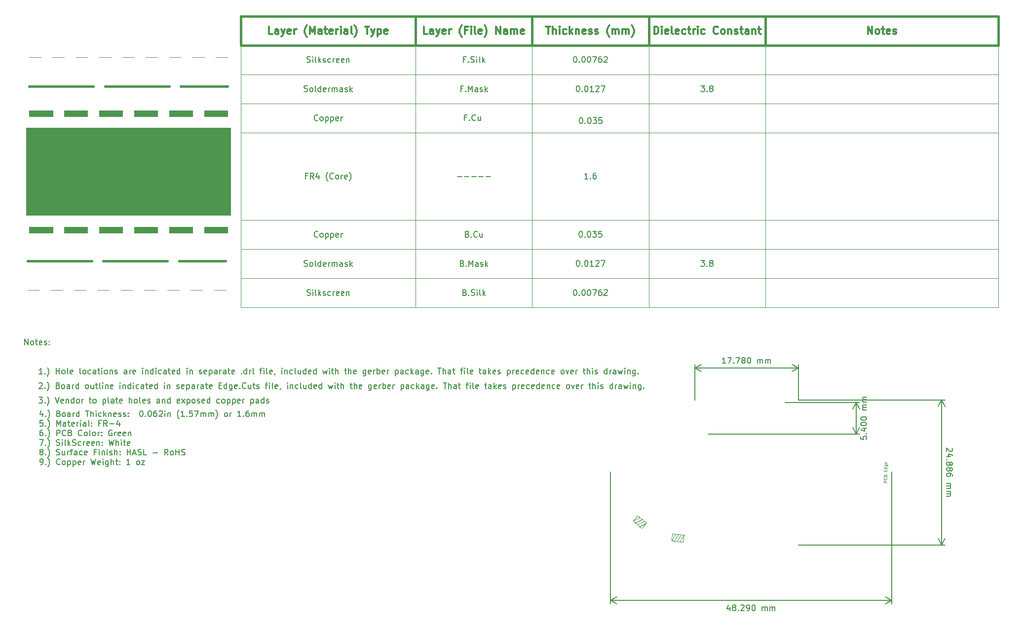
<source format=gbr>
G04 #@! TF.GenerationSoftware,KiCad,Pcbnew,(5.1.10)-1*
G04 #@! TF.CreationDate,2021-10-24T01:26:48-05:00*
G04 #@! TF.ProjectId,temp sensor,74656d70-2073-4656-9e73-6f722e6b6963,0.2*
G04 #@! TF.SameCoordinates,Original*
G04 #@! TF.FileFunction,OtherDrawing,Comment*
%FSLAX45Y45*%
G04 Gerber Fmt 4.5, Leading zero omitted, Abs format (unit mm)*
G04 Created by KiCad (PCBNEW (5.1.10)-1) date 2021-10-24 01:26:48*
%MOMM*%
%LPD*%
G01*
G04 APERTURE LIST*
%ADD10C,0.150000*%
%ADD11C,0.200000*%
%ADD12C,0.100000*%
%ADD13C,0.400000*%
%ADD14C,0.120000*%
%ADD15C,0.080000*%
%ADD16C,0.300000*%
G04 APERTURE END LIST*
D10*
X15992238Y-8648286D02*
X15992238Y-8695905D01*
X16039857Y-8700667D01*
X16035095Y-8695905D01*
X16030333Y-8686381D01*
X16030333Y-8662571D01*
X16035095Y-8653048D01*
X16039857Y-8648286D01*
X16049381Y-8643524D01*
X16073190Y-8643524D01*
X16082714Y-8648286D01*
X16087476Y-8653048D01*
X16092238Y-8662571D01*
X16092238Y-8686381D01*
X16087476Y-8695905D01*
X16082714Y-8700667D01*
X16082714Y-8600667D02*
X16087476Y-8595905D01*
X16092238Y-8600667D01*
X16087476Y-8605429D01*
X16082714Y-8600667D01*
X16092238Y-8600667D01*
X16025571Y-8510190D02*
X16092238Y-8510190D01*
X15987476Y-8534000D02*
X16058905Y-8557810D01*
X16058905Y-8495905D01*
X15992238Y-8438762D02*
X15992238Y-8429238D01*
X15997000Y-8419714D01*
X16001762Y-8414952D01*
X16011286Y-8410190D01*
X16030333Y-8405429D01*
X16054143Y-8405429D01*
X16073190Y-8410190D01*
X16082714Y-8414952D01*
X16087476Y-8419714D01*
X16092238Y-8429238D01*
X16092238Y-8438762D01*
X16087476Y-8448286D01*
X16082714Y-8453048D01*
X16073190Y-8457810D01*
X16054143Y-8462571D01*
X16030333Y-8462571D01*
X16011286Y-8457810D01*
X16001762Y-8453048D01*
X15997000Y-8448286D01*
X15992238Y-8438762D01*
X15992238Y-8343524D02*
X15992238Y-8334000D01*
X15997000Y-8324476D01*
X16001762Y-8319714D01*
X16011286Y-8314952D01*
X16030333Y-8310190D01*
X16054143Y-8310190D01*
X16073190Y-8314952D01*
X16082714Y-8319714D01*
X16087476Y-8324476D01*
X16092238Y-8334000D01*
X16092238Y-8343524D01*
X16087476Y-8353048D01*
X16082714Y-8357809D01*
X16073190Y-8362571D01*
X16054143Y-8367333D01*
X16030333Y-8367333D01*
X16011286Y-8362571D01*
X16001762Y-8357809D01*
X15997000Y-8353048D01*
X15992238Y-8343524D01*
X16092238Y-8191143D02*
X16025571Y-8191143D01*
X16035095Y-8191143D02*
X16030333Y-8186381D01*
X16025571Y-8176857D01*
X16025571Y-8162571D01*
X16030333Y-8153048D01*
X16039857Y-8148286D01*
X16092238Y-8148286D01*
X16039857Y-8148286D02*
X16030333Y-8143524D01*
X16025571Y-8134000D01*
X16025571Y-8119714D01*
X16030333Y-8110190D01*
X16039857Y-8105428D01*
X16092238Y-8105428D01*
X16092238Y-8057809D02*
X16025571Y-8057809D01*
X16035095Y-8057809D02*
X16030333Y-8053048D01*
X16025571Y-8043524D01*
X16025571Y-8029238D01*
X16030333Y-8019714D01*
X16039857Y-8014952D01*
X16092238Y-8014952D01*
X16039857Y-8014952D02*
X16030333Y-8010190D01*
X16025571Y-8000667D01*
X16025571Y-7986381D01*
X16030333Y-7976857D01*
X16039857Y-7972095D01*
X16092238Y-7972095D01*
X15917000Y-8604000D02*
X15917000Y-8064000D01*
X14693000Y-8604000D02*
X15975642Y-8604000D01*
X14693000Y-8064000D02*
X15975642Y-8064000D01*
X15917000Y-8064000D02*
X15975642Y-8176650D01*
X15917000Y-8064000D02*
X15858358Y-8176650D01*
X15917000Y-8604000D02*
X15975642Y-8491350D01*
X15917000Y-8604000D02*
X15858358Y-8491350D01*
X13676157Y-7392238D02*
X13619014Y-7392238D01*
X13647586Y-7392238D02*
X13647586Y-7292238D01*
X13638062Y-7306524D01*
X13628538Y-7316048D01*
X13619014Y-7320809D01*
X13709490Y-7292238D02*
X13776157Y-7292238D01*
X13733300Y-7392238D01*
X13814252Y-7382714D02*
X13819014Y-7387476D01*
X13814252Y-7392238D01*
X13809490Y-7387476D01*
X13814252Y-7382714D01*
X13814252Y-7392238D01*
X13852348Y-7292238D02*
X13919014Y-7292238D01*
X13876157Y-7392238D01*
X13971395Y-7335095D02*
X13961871Y-7330333D01*
X13957109Y-7325571D01*
X13952348Y-7316048D01*
X13952348Y-7311286D01*
X13957109Y-7301762D01*
X13961871Y-7297000D01*
X13971395Y-7292238D01*
X13990443Y-7292238D01*
X13999967Y-7297000D01*
X14004728Y-7301762D01*
X14009490Y-7311286D01*
X14009490Y-7316048D01*
X14004728Y-7325571D01*
X13999967Y-7330333D01*
X13990443Y-7335095D01*
X13971395Y-7335095D01*
X13961871Y-7339857D01*
X13957109Y-7344619D01*
X13952348Y-7354143D01*
X13952348Y-7373190D01*
X13957109Y-7382714D01*
X13961871Y-7387476D01*
X13971395Y-7392238D01*
X13990443Y-7392238D01*
X13999967Y-7387476D01*
X14004728Y-7382714D01*
X14009490Y-7373190D01*
X14009490Y-7354143D01*
X14004728Y-7344619D01*
X13999967Y-7339857D01*
X13990443Y-7335095D01*
X14071395Y-7292238D02*
X14080919Y-7292238D01*
X14090443Y-7297000D01*
X14095205Y-7301762D01*
X14099967Y-7311286D01*
X14104728Y-7330333D01*
X14104728Y-7354143D01*
X14099967Y-7373190D01*
X14095205Y-7382714D01*
X14090443Y-7387476D01*
X14080919Y-7392238D01*
X14071395Y-7392238D01*
X14061871Y-7387476D01*
X14057109Y-7382714D01*
X14052348Y-7373190D01*
X14047586Y-7354143D01*
X14047586Y-7330333D01*
X14052348Y-7311286D01*
X14057109Y-7301762D01*
X14061871Y-7297000D01*
X14071395Y-7292238D01*
X14223776Y-7392238D02*
X14223776Y-7325571D01*
X14223776Y-7335095D02*
X14228538Y-7330333D01*
X14238062Y-7325571D01*
X14252348Y-7325571D01*
X14261871Y-7330333D01*
X14266633Y-7339857D01*
X14266633Y-7392238D01*
X14266633Y-7339857D02*
X14271395Y-7330333D01*
X14280919Y-7325571D01*
X14295205Y-7325571D01*
X14304728Y-7330333D01*
X14309490Y-7339857D01*
X14309490Y-7392238D01*
X14357109Y-7392238D02*
X14357109Y-7325571D01*
X14357109Y-7335095D02*
X14361871Y-7330333D01*
X14371395Y-7325571D01*
X14385681Y-7325571D01*
X14395205Y-7330333D01*
X14399967Y-7339857D01*
X14399967Y-7392238D01*
X14399967Y-7339857D02*
X14404728Y-7330333D01*
X14414252Y-7325571D01*
X14428538Y-7325571D01*
X14438062Y-7330333D01*
X14442824Y-7339857D01*
X14442824Y-7392238D01*
X13144300Y-7477000D02*
X14922300Y-7477000D01*
X13144300Y-8020400D02*
X13144300Y-7418358D01*
X14922300Y-8020400D02*
X14922300Y-7418358D01*
X14922300Y-7477000D02*
X14809650Y-7535642D01*
X14922300Y-7477000D02*
X14809650Y-7418358D01*
X13144300Y-7477000D02*
X13256950Y-7535642D01*
X13144300Y-7477000D02*
X13256950Y-7418358D01*
X1954417Y-8240071D02*
X1954417Y-8306738D01*
X1930607Y-8201976D02*
X1906798Y-8273405D01*
X1968702Y-8273405D01*
X2006798Y-8297214D02*
X2011559Y-8301976D01*
X2006798Y-8306738D01*
X2002036Y-8301976D01*
X2006798Y-8297214D01*
X2006798Y-8306738D01*
X2044893Y-8344833D02*
X2049655Y-8340071D01*
X2059178Y-8325786D01*
X2063940Y-8316262D01*
X2068702Y-8301976D01*
X2073464Y-8278167D01*
X2073464Y-8259119D01*
X2068702Y-8235309D01*
X2063940Y-8221024D01*
X2059178Y-8211500D01*
X2049655Y-8197214D01*
X2044893Y-8192452D01*
X2230607Y-8254357D02*
X2244893Y-8259119D01*
X2249655Y-8263881D01*
X2254417Y-8273405D01*
X2254417Y-8287690D01*
X2249655Y-8297214D01*
X2244893Y-8301976D01*
X2235369Y-8306738D01*
X2197274Y-8306738D01*
X2197274Y-8206738D01*
X2230607Y-8206738D01*
X2240131Y-8211500D01*
X2244893Y-8216262D01*
X2249655Y-8225786D01*
X2249655Y-8235309D01*
X2244893Y-8244833D01*
X2240131Y-8249595D01*
X2230607Y-8254357D01*
X2197274Y-8254357D01*
X2311560Y-8306738D02*
X2302036Y-8301976D01*
X2297274Y-8297214D01*
X2292512Y-8287690D01*
X2292512Y-8259119D01*
X2297274Y-8249595D01*
X2302036Y-8244833D01*
X2311560Y-8240071D01*
X2325845Y-8240071D01*
X2335369Y-8244833D01*
X2340131Y-8249595D01*
X2344893Y-8259119D01*
X2344893Y-8287690D01*
X2340131Y-8297214D01*
X2335369Y-8301976D01*
X2325845Y-8306738D01*
X2311560Y-8306738D01*
X2430607Y-8306738D02*
X2430607Y-8254357D01*
X2425845Y-8244833D01*
X2416321Y-8240071D01*
X2397274Y-8240071D01*
X2387750Y-8244833D01*
X2430607Y-8301976D02*
X2421083Y-8306738D01*
X2397274Y-8306738D01*
X2387750Y-8301976D01*
X2382988Y-8292452D01*
X2382988Y-8282928D01*
X2387750Y-8273405D01*
X2397274Y-8268643D01*
X2421083Y-8268643D01*
X2430607Y-8263881D01*
X2478226Y-8306738D02*
X2478226Y-8240071D01*
X2478226Y-8259119D02*
X2482988Y-8249595D01*
X2487750Y-8244833D01*
X2497274Y-8240071D01*
X2506798Y-8240071D01*
X2582988Y-8306738D02*
X2582988Y-8206738D01*
X2582988Y-8301976D02*
X2573464Y-8306738D01*
X2554417Y-8306738D01*
X2544893Y-8301976D01*
X2540131Y-8297214D01*
X2535369Y-8287690D01*
X2535369Y-8259119D01*
X2540131Y-8249595D01*
X2544893Y-8244833D01*
X2554417Y-8240071D01*
X2573464Y-8240071D01*
X2582988Y-8244833D01*
X2692512Y-8206738D02*
X2749655Y-8206738D01*
X2721083Y-8306738D02*
X2721083Y-8206738D01*
X2782988Y-8306738D02*
X2782988Y-8206738D01*
X2825845Y-8306738D02*
X2825845Y-8254357D01*
X2821083Y-8244833D01*
X2811559Y-8240071D01*
X2797274Y-8240071D01*
X2787750Y-8244833D01*
X2782988Y-8249595D01*
X2873464Y-8306738D02*
X2873464Y-8240071D01*
X2873464Y-8206738D02*
X2868702Y-8211500D01*
X2873464Y-8216262D01*
X2878226Y-8211500D01*
X2873464Y-8206738D01*
X2873464Y-8216262D01*
X2963940Y-8301976D02*
X2954417Y-8306738D01*
X2935369Y-8306738D01*
X2925845Y-8301976D01*
X2921083Y-8297214D01*
X2916321Y-8287690D01*
X2916321Y-8259119D01*
X2921083Y-8249595D01*
X2925845Y-8244833D01*
X2935369Y-8240071D01*
X2954417Y-8240071D01*
X2963940Y-8244833D01*
X3006798Y-8306738D02*
X3006798Y-8206738D01*
X3016321Y-8268643D02*
X3044893Y-8306738D01*
X3044893Y-8240071D02*
X3006798Y-8278167D01*
X3087750Y-8240071D02*
X3087750Y-8306738D01*
X3087750Y-8249595D02*
X3092512Y-8244833D01*
X3102036Y-8240071D01*
X3116321Y-8240071D01*
X3125845Y-8244833D01*
X3130607Y-8254357D01*
X3130607Y-8306738D01*
X3216321Y-8301976D02*
X3206798Y-8306738D01*
X3187750Y-8306738D01*
X3178226Y-8301976D01*
X3173464Y-8292452D01*
X3173464Y-8254357D01*
X3178226Y-8244833D01*
X3187750Y-8240071D01*
X3206798Y-8240071D01*
X3216321Y-8244833D01*
X3221083Y-8254357D01*
X3221083Y-8263881D01*
X3173464Y-8273405D01*
X3259178Y-8301976D02*
X3268702Y-8306738D01*
X3287750Y-8306738D01*
X3297274Y-8301976D01*
X3302036Y-8292452D01*
X3302036Y-8287690D01*
X3297274Y-8278167D01*
X3287750Y-8273405D01*
X3273464Y-8273405D01*
X3263940Y-8268643D01*
X3259178Y-8259119D01*
X3259178Y-8254357D01*
X3263940Y-8244833D01*
X3273464Y-8240071D01*
X3287750Y-8240071D01*
X3297274Y-8244833D01*
X3340131Y-8301976D02*
X3349655Y-8306738D01*
X3368702Y-8306738D01*
X3378226Y-8301976D01*
X3382988Y-8292452D01*
X3382988Y-8287690D01*
X3378226Y-8278167D01*
X3368702Y-8273405D01*
X3354417Y-8273405D01*
X3344893Y-8268643D01*
X3340131Y-8259119D01*
X3340131Y-8254357D01*
X3344893Y-8244833D01*
X3354417Y-8240071D01*
X3368702Y-8240071D01*
X3378226Y-8244833D01*
X3425845Y-8297214D02*
X3430607Y-8301976D01*
X3425845Y-8306738D01*
X3421083Y-8301976D01*
X3425845Y-8297214D01*
X3425845Y-8306738D01*
X3425845Y-8244833D02*
X3430607Y-8249595D01*
X3425845Y-8254357D01*
X3421083Y-8249595D01*
X3425845Y-8244833D01*
X3425845Y-8254357D01*
X3644893Y-8206738D02*
X3654417Y-8206738D01*
X3663940Y-8211500D01*
X3668702Y-8216262D01*
X3673464Y-8225786D01*
X3678226Y-8244833D01*
X3678226Y-8268643D01*
X3673464Y-8287690D01*
X3668702Y-8297214D01*
X3663940Y-8301976D01*
X3654417Y-8306738D01*
X3644893Y-8306738D01*
X3635369Y-8301976D01*
X3630607Y-8297214D01*
X3625845Y-8287690D01*
X3621083Y-8268643D01*
X3621083Y-8244833D01*
X3625845Y-8225786D01*
X3630607Y-8216262D01*
X3635369Y-8211500D01*
X3644893Y-8206738D01*
X3721083Y-8297214D02*
X3725845Y-8301976D01*
X3721083Y-8306738D01*
X3716321Y-8301976D01*
X3721083Y-8297214D01*
X3721083Y-8306738D01*
X3787750Y-8206738D02*
X3797274Y-8206738D01*
X3806798Y-8211500D01*
X3811559Y-8216262D01*
X3816321Y-8225786D01*
X3821083Y-8244833D01*
X3821083Y-8268643D01*
X3816321Y-8287690D01*
X3811559Y-8297214D01*
X3806798Y-8301976D01*
X3797274Y-8306738D01*
X3787750Y-8306738D01*
X3778226Y-8301976D01*
X3773464Y-8297214D01*
X3768702Y-8287690D01*
X3763940Y-8268643D01*
X3763940Y-8244833D01*
X3768702Y-8225786D01*
X3773464Y-8216262D01*
X3778226Y-8211500D01*
X3787750Y-8206738D01*
X3906798Y-8206738D02*
X3887750Y-8206738D01*
X3878226Y-8211500D01*
X3873464Y-8216262D01*
X3863940Y-8230548D01*
X3859178Y-8249595D01*
X3859178Y-8287690D01*
X3863940Y-8297214D01*
X3868702Y-8301976D01*
X3878226Y-8306738D01*
X3897274Y-8306738D01*
X3906798Y-8301976D01*
X3911559Y-8297214D01*
X3916321Y-8287690D01*
X3916321Y-8263881D01*
X3911559Y-8254357D01*
X3906798Y-8249595D01*
X3897274Y-8244833D01*
X3878226Y-8244833D01*
X3868702Y-8249595D01*
X3863940Y-8254357D01*
X3859178Y-8263881D01*
X3954417Y-8216262D02*
X3959178Y-8211500D01*
X3968702Y-8206738D01*
X3992512Y-8206738D01*
X4002036Y-8211500D01*
X4006798Y-8216262D01*
X4011559Y-8225786D01*
X4011559Y-8235309D01*
X4006798Y-8249595D01*
X3949655Y-8306738D01*
X4011559Y-8306738D01*
X4054417Y-8306738D02*
X4054417Y-8240071D01*
X4054417Y-8206738D02*
X4049655Y-8211500D01*
X4054417Y-8216262D01*
X4059178Y-8211500D01*
X4054417Y-8206738D01*
X4054417Y-8216262D01*
X4102036Y-8240071D02*
X4102036Y-8306738D01*
X4102036Y-8249595D02*
X4106798Y-8244833D01*
X4116321Y-8240071D01*
X4130607Y-8240071D01*
X4140131Y-8244833D01*
X4144893Y-8254357D01*
X4144893Y-8306738D01*
X4297274Y-8344833D02*
X4292512Y-8340071D01*
X4282988Y-8325786D01*
X4278226Y-8316262D01*
X4273464Y-8301976D01*
X4268702Y-8278167D01*
X4268702Y-8259119D01*
X4273464Y-8235309D01*
X4278226Y-8221024D01*
X4282988Y-8211500D01*
X4292512Y-8197214D01*
X4297274Y-8192452D01*
X4387750Y-8306738D02*
X4330607Y-8306738D01*
X4359179Y-8306738D02*
X4359179Y-8206738D01*
X4349655Y-8221024D01*
X4340131Y-8230548D01*
X4330607Y-8235309D01*
X4430607Y-8297214D02*
X4435369Y-8301976D01*
X4430607Y-8306738D01*
X4425845Y-8301976D01*
X4430607Y-8297214D01*
X4430607Y-8306738D01*
X4525845Y-8206738D02*
X4478226Y-8206738D01*
X4473464Y-8254357D01*
X4478226Y-8249595D01*
X4487750Y-8244833D01*
X4511560Y-8244833D01*
X4521083Y-8249595D01*
X4525845Y-8254357D01*
X4530607Y-8263881D01*
X4530607Y-8287690D01*
X4525845Y-8297214D01*
X4521083Y-8301976D01*
X4511560Y-8306738D01*
X4487750Y-8306738D01*
X4478226Y-8301976D01*
X4473464Y-8297214D01*
X4563940Y-8206738D02*
X4630607Y-8206738D01*
X4587750Y-8306738D01*
X4668702Y-8306738D02*
X4668702Y-8240071D01*
X4668702Y-8249595D02*
X4673464Y-8244833D01*
X4682988Y-8240071D01*
X4697274Y-8240071D01*
X4706798Y-8244833D01*
X4711560Y-8254357D01*
X4711560Y-8306738D01*
X4711560Y-8254357D02*
X4716321Y-8244833D01*
X4725845Y-8240071D01*
X4740131Y-8240071D01*
X4749655Y-8244833D01*
X4754417Y-8254357D01*
X4754417Y-8306738D01*
X4802036Y-8306738D02*
X4802036Y-8240071D01*
X4802036Y-8249595D02*
X4806798Y-8244833D01*
X4816321Y-8240071D01*
X4830607Y-8240071D01*
X4840131Y-8244833D01*
X4844893Y-8254357D01*
X4844893Y-8306738D01*
X4844893Y-8254357D02*
X4849655Y-8244833D01*
X4859179Y-8240071D01*
X4873464Y-8240071D01*
X4882988Y-8244833D01*
X4887750Y-8254357D01*
X4887750Y-8306738D01*
X4925845Y-8344833D02*
X4930607Y-8340071D01*
X4940131Y-8325786D01*
X4944893Y-8316262D01*
X4949655Y-8301976D01*
X4954417Y-8278167D01*
X4954417Y-8259119D01*
X4949655Y-8235309D01*
X4944893Y-8221024D01*
X4940131Y-8211500D01*
X4930607Y-8197214D01*
X4925845Y-8192452D01*
X5092512Y-8306738D02*
X5082988Y-8301976D01*
X5078226Y-8297214D01*
X5073464Y-8287690D01*
X5073464Y-8259119D01*
X5078226Y-8249595D01*
X5082988Y-8244833D01*
X5092512Y-8240071D01*
X5106798Y-8240071D01*
X5116321Y-8244833D01*
X5121083Y-8249595D01*
X5125845Y-8259119D01*
X5125845Y-8287690D01*
X5121083Y-8297214D01*
X5116321Y-8301976D01*
X5106798Y-8306738D01*
X5092512Y-8306738D01*
X5168702Y-8306738D02*
X5168702Y-8240071D01*
X5168702Y-8259119D02*
X5173464Y-8249595D01*
X5178226Y-8244833D01*
X5187750Y-8240071D01*
X5197274Y-8240071D01*
X5359179Y-8306738D02*
X5302036Y-8306738D01*
X5330607Y-8306738D02*
X5330607Y-8206738D01*
X5321083Y-8221024D01*
X5311560Y-8230548D01*
X5302036Y-8235309D01*
X5402036Y-8297214D02*
X5406798Y-8301976D01*
X5402036Y-8306738D01*
X5397274Y-8301976D01*
X5402036Y-8297214D01*
X5402036Y-8306738D01*
X5492512Y-8206738D02*
X5473464Y-8206738D01*
X5463940Y-8211500D01*
X5459179Y-8216262D01*
X5449655Y-8230548D01*
X5444893Y-8249595D01*
X5444893Y-8287690D01*
X5449655Y-8297214D01*
X5454417Y-8301976D01*
X5463940Y-8306738D01*
X5482988Y-8306738D01*
X5492512Y-8301976D01*
X5497274Y-8297214D01*
X5502036Y-8287690D01*
X5502036Y-8263881D01*
X5497274Y-8254357D01*
X5492512Y-8249595D01*
X5482988Y-8244833D01*
X5463940Y-8244833D01*
X5454417Y-8249595D01*
X5449655Y-8254357D01*
X5444893Y-8263881D01*
X5544893Y-8306738D02*
X5544893Y-8240071D01*
X5544893Y-8249595D02*
X5549655Y-8244833D01*
X5559179Y-8240071D01*
X5573464Y-8240071D01*
X5582988Y-8244833D01*
X5587750Y-8254357D01*
X5587750Y-8306738D01*
X5587750Y-8254357D02*
X5592512Y-8244833D01*
X5602036Y-8240071D01*
X5616321Y-8240071D01*
X5625845Y-8244833D01*
X5630607Y-8254357D01*
X5630607Y-8306738D01*
X5678226Y-8306738D02*
X5678226Y-8240071D01*
X5678226Y-8249595D02*
X5682988Y-8244833D01*
X5692512Y-8240071D01*
X5706798Y-8240071D01*
X5716321Y-8244833D01*
X5721083Y-8254357D01*
X5721083Y-8306738D01*
X5721083Y-8254357D02*
X5725845Y-8244833D01*
X5735369Y-8240071D01*
X5749655Y-8240071D01*
X5759178Y-8244833D01*
X5763940Y-8254357D01*
X5763940Y-8306738D01*
X1959178Y-8371738D02*
X1911559Y-8371738D01*
X1906798Y-8419357D01*
X1911559Y-8414595D01*
X1921083Y-8409833D01*
X1944893Y-8409833D01*
X1954417Y-8414595D01*
X1959178Y-8419357D01*
X1963940Y-8428881D01*
X1963940Y-8452690D01*
X1959178Y-8462214D01*
X1954417Y-8466976D01*
X1944893Y-8471738D01*
X1921083Y-8471738D01*
X1911559Y-8466976D01*
X1906798Y-8462214D01*
X2006798Y-8462214D02*
X2011559Y-8466976D01*
X2006798Y-8471738D01*
X2002036Y-8466976D01*
X2006798Y-8462214D01*
X2006798Y-8471738D01*
X2044893Y-8509833D02*
X2049655Y-8505071D01*
X2059178Y-8490786D01*
X2063940Y-8481262D01*
X2068702Y-8466976D01*
X2073464Y-8443167D01*
X2073464Y-8424119D01*
X2068702Y-8400310D01*
X2063940Y-8386024D01*
X2059178Y-8376500D01*
X2049655Y-8362214D01*
X2044893Y-8357452D01*
X2197274Y-8471738D02*
X2197274Y-8371738D01*
X2230607Y-8443167D01*
X2263940Y-8371738D01*
X2263940Y-8471738D01*
X2354417Y-8471738D02*
X2354417Y-8419357D01*
X2349655Y-8409833D01*
X2340131Y-8405071D01*
X2321083Y-8405071D01*
X2311560Y-8409833D01*
X2354417Y-8466976D02*
X2344893Y-8471738D01*
X2321083Y-8471738D01*
X2311560Y-8466976D01*
X2306798Y-8457452D01*
X2306798Y-8447929D01*
X2311560Y-8438405D01*
X2321083Y-8433643D01*
X2344893Y-8433643D01*
X2354417Y-8428881D01*
X2387750Y-8405071D02*
X2425845Y-8405071D01*
X2402036Y-8371738D02*
X2402036Y-8457452D01*
X2406798Y-8466976D01*
X2416321Y-8471738D01*
X2425845Y-8471738D01*
X2497274Y-8466976D02*
X2487750Y-8471738D01*
X2468702Y-8471738D01*
X2459179Y-8466976D01*
X2454417Y-8457452D01*
X2454417Y-8419357D01*
X2459179Y-8409833D01*
X2468702Y-8405071D01*
X2487750Y-8405071D01*
X2497274Y-8409833D01*
X2502036Y-8419357D01*
X2502036Y-8428881D01*
X2454417Y-8438405D01*
X2544893Y-8471738D02*
X2544893Y-8405071D01*
X2544893Y-8424119D02*
X2549655Y-8414595D01*
X2554417Y-8409833D01*
X2563940Y-8405071D01*
X2573464Y-8405071D01*
X2606798Y-8471738D02*
X2606798Y-8405071D01*
X2606798Y-8371738D02*
X2602036Y-8376500D01*
X2606798Y-8381262D01*
X2611560Y-8376500D01*
X2606798Y-8371738D01*
X2606798Y-8381262D01*
X2697274Y-8471738D02*
X2697274Y-8419357D01*
X2692512Y-8409833D01*
X2682988Y-8405071D01*
X2663940Y-8405071D01*
X2654417Y-8409833D01*
X2697274Y-8466976D02*
X2687750Y-8471738D01*
X2663940Y-8471738D01*
X2654417Y-8466976D01*
X2649655Y-8457452D01*
X2649655Y-8447929D01*
X2654417Y-8438405D01*
X2663940Y-8433643D01*
X2687750Y-8433643D01*
X2697274Y-8428881D01*
X2759179Y-8471738D02*
X2749655Y-8466976D01*
X2744893Y-8457452D01*
X2744893Y-8371738D01*
X2797274Y-8462214D02*
X2802036Y-8466976D01*
X2797274Y-8471738D01*
X2792512Y-8466976D01*
X2797274Y-8462214D01*
X2797274Y-8471738D01*
X2797274Y-8409833D02*
X2802036Y-8414595D01*
X2797274Y-8419357D01*
X2792512Y-8414595D01*
X2797274Y-8409833D01*
X2797274Y-8419357D01*
X2954417Y-8419357D02*
X2921083Y-8419357D01*
X2921083Y-8471738D02*
X2921083Y-8371738D01*
X2968702Y-8371738D01*
X3063940Y-8471738D02*
X3030607Y-8424119D01*
X3006798Y-8471738D02*
X3006798Y-8371738D01*
X3044893Y-8371738D01*
X3054417Y-8376500D01*
X3059178Y-8381262D01*
X3063940Y-8390786D01*
X3063940Y-8405071D01*
X3059178Y-8414595D01*
X3054417Y-8419357D01*
X3044893Y-8424119D01*
X3006798Y-8424119D01*
X3106798Y-8433643D02*
X3182988Y-8433643D01*
X3273464Y-8405071D02*
X3273464Y-8471738D01*
X3249655Y-8366976D02*
X3225845Y-8438405D01*
X3287750Y-8438405D01*
X1954417Y-8536738D02*
X1935369Y-8536738D01*
X1925845Y-8541500D01*
X1921083Y-8546262D01*
X1911559Y-8560548D01*
X1906798Y-8579595D01*
X1906798Y-8617690D01*
X1911559Y-8627214D01*
X1916321Y-8631976D01*
X1925845Y-8636738D01*
X1944893Y-8636738D01*
X1954417Y-8631976D01*
X1959178Y-8627214D01*
X1963940Y-8617690D01*
X1963940Y-8593881D01*
X1959178Y-8584357D01*
X1954417Y-8579595D01*
X1944893Y-8574833D01*
X1925845Y-8574833D01*
X1916321Y-8579595D01*
X1911559Y-8584357D01*
X1906798Y-8593881D01*
X2006798Y-8627214D02*
X2011559Y-8631976D01*
X2006798Y-8636738D01*
X2002036Y-8631976D01*
X2006798Y-8627214D01*
X2006798Y-8636738D01*
X2044893Y-8674833D02*
X2049655Y-8670071D01*
X2059178Y-8655786D01*
X2063940Y-8646262D01*
X2068702Y-8631976D01*
X2073464Y-8608167D01*
X2073464Y-8589119D01*
X2068702Y-8565310D01*
X2063940Y-8551024D01*
X2059178Y-8541500D01*
X2049655Y-8527214D01*
X2044893Y-8522452D01*
X2197274Y-8636738D02*
X2197274Y-8536738D01*
X2235369Y-8536738D01*
X2244893Y-8541500D01*
X2249655Y-8546262D01*
X2254417Y-8555786D01*
X2254417Y-8570071D01*
X2249655Y-8579595D01*
X2244893Y-8584357D01*
X2235369Y-8589119D01*
X2197274Y-8589119D01*
X2354417Y-8627214D02*
X2349655Y-8631976D01*
X2335369Y-8636738D01*
X2325845Y-8636738D01*
X2311560Y-8631976D01*
X2302036Y-8622452D01*
X2297274Y-8612929D01*
X2292512Y-8593881D01*
X2292512Y-8579595D01*
X2297274Y-8560548D01*
X2302036Y-8551024D01*
X2311560Y-8541500D01*
X2325845Y-8536738D01*
X2335369Y-8536738D01*
X2349655Y-8541500D01*
X2354417Y-8546262D01*
X2430607Y-8584357D02*
X2444893Y-8589119D01*
X2449655Y-8593881D01*
X2454417Y-8603405D01*
X2454417Y-8617690D01*
X2449655Y-8627214D01*
X2444893Y-8631976D01*
X2435369Y-8636738D01*
X2397274Y-8636738D01*
X2397274Y-8536738D01*
X2430607Y-8536738D01*
X2440131Y-8541500D01*
X2444893Y-8546262D01*
X2449655Y-8555786D01*
X2449655Y-8565310D01*
X2444893Y-8574833D01*
X2440131Y-8579595D01*
X2430607Y-8584357D01*
X2397274Y-8584357D01*
X2630607Y-8627214D02*
X2625845Y-8631976D01*
X2611560Y-8636738D01*
X2602036Y-8636738D01*
X2587750Y-8631976D01*
X2578226Y-8622452D01*
X2573464Y-8612929D01*
X2568702Y-8593881D01*
X2568702Y-8579595D01*
X2573464Y-8560548D01*
X2578226Y-8551024D01*
X2587750Y-8541500D01*
X2602036Y-8536738D01*
X2611560Y-8536738D01*
X2625845Y-8541500D01*
X2630607Y-8546262D01*
X2687750Y-8636738D02*
X2678226Y-8631976D01*
X2673464Y-8627214D01*
X2668702Y-8617690D01*
X2668702Y-8589119D01*
X2673464Y-8579595D01*
X2678226Y-8574833D01*
X2687750Y-8570071D01*
X2702036Y-8570071D01*
X2711560Y-8574833D01*
X2716321Y-8579595D01*
X2721083Y-8589119D01*
X2721083Y-8617690D01*
X2716321Y-8627214D01*
X2711560Y-8631976D01*
X2702036Y-8636738D01*
X2687750Y-8636738D01*
X2778226Y-8636738D02*
X2768702Y-8631976D01*
X2763940Y-8622452D01*
X2763940Y-8536738D01*
X2830607Y-8636738D02*
X2821083Y-8631976D01*
X2816321Y-8627214D01*
X2811559Y-8617690D01*
X2811559Y-8589119D01*
X2816321Y-8579595D01*
X2821083Y-8574833D01*
X2830607Y-8570071D01*
X2844893Y-8570071D01*
X2854417Y-8574833D01*
X2859178Y-8579595D01*
X2863940Y-8589119D01*
X2863940Y-8617690D01*
X2859178Y-8627214D01*
X2854417Y-8631976D01*
X2844893Y-8636738D01*
X2830607Y-8636738D01*
X2906798Y-8636738D02*
X2906798Y-8570071D01*
X2906798Y-8589119D02*
X2911559Y-8579595D01*
X2916321Y-8574833D01*
X2925845Y-8570071D01*
X2935369Y-8570071D01*
X2968702Y-8627214D02*
X2973464Y-8631976D01*
X2968702Y-8636738D01*
X2963940Y-8631976D01*
X2968702Y-8627214D01*
X2968702Y-8636738D01*
X2968702Y-8574833D02*
X2973464Y-8579595D01*
X2968702Y-8584357D01*
X2963940Y-8579595D01*
X2968702Y-8574833D01*
X2968702Y-8584357D01*
X3144893Y-8541500D02*
X3135369Y-8536738D01*
X3121083Y-8536738D01*
X3106798Y-8541500D01*
X3097274Y-8551024D01*
X3092512Y-8560548D01*
X3087750Y-8579595D01*
X3087750Y-8593881D01*
X3092512Y-8612929D01*
X3097274Y-8622452D01*
X3106798Y-8631976D01*
X3121083Y-8636738D01*
X3130607Y-8636738D01*
X3144893Y-8631976D01*
X3149655Y-8627214D01*
X3149655Y-8593881D01*
X3130607Y-8593881D01*
X3192512Y-8636738D02*
X3192512Y-8570071D01*
X3192512Y-8589119D02*
X3197274Y-8579595D01*
X3202036Y-8574833D01*
X3211559Y-8570071D01*
X3221083Y-8570071D01*
X3292512Y-8631976D02*
X3282988Y-8636738D01*
X3263940Y-8636738D01*
X3254417Y-8631976D01*
X3249655Y-8622452D01*
X3249655Y-8584357D01*
X3254417Y-8574833D01*
X3263940Y-8570071D01*
X3282988Y-8570071D01*
X3292512Y-8574833D01*
X3297274Y-8584357D01*
X3297274Y-8593881D01*
X3249655Y-8603405D01*
X3378226Y-8631976D02*
X3368702Y-8636738D01*
X3349655Y-8636738D01*
X3340131Y-8631976D01*
X3335369Y-8622452D01*
X3335369Y-8584357D01*
X3340131Y-8574833D01*
X3349655Y-8570071D01*
X3368702Y-8570071D01*
X3378226Y-8574833D01*
X3382988Y-8584357D01*
X3382988Y-8593881D01*
X3335369Y-8603405D01*
X3425845Y-8570071D02*
X3425845Y-8636738D01*
X3425845Y-8579595D02*
X3430607Y-8574833D01*
X3440131Y-8570071D01*
X3454417Y-8570071D01*
X3463940Y-8574833D01*
X3468702Y-8584357D01*
X3468702Y-8636738D01*
X1902036Y-8701738D02*
X1968702Y-8701738D01*
X1925845Y-8801738D01*
X2006798Y-8792214D02*
X2011559Y-8796976D01*
X2006798Y-8801738D01*
X2002036Y-8796976D01*
X2006798Y-8792214D01*
X2006798Y-8801738D01*
X2044893Y-8839833D02*
X2049655Y-8835071D01*
X2059178Y-8820786D01*
X2063940Y-8811262D01*
X2068702Y-8796976D01*
X2073464Y-8773167D01*
X2073464Y-8754119D01*
X2068702Y-8730310D01*
X2063940Y-8716024D01*
X2059178Y-8706500D01*
X2049655Y-8692214D01*
X2044893Y-8687452D01*
X2192512Y-8796976D02*
X2206798Y-8801738D01*
X2230607Y-8801738D01*
X2240131Y-8796976D01*
X2244893Y-8792214D01*
X2249655Y-8782690D01*
X2249655Y-8773167D01*
X2244893Y-8763643D01*
X2240131Y-8758881D01*
X2230607Y-8754119D01*
X2211560Y-8749357D01*
X2202036Y-8744595D01*
X2197274Y-8739833D01*
X2192512Y-8730310D01*
X2192512Y-8720786D01*
X2197274Y-8711262D01*
X2202036Y-8706500D01*
X2211560Y-8701738D01*
X2235369Y-8701738D01*
X2249655Y-8706500D01*
X2292512Y-8801738D02*
X2292512Y-8735071D01*
X2292512Y-8701738D02*
X2287750Y-8706500D01*
X2292512Y-8711262D01*
X2297274Y-8706500D01*
X2292512Y-8701738D01*
X2292512Y-8711262D01*
X2354417Y-8801738D02*
X2344893Y-8796976D01*
X2340131Y-8787452D01*
X2340131Y-8701738D01*
X2392512Y-8801738D02*
X2392512Y-8701738D01*
X2402036Y-8763643D02*
X2430607Y-8801738D01*
X2430607Y-8735071D02*
X2392512Y-8773167D01*
X2468702Y-8796976D02*
X2482988Y-8801738D01*
X2506798Y-8801738D01*
X2516321Y-8796976D01*
X2521083Y-8792214D01*
X2525845Y-8782690D01*
X2525845Y-8773167D01*
X2521083Y-8763643D01*
X2516321Y-8758881D01*
X2506798Y-8754119D01*
X2487750Y-8749357D01*
X2478226Y-8744595D01*
X2473464Y-8739833D01*
X2468702Y-8730310D01*
X2468702Y-8720786D01*
X2473464Y-8711262D01*
X2478226Y-8706500D01*
X2487750Y-8701738D01*
X2511560Y-8701738D01*
X2525845Y-8706500D01*
X2611560Y-8796976D02*
X2602036Y-8801738D01*
X2582988Y-8801738D01*
X2573464Y-8796976D01*
X2568702Y-8792214D01*
X2563940Y-8782690D01*
X2563940Y-8754119D01*
X2568702Y-8744595D01*
X2573464Y-8739833D01*
X2582988Y-8735071D01*
X2602036Y-8735071D01*
X2611560Y-8739833D01*
X2654417Y-8801738D02*
X2654417Y-8735071D01*
X2654417Y-8754119D02*
X2659179Y-8744595D01*
X2663940Y-8739833D01*
X2673464Y-8735071D01*
X2682988Y-8735071D01*
X2754417Y-8796976D02*
X2744893Y-8801738D01*
X2725845Y-8801738D01*
X2716321Y-8796976D01*
X2711560Y-8787452D01*
X2711560Y-8749357D01*
X2716321Y-8739833D01*
X2725845Y-8735071D01*
X2744893Y-8735071D01*
X2754417Y-8739833D01*
X2759179Y-8749357D01*
X2759179Y-8758881D01*
X2711560Y-8768405D01*
X2840131Y-8796976D02*
X2830607Y-8801738D01*
X2811559Y-8801738D01*
X2802036Y-8796976D01*
X2797274Y-8787452D01*
X2797274Y-8749357D01*
X2802036Y-8739833D01*
X2811559Y-8735071D01*
X2830607Y-8735071D01*
X2840131Y-8739833D01*
X2844893Y-8749357D01*
X2844893Y-8758881D01*
X2797274Y-8768405D01*
X2887750Y-8735071D02*
X2887750Y-8801738D01*
X2887750Y-8744595D02*
X2892512Y-8739833D01*
X2902036Y-8735071D01*
X2916321Y-8735071D01*
X2925845Y-8739833D01*
X2930607Y-8749357D01*
X2930607Y-8801738D01*
X2978226Y-8792214D02*
X2982988Y-8796976D01*
X2978226Y-8801738D01*
X2973464Y-8796976D01*
X2978226Y-8792214D01*
X2978226Y-8801738D01*
X2978226Y-8739833D02*
X2982988Y-8744595D01*
X2978226Y-8749357D01*
X2973464Y-8744595D01*
X2978226Y-8739833D01*
X2978226Y-8749357D01*
X3092512Y-8701738D02*
X3116321Y-8801738D01*
X3135369Y-8730310D01*
X3154417Y-8801738D01*
X3178226Y-8701738D01*
X3216321Y-8801738D02*
X3216321Y-8701738D01*
X3259178Y-8801738D02*
X3259178Y-8749357D01*
X3254417Y-8739833D01*
X3244893Y-8735071D01*
X3230607Y-8735071D01*
X3221083Y-8739833D01*
X3216321Y-8744595D01*
X3306798Y-8801738D02*
X3306798Y-8735071D01*
X3306798Y-8701738D02*
X3302036Y-8706500D01*
X3306798Y-8711262D01*
X3311559Y-8706500D01*
X3306798Y-8701738D01*
X3306798Y-8711262D01*
X3340131Y-8735071D02*
X3378226Y-8735071D01*
X3354417Y-8701738D02*
X3354417Y-8787452D01*
X3359178Y-8796976D01*
X3368702Y-8801738D01*
X3378226Y-8801738D01*
X3449655Y-8796976D02*
X3440131Y-8801738D01*
X3421083Y-8801738D01*
X3411559Y-8796976D01*
X3406798Y-8787452D01*
X3406798Y-8749357D01*
X3411559Y-8739833D01*
X3421083Y-8735071D01*
X3440131Y-8735071D01*
X3449655Y-8739833D01*
X3454417Y-8749357D01*
X3454417Y-8758881D01*
X3406798Y-8768405D01*
X1925845Y-8909595D02*
X1916321Y-8904833D01*
X1911559Y-8900071D01*
X1906798Y-8890548D01*
X1906798Y-8885786D01*
X1911559Y-8876262D01*
X1916321Y-8871500D01*
X1925845Y-8866738D01*
X1944893Y-8866738D01*
X1954417Y-8871500D01*
X1959178Y-8876262D01*
X1963940Y-8885786D01*
X1963940Y-8890548D01*
X1959178Y-8900071D01*
X1954417Y-8904833D01*
X1944893Y-8909595D01*
X1925845Y-8909595D01*
X1916321Y-8914357D01*
X1911559Y-8919119D01*
X1906798Y-8928643D01*
X1906798Y-8947690D01*
X1911559Y-8957214D01*
X1916321Y-8961976D01*
X1925845Y-8966738D01*
X1944893Y-8966738D01*
X1954417Y-8961976D01*
X1959178Y-8957214D01*
X1963940Y-8947690D01*
X1963940Y-8928643D01*
X1959178Y-8919119D01*
X1954417Y-8914357D01*
X1944893Y-8909595D01*
X2006798Y-8957214D02*
X2011559Y-8961976D01*
X2006798Y-8966738D01*
X2002036Y-8961976D01*
X2006798Y-8957214D01*
X2006798Y-8966738D01*
X2044893Y-9004833D02*
X2049655Y-9000071D01*
X2059178Y-8985786D01*
X2063940Y-8976262D01*
X2068702Y-8961976D01*
X2073464Y-8938167D01*
X2073464Y-8919119D01*
X2068702Y-8895310D01*
X2063940Y-8881024D01*
X2059178Y-8871500D01*
X2049655Y-8857214D01*
X2044893Y-8852452D01*
X2192512Y-8961976D02*
X2206798Y-8966738D01*
X2230607Y-8966738D01*
X2240131Y-8961976D01*
X2244893Y-8957214D01*
X2249655Y-8947690D01*
X2249655Y-8938167D01*
X2244893Y-8928643D01*
X2240131Y-8923881D01*
X2230607Y-8919119D01*
X2211560Y-8914357D01*
X2202036Y-8909595D01*
X2197274Y-8904833D01*
X2192512Y-8895310D01*
X2192512Y-8885786D01*
X2197274Y-8876262D01*
X2202036Y-8871500D01*
X2211560Y-8866738D01*
X2235369Y-8866738D01*
X2249655Y-8871500D01*
X2335369Y-8900071D02*
X2335369Y-8966738D01*
X2292512Y-8900071D02*
X2292512Y-8952452D01*
X2297274Y-8961976D01*
X2306798Y-8966738D01*
X2321083Y-8966738D01*
X2330607Y-8961976D01*
X2335369Y-8957214D01*
X2382988Y-8966738D02*
X2382988Y-8900071D01*
X2382988Y-8919119D02*
X2387750Y-8909595D01*
X2392512Y-8904833D01*
X2402036Y-8900071D01*
X2411560Y-8900071D01*
X2430607Y-8900071D02*
X2468702Y-8900071D01*
X2444893Y-8966738D02*
X2444893Y-8881024D01*
X2449655Y-8871500D01*
X2459179Y-8866738D01*
X2468702Y-8866738D01*
X2544893Y-8966738D02*
X2544893Y-8914357D01*
X2540131Y-8904833D01*
X2530607Y-8900071D01*
X2511560Y-8900071D01*
X2502036Y-8904833D01*
X2544893Y-8961976D02*
X2535369Y-8966738D01*
X2511560Y-8966738D01*
X2502036Y-8961976D01*
X2497274Y-8952452D01*
X2497274Y-8942929D01*
X2502036Y-8933405D01*
X2511560Y-8928643D01*
X2535369Y-8928643D01*
X2544893Y-8923881D01*
X2635369Y-8961976D02*
X2625845Y-8966738D01*
X2606798Y-8966738D01*
X2597274Y-8961976D01*
X2592512Y-8957214D01*
X2587750Y-8947690D01*
X2587750Y-8919119D01*
X2592512Y-8909595D01*
X2597274Y-8904833D01*
X2606798Y-8900071D01*
X2625845Y-8900071D01*
X2635369Y-8904833D01*
X2716321Y-8961976D02*
X2706798Y-8966738D01*
X2687750Y-8966738D01*
X2678226Y-8961976D01*
X2673464Y-8952452D01*
X2673464Y-8914357D01*
X2678226Y-8904833D01*
X2687750Y-8900071D01*
X2706798Y-8900071D01*
X2716321Y-8904833D01*
X2721083Y-8914357D01*
X2721083Y-8923881D01*
X2673464Y-8933405D01*
X2873464Y-8914357D02*
X2840131Y-8914357D01*
X2840131Y-8966738D02*
X2840131Y-8866738D01*
X2887750Y-8866738D01*
X2925845Y-8966738D02*
X2925845Y-8900071D01*
X2925845Y-8866738D02*
X2921083Y-8871500D01*
X2925845Y-8876262D01*
X2930607Y-8871500D01*
X2925845Y-8866738D01*
X2925845Y-8876262D01*
X2973464Y-8900071D02*
X2973464Y-8966738D01*
X2973464Y-8909595D02*
X2978226Y-8904833D01*
X2987750Y-8900071D01*
X3002036Y-8900071D01*
X3011559Y-8904833D01*
X3016321Y-8914357D01*
X3016321Y-8966738D01*
X3063940Y-8966738D02*
X3063940Y-8900071D01*
X3063940Y-8866738D02*
X3059178Y-8871500D01*
X3063940Y-8876262D01*
X3068702Y-8871500D01*
X3063940Y-8866738D01*
X3063940Y-8876262D01*
X3106798Y-8961976D02*
X3116321Y-8966738D01*
X3135369Y-8966738D01*
X3144893Y-8961976D01*
X3149655Y-8952452D01*
X3149655Y-8947690D01*
X3144893Y-8938167D01*
X3135369Y-8933405D01*
X3121083Y-8933405D01*
X3111559Y-8928643D01*
X3106798Y-8919119D01*
X3106798Y-8914357D01*
X3111559Y-8904833D01*
X3121083Y-8900071D01*
X3135369Y-8900071D01*
X3144893Y-8904833D01*
X3192512Y-8966738D02*
X3192512Y-8866738D01*
X3235369Y-8966738D02*
X3235369Y-8914357D01*
X3230607Y-8904833D01*
X3221083Y-8900071D01*
X3206798Y-8900071D01*
X3197274Y-8904833D01*
X3192512Y-8909595D01*
X3282988Y-8957214D02*
X3287750Y-8961976D01*
X3282988Y-8966738D01*
X3278226Y-8961976D01*
X3282988Y-8957214D01*
X3282988Y-8966738D01*
X3282988Y-8904833D02*
X3287750Y-8909595D01*
X3282988Y-8914357D01*
X3278226Y-8909595D01*
X3282988Y-8904833D01*
X3282988Y-8914357D01*
X3406798Y-8966738D02*
X3406798Y-8866738D01*
X3406798Y-8914357D02*
X3463940Y-8914357D01*
X3463940Y-8966738D02*
X3463940Y-8866738D01*
X3506798Y-8938167D02*
X3554417Y-8938167D01*
X3497274Y-8966738D02*
X3530607Y-8866738D01*
X3563940Y-8966738D01*
X3592512Y-8961976D02*
X3606798Y-8966738D01*
X3630607Y-8966738D01*
X3640131Y-8961976D01*
X3644893Y-8957214D01*
X3649655Y-8947690D01*
X3649655Y-8938167D01*
X3644893Y-8928643D01*
X3640131Y-8923881D01*
X3630607Y-8919119D01*
X3611559Y-8914357D01*
X3602036Y-8909595D01*
X3597274Y-8904833D01*
X3592512Y-8895310D01*
X3592512Y-8885786D01*
X3597274Y-8876262D01*
X3602036Y-8871500D01*
X3611559Y-8866738D01*
X3635369Y-8866738D01*
X3649655Y-8871500D01*
X3740131Y-8966738D02*
X3692512Y-8966738D01*
X3692512Y-8866738D01*
X3849655Y-8928643D02*
X3925845Y-8928643D01*
X4106798Y-8966738D02*
X4073464Y-8919119D01*
X4049655Y-8966738D02*
X4049655Y-8866738D01*
X4087750Y-8866738D01*
X4097274Y-8871500D01*
X4102036Y-8876262D01*
X4106798Y-8885786D01*
X4106798Y-8900071D01*
X4102036Y-8909595D01*
X4097274Y-8914357D01*
X4087750Y-8919119D01*
X4049655Y-8919119D01*
X4163940Y-8966738D02*
X4154417Y-8961976D01*
X4149655Y-8957214D01*
X4144893Y-8947690D01*
X4144893Y-8919119D01*
X4149655Y-8909595D01*
X4154417Y-8904833D01*
X4163940Y-8900071D01*
X4178226Y-8900071D01*
X4187750Y-8904833D01*
X4192512Y-8909595D01*
X4197274Y-8919119D01*
X4197274Y-8947690D01*
X4192512Y-8957214D01*
X4187750Y-8961976D01*
X4178226Y-8966738D01*
X4163940Y-8966738D01*
X4240131Y-8966738D02*
X4240131Y-8866738D01*
X4240131Y-8914357D02*
X4297274Y-8914357D01*
X4297274Y-8966738D02*
X4297274Y-8866738D01*
X4340131Y-8961976D02*
X4354417Y-8966738D01*
X4378226Y-8966738D01*
X4387750Y-8961976D01*
X4392512Y-8957214D01*
X4397274Y-8947690D01*
X4397274Y-8938167D01*
X4392512Y-8928643D01*
X4387750Y-8923881D01*
X4378226Y-8919119D01*
X4359179Y-8914357D01*
X4349655Y-8909595D01*
X4344893Y-8904833D01*
X4340131Y-8895310D01*
X4340131Y-8885786D01*
X4344893Y-8876262D01*
X4349655Y-8871500D01*
X4359179Y-8866738D01*
X4382988Y-8866738D01*
X4397274Y-8871500D01*
X1916321Y-9131738D02*
X1935369Y-9131738D01*
X1944893Y-9126976D01*
X1949655Y-9122214D01*
X1959178Y-9107929D01*
X1963940Y-9088881D01*
X1963940Y-9050786D01*
X1959178Y-9041262D01*
X1954417Y-9036500D01*
X1944893Y-9031738D01*
X1925845Y-9031738D01*
X1916321Y-9036500D01*
X1911559Y-9041262D01*
X1906798Y-9050786D01*
X1906798Y-9074595D01*
X1911559Y-9084119D01*
X1916321Y-9088881D01*
X1925845Y-9093643D01*
X1944893Y-9093643D01*
X1954417Y-9088881D01*
X1959178Y-9084119D01*
X1963940Y-9074595D01*
X2006798Y-9122214D02*
X2011559Y-9126976D01*
X2006798Y-9131738D01*
X2002036Y-9126976D01*
X2006798Y-9122214D01*
X2006798Y-9131738D01*
X2044893Y-9169833D02*
X2049655Y-9165071D01*
X2059178Y-9150786D01*
X2063940Y-9141262D01*
X2068702Y-9126976D01*
X2073464Y-9103167D01*
X2073464Y-9084119D01*
X2068702Y-9060310D01*
X2063940Y-9046024D01*
X2059178Y-9036500D01*
X2049655Y-9022214D01*
X2044893Y-9017452D01*
X2254417Y-9122214D02*
X2249655Y-9126976D01*
X2235369Y-9131738D01*
X2225845Y-9131738D01*
X2211560Y-9126976D01*
X2202036Y-9117452D01*
X2197274Y-9107929D01*
X2192512Y-9088881D01*
X2192512Y-9074595D01*
X2197274Y-9055548D01*
X2202036Y-9046024D01*
X2211560Y-9036500D01*
X2225845Y-9031738D01*
X2235369Y-9031738D01*
X2249655Y-9036500D01*
X2254417Y-9041262D01*
X2311560Y-9131738D02*
X2302036Y-9126976D01*
X2297274Y-9122214D01*
X2292512Y-9112690D01*
X2292512Y-9084119D01*
X2297274Y-9074595D01*
X2302036Y-9069833D01*
X2311560Y-9065071D01*
X2325845Y-9065071D01*
X2335369Y-9069833D01*
X2340131Y-9074595D01*
X2344893Y-9084119D01*
X2344893Y-9112690D01*
X2340131Y-9122214D01*
X2335369Y-9126976D01*
X2325845Y-9131738D01*
X2311560Y-9131738D01*
X2387750Y-9065071D02*
X2387750Y-9165071D01*
X2387750Y-9069833D02*
X2397274Y-9065071D01*
X2416321Y-9065071D01*
X2425845Y-9069833D01*
X2430607Y-9074595D01*
X2435369Y-9084119D01*
X2435369Y-9112690D01*
X2430607Y-9122214D01*
X2425845Y-9126976D01*
X2416321Y-9131738D01*
X2397274Y-9131738D01*
X2387750Y-9126976D01*
X2478226Y-9065071D02*
X2478226Y-9165071D01*
X2478226Y-9069833D02*
X2487750Y-9065071D01*
X2506798Y-9065071D01*
X2516321Y-9069833D01*
X2521083Y-9074595D01*
X2525845Y-9084119D01*
X2525845Y-9112690D01*
X2521083Y-9122214D01*
X2516321Y-9126976D01*
X2506798Y-9131738D01*
X2487750Y-9131738D01*
X2478226Y-9126976D01*
X2606798Y-9126976D02*
X2597274Y-9131738D01*
X2578226Y-9131738D01*
X2568702Y-9126976D01*
X2563940Y-9117452D01*
X2563940Y-9079357D01*
X2568702Y-9069833D01*
X2578226Y-9065071D01*
X2597274Y-9065071D01*
X2606798Y-9069833D01*
X2611560Y-9079357D01*
X2611560Y-9088881D01*
X2563940Y-9098405D01*
X2654417Y-9131738D02*
X2654417Y-9065071D01*
X2654417Y-9084119D02*
X2659179Y-9074595D01*
X2663940Y-9069833D01*
X2673464Y-9065071D01*
X2682988Y-9065071D01*
X2782988Y-9031738D02*
X2806798Y-9131738D01*
X2825845Y-9060310D01*
X2844893Y-9131738D01*
X2868702Y-9031738D01*
X2944893Y-9126976D02*
X2935369Y-9131738D01*
X2916321Y-9131738D01*
X2906798Y-9126976D01*
X2902036Y-9117452D01*
X2902036Y-9079357D01*
X2906798Y-9069833D01*
X2916321Y-9065071D01*
X2935369Y-9065071D01*
X2944893Y-9069833D01*
X2949655Y-9079357D01*
X2949655Y-9088881D01*
X2902036Y-9098405D01*
X2992512Y-9131738D02*
X2992512Y-9065071D01*
X2992512Y-9031738D02*
X2987750Y-9036500D01*
X2992512Y-9041262D01*
X2997274Y-9036500D01*
X2992512Y-9031738D01*
X2992512Y-9041262D01*
X3082988Y-9065071D02*
X3082988Y-9146024D01*
X3078226Y-9155548D01*
X3073464Y-9160310D01*
X3063940Y-9165071D01*
X3049655Y-9165071D01*
X3040131Y-9160310D01*
X3082988Y-9126976D02*
X3073464Y-9131738D01*
X3054417Y-9131738D01*
X3044893Y-9126976D01*
X3040131Y-9122214D01*
X3035369Y-9112690D01*
X3035369Y-9084119D01*
X3040131Y-9074595D01*
X3044893Y-9069833D01*
X3054417Y-9065071D01*
X3073464Y-9065071D01*
X3082988Y-9069833D01*
X3130607Y-9131738D02*
X3130607Y-9031738D01*
X3173464Y-9131738D02*
X3173464Y-9079357D01*
X3168702Y-9069833D01*
X3159178Y-9065071D01*
X3144893Y-9065071D01*
X3135369Y-9069833D01*
X3130607Y-9074595D01*
X3206798Y-9065071D02*
X3244893Y-9065071D01*
X3221083Y-9031738D02*
X3221083Y-9117452D01*
X3225845Y-9126976D01*
X3235369Y-9131738D01*
X3244893Y-9131738D01*
X3278226Y-9122214D02*
X3282988Y-9126976D01*
X3278226Y-9131738D01*
X3273464Y-9126976D01*
X3278226Y-9122214D01*
X3278226Y-9131738D01*
X3278226Y-9069833D02*
X3282988Y-9074595D01*
X3278226Y-9079357D01*
X3273464Y-9074595D01*
X3278226Y-9069833D01*
X3278226Y-9079357D01*
X3454417Y-9131738D02*
X3397274Y-9131738D01*
X3425845Y-9131738D02*
X3425845Y-9031738D01*
X3416321Y-9046024D01*
X3406798Y-9055548D01*
X3397274Y-9060310D01*
X3587750Y-9131738D02*
X3578226Y-9126976D01*
X3573464Y-9122214D01*
X3568702Y-9112690D01*
X3568702Y-9084119D01*
X3573464Y-9074595D01*
X3578226Y-9069833D01*
X3587750Y-9065071D01*
X3602036Y-9065071D01*
X3611559Y-9069833D01*
X3616321Y-9074595D01*
X3621083Y-9084119D01*
X3621083Y-9112690D01*
X3616321Y-9122214D01*
X3611559Y-9126976D01*
X3602036Y-9131738D01*
X3587750Y-9131738D01*
X3654417Y-9065071D02*
X3706798Y-9065071D01*
X3654417Y-9131738D01*
X3706798Y-9131738D01*
X13743833Y-11571571D02*
X13743833Y-11638238D01*
X13720024Y-11533476D02*
X13696214Y-11604905D01*
X13758119Y-11604905D01*
X13810500Y-11581095D02*
X13800976Y-11576333D01*
X13796214Y-11571571D01*
X13791452Y-11562048D01*
X13791452Y-11557286D01*
X13796214Y-11547762D01*
X13800976Y-11543000D01*
X13810500Y-11538238D01*
X13829548Y-11538238D01*
X13839071Y-11543000D01*
X13843833Y-11547762D01*
X13848595Y-11557286D01*
X13848595Y-11562048D01*
X13843833Y-11571571D01*
X13839071Y-11576333D01*
X13829548Y-11581095D01*
X13810500Y-11581095D01*
X13800976Y-11585857D01*
X13796214Y-11590619D01*
X13791452Y-11600143D01*
X13791452Y-11619190D01*
X13796214Y-11628714D01*
X13800976Y-11633476D01*
X13810500Y-11638238D01*
X13829548Y-11638238D01*
X13839071Y-11633476D01*
X13843833Y-11628714D01*
X13848595Y-11619190D01*
X13848595Y-11600143D01*
X13843833Y-11590619D01*
X13839071Y-11585857D01*
X13829548Y-11581095D01*
X13891452Y-11628714D02*
X13896214Y-11633476D01*
X13891452Y-11638238D01*
X13886690Y-11633476D01*
X13891452Y-11628714D01*
X13891452Y-11638238D01*
X13934309Y-11547762D02*
X13939071Y-11543000D01*
X13948595Y-11538238D01*
X13972405Y-11538238D01*
X13981928Y-11543000D01*
X13986690Y-11547762D01*
X13991452Y-11557286D01*
X13991452Y-11566809D01*
X13986690Y-11581095D01*
X13929548Y-11638238D01*
X13991452Y-11638238D01*
X14039071Y-11638238D02*
X14058119Y-11638238D01*
X14067643Y-11633476D01*
X14072405Y-11628714D01*
X14081928Y-11614428D01*
X14086690Y-11595381D01*
X14086690Y-11557286D01*
X14081928Y-11547762D01*
X14077167Y-11543000D01*
X14067643Y-11538238D01*
X14048595Y-11538238D01*
X14039071Y-11543000D01*
X14034309Y-11547762D01*
X14029548Y-11557286D01*
X14029548Y-11581095D01*
X14034309Y-11590619D01*
X14039071Y-11595381D01*
X14048595Y-11600143D01*
X14067643Y-11600143D01*
X14077167Y-11595381D01*
X14081928Y-11590619D01*
X14086690Y-11581095D01*
X14148595Y-11538238D02*
X14158119Y-11538238D01*
X14167643Y-11543000D01*
X14172405Y-11547762D01*
X14177167Y-11557286D01*
X14181928Y-11576333D01*
X14181928Y-11600143D01*
X14177167Y-11619190D01*
X14172405Y-11628714D01*
X14167643Y-11633476D01*
X14158119Y-11638238D01*
X14148595Y-11638238D01*
X14139071Y-11633476D01*
X14134309Y-11628714D01*
X14129548Y-11619190D01*
X14124786Y-11600143D01*
X14124786Y-11576333D01*
X14129548Y-11557286D01*
X14134309Y-11547762D01*
X14139071Y-11543000D01*
X14148595Y-11538238D01*
X14300976Y-11638238D02*
X14300976Y-11571571D01*
X14300976Y-11581095D02*
X14305738Y-11576333D01*
X14315262Y-11571571D01*
X14329548Y-11571571D01*
X14339071Y-11576333D01*
X14343833Y-11585857D01*
X14343833Y-11638238D01*
X14343833Y-11585857D02*
X14348595Y-11576333D01*
X14358119Y-11571571D01*
X14372405Y-11571571D01*
X14381928Y-11576333D01*
X14386690Y-11585857D01*
X14386690Y-11638238D01*
X14434309Y-11638238D02*
X14434309Y-11571571D01*
X14434309Y-11581095D02*
X14439071Y-11576333D01*
X14448595Y-11571571D01*
X14462881Y-11571571D01*
X14472405Y-11576333D01*
X14477167Y-11585857D01*
X14477167Y-11638238D01*
X14477167Y-11585857D02*
X14481928Y-11576333D01*
X14491452Y-11571571D01*
X14505738Y-11571571D01*
X14515262Y-11576333D01*
X14520024Y-11585857D01*
X14520024Y-11638238D01*
X11696000Y-11463000D02*
X16525000Y-11463000D01*
X11696000Y-9251000D02*
X11696000Y-11521642D01*
X16525000Y-9251000D02*
X16525000Y-11521642D01*
X16525000Y-11463000D02*
X16412350Y-11521642D01*
X16525000Y-11463000D02*
X16412350Y-11404358D01*
X11696000Y-11463000D02*
X11808650Y-11521642D01*
X11696000Y-11463000D02*
X11808650Y-11404358D01*
X17556238Y-8850414D02*
X17561000Y-8855176D01*
X17565762Y-8864700D01*
X17565762Y-8888510D01*
X17561000Y-8898033D01*
X17556238Y-8902795D01*
X17546714Y-8907557D01*
X17537190Y-8907557D01*
X17522905Y-8902795D01*
X17465762Y-8845652D01*
X17465762Y-8907557D01*
X17532429Y-8993271D02*
X17465762Y-8993271D01*
X17570524Y-8969462D02*
X17499095Y-8945652D01*
X17499095Y-9007557D01*
X17475286Y-9045652D02*
X17470524Y-9050414D01*
X17465762Y-9045652D01*
X17470524Y-9040890D01*
X17475286Y-9045652D01*
X17465762Y-9045652D01*
X17522905Y-9107557D02*
X17527667Y-9098033D01*
X17532429Y-9093271D01*
X17541952Y-9088510D01*
X17546714Y-9088510D01*
X17556238Y-9093271D01*
X17561000Y-9098033D01*
X17565762Y-9107557D01*
X17565762Y-9126605D01*
X17561000Y-9136129D01*
X17556238Y-9140890D01*
X17546714Y-9145652D01*
X17541952Y-9145652D01*
X17532429Y-9140890D01*
X17527667Y-9136129D01*
X17522905Y-9126605D01*
X17522905Y-9107557D01*
X17518143Y-9098033D01*
X17513381Y-9093271D01*
X17503857Y-9088510D01*
X17484810Y-9088510D01*
X17475286Y-9093271D01*
X17470524Y-9098033D01*
X17465762Y-9107557D01*
X17465762Y-9126605D01*
X17470524Y-9136129D01*
X17475286Y-9140890D01*
X17484810Y-9145652D01*
X17503857Y-9145652D01*
X17513381Y-9140890D01*
X17518143Y-9136129D01*
X17522905Y-9126605D01*
X17522905Y-9202795D02*
X17527667Y-9193271D01*
X17532429Y-9188510D01*
X17541952Y-9183748D01*
X17546714Y-9183748D01*
X17556238Y-9188510D01*
X17561000Y-9193271D01*
X17565762Y-9202795D01*
X17565762Y-9221843D01*
X17561000Y-9231367D01*
X17556238Y-9236129D01*
X17546714Y-9240890D01*
X17541952Y-9240890D01*
X17532429Y-9236129D01*
X17527667Y-9231367D01*
X17522905Y-9221843D01*
X17522905Y-9202795D01*
X17518143Y-9193271D01*
X17513381Y-9188510D01*
X17503857Y-9183748D01*
X17484810Y-9183748D01*
X17475286Y-9188510D01*
X17470524Y-9193271D01*
X17465762Y-9202795D01*
X17465762Y-9221843D01*
X17470524Y-9231367D01*
X17475286Y-9236129D01*
X17484810Y-9240890D01*
X17503857Y-9240890D01*
X17513381Y-9236129D01*
X17518143Y-9231367D01*
X17522905Y-9221843D01*
X17565762Y-9326605D02*
X17565762Y-9307557D01*
X17561000Y-9298033D01*
X17556238Y-9293271D01*
X17541952Y-9283748D01*
X17522905Y-9278986D01*
X17484810Y-9278986D01*
X17475286Y-9283748D01*
X17470524Y-9288510D01*
X17465762Y-9298033D01*
X17465762Y-9317081D01*
X17470524Y-9326605D01*
X17475286Y-9331367D01*
X17484810Y-9336129D01*
X17508619Y-9336129D01*
X17518143Y-9331367D01*
X17522905Y-9326605D01*
X17527667Y-9317081D01*
X17527667Y-9298033D01*
X17522905Y-9288510D01*
X17518143Y-9283748D01*
X17508619Y-9278986D01*
X17465762Y-9455176D02*
X17532429Y-9455176D01*
X17522905Y-9455176D02*
X17527667Y-9459938D01*
X17532429Y-9469462D01*
X17532429Y-9483748D01*
X17527667Y-9493271D01*
X17518143Y-9498033D01*
X17465762Y-9498033D01*
X17518143Y-9498033D02*
X17527667Y-9502795D01*
X17532429Y-9512319D01*
X17532429Y-9526605D01*
X17527667Y-9536129D01*
X17518143Y-9540890D01*
X17465762Y-9540890D01*
X17465762Y-9588510D02*
X17532429Y-9588510D01*
X17522905Y-9588510D02*
X17527667Y-9593271D01*
X17532429Y-9602795D01*
X17532429Y-9617081D01*
X17527667Y-9626605D01*
X17518143Y-9631367D01*
X17465762Y-9631367D01*
X17518143Y-9631367D02*
X17527667Y-9636129D01*
X17532429Y-9645652D01*
X17532429Y-9659938D01*
X17527667Y-9669462D01*
X17518143Y-9674224D01*
X17465762Y-9674224D01*
X17381000Y-8020400D02*
X17381000Y-10509000D01*
X14922300Y-8020400D02*
X17439642Y-8020400D01*
X14922300Y-10509000D02*
X17439642Y-10509000D01*
X17381000Y-10509000D02*
X17322358Y-10396350D01*
X17381000Y-10509000D02*
X17439642Y-10396350D01*
X17381000Y-8020400D02*
X17322358Y-8133050D01*
X17381000Y-8020400D02*
X17439642Y-8133050D01*
D11*
G04 #@! TO.C,IC1*
X14693000Y-8604000D02*
X13373000Y-8604000D01*
D12*
G04 #@! TO.C,SW1*
X12197324Y-10193934D02*
X12313786Y-10136172D01*
X12159588Y-10161131D02*
X12276051Y-10103369D01*
X12121853Y-10128328D02*
X12238315Y-10070566D01*
X12084117Y-10095525D02*
X12200580Y-10037763D01*
X12313786Y-10136172D02*
X12162844Y-10004960D01*
X12235059Y-10226737D02*
X12313786Y-10136172D01*
X12084117Y-10095525D02*
X12235059Y-10226737D01*
X12162844Y-10004960D02*
X12084117Y-10095525D01*
G04 #@! TO.C,SW2*
X12893219Y-10453492D02*
X12955489Y-10339376D01*
X12843493Y-10448266D02*
X12905763Y-10334150D01*
X12793767Y-10443040D02*
X12856037Y-10328923D01*
X12744041Y-10437813D02*
X12806310Y-10323697D01*
X12955489Y-10339376D02*
X12756584Y-10318471D01*
X12942945Y-10458719D02*
X12955489Y-10339376D01*
X12744041Y-10437813D02*
X12942945Y-10458719D01*
X12756584Y-10318471D02*
X12744041Y-10437813D01*
D13*
G04 #@! TO.C,LOGO1*
X18355000Y-1433000D02*
X14355000Y-1433000D01*
X18355000Y-1933000D02*
X18355000Y-1433000D01*
X14355000Y-1933000D02*
X18355000Y-1933000D01*
X14355000Y-1433000D02*
X12355000Y-1433000D01*
X14355000Y-1933000D02*
X14355000Y-1433000D01*
X12355000Y-1933000D02*
X14355000Y-1933000D01*
X12355000Y-1933000D02*
X10355000Y-1933000D01*
X12355000Y-1433000D02*
X12355000Y-1933000D01*
X10355000Y-1433000D02*
X12355000Y-1433000D01*
X10355000Y-1433000D02*
X8355000Y-1433000D01*
X10355000Y-1933000D02*
X10355000Y-1433000D01*
X8355000Y-1933000D02*
X10355000Y-1933000D01*
X8355000Y-1933000D02*
X5355000Y-1933000D01*
X8355000Y-1433000D02*
X8355000Y-1933000D01*
X5355000Y-1433000D02*
X8355000Y-1433000D01*
X5355000Y-1933000D02*
X5355000Y-1433000D01*
D14*
X3896000Y-6140000D02*
X3696000Y-6140000D01*
X2696000Y-6140000D02*
X2496000Y-6140000D01*
X2296000Y-6140000D02*
X2096000Y-6140000D01*
X4296000Y-6140000D02*
X4096000Y-6140000D01*
X3496000Y-6140000D02*
X3296000Y-6140000D01*
X5096000Y-6140000D02*
X4896000Y-6140000D01*
X4696000Y-6140000D02*
X4496000Y-6140000D01*
X3096000Y-6140000D02*
X2896000Y-6140000D01*
X1896000Y-6140000D02*
X1696000Y-6140000D01*
D13*
X4296000Y-5640000D02*
X5096000Y-5640000D01*
X2996000Y-5640000D02*
X4096000Y-5640000D01*
X1696000Y-5640000D02*
X2796000Y-5640000D01*
X4326000Y-2640000D02*
X5126000Y-2640000D01*
X3026000Y-2640000D02*
X4126000Y-2640000D01*
X1726000Y-2640000D02*
X2826000Y-2640000D01*
D12*
G36*
X4527000Y-3152000D02*
G01*
X4127000Y-3152000D01*
X4127000Y-3052000D01*
X4527000Y-3052000D01*
X4527000Y-3152000D01*
G37*
X4527000Y-3152000D02*
X4127000Y-3152000D01*
X4127000Y-3052000D01*
X4527000Y-3052000D01*
X4527000Y-3152000D01*
G36*
X5127000Y-3152000D02*
G01*
X4727000Y-3152000D01*
X4727000Y-3052000D01*
X5127000Y-3052000D01*
X5127000Y-3152000D01*
G37*
X5127000Y-3152000D02*
X4727000Y-3152000D01*
X4727000Y-3052000D01*
X5127000Y-3052000D01*
X5127000Y-3152000D01*
G36*
X2727000Y-3152000D02*
G01*
X2327000Y-3152000D01*
X2327000Y-3052000D01*
X2727000Y-3052000D01*
X2727000Y-3152000D01*
G37*
X2727000Y-3152000D02*
X2327000Y-3152000D01*
X2327000Y-3052000D01*
X2727000Y-3052000D01*
X2727000Y-3152000D01*
G36*
X3927000Y-3152000D02*
G01*
X3527000Y-3152000D01*
X3527000Y-3052000D01*
X3927000Y-3052000D01*
X3927000Y-3152000D01*
G37*
X3927000Y-3152000D02*
X3527000Y-3152000D01*
X3527000Y-3052000D01*
X3927000Y-3052000D01*
X3927000Y-3152000D01*
G36*
X3327000Y-3152000D02*
G01*
X2927000Y-3152000D01*
X2927000Y-3052000D01*
X3327000Y-3052000D01*
X3327000Y-3152000D01*
G37*
X3327000Y-3152000D02*
X2927000Y-3152000D01*
X2927000Y-3052000D01*
X3327000Y-3052000D01*
X3327000Y-3152000D01*
G36*
X2127000Y-3152000D02*
G01*
X1727000Y-3152000D01*
X1727000Y-3052000D01*
X2127000Y-3052000D01*
X2127000Y-3152000D01*
G37*
X2127000Y-3152000D02*
X1727000Y-3152000D01*
X1727000Y-3052000D01*
X2127000Y-3052000D01*
X2127000Y-3152000D01*
G36*
X5127000Y-5152000D02*
G01*
X4727000Y-5152000D01*
X4727000Y-5052000D01*
X5127000Y-5052000D01*
X5127000Y-5152000D01*
G37*
X5127000Y-5152000D02*
X4727000Y-5152000D01*
X4727000Y-5052000D01*
X5127000Y-5052000D01*
X5127000Y-5152000D01*
G36*
X4527000Y-5152000D02*
G01*
X4127000Y-5152000D01*
X4127000Y-5052000D01*
X4527000Y-5052000D01*
X4527000Y-5152000D01*
G37*
X4527000Y-5152000D02*
X4127000Y-5152000D01*
X4127000Y-5052000D01*
X4527000Y-5052000D01*
X4527000Y-5152000D01*
G36*
X3927000Y-5152000D02*
G01*
X3527000Y-5152000D01*
X3527000Y-5052000D01*
X3927000Y-5052000D01*
X3927000Y-5152000D01*
G37*
X3927000Y-5152000D02*
X3527000Y-5152000D01*
X3527000Y-5052000D01*
X3927000Y-5052000D01*
X3927000Y-5152000D01*
G36*
X3327000Y-5152000D02*
G01*
X2927000Y-5152000D01*
X2927000Y-5052000D01*
X3327000Y-5052000D01*
X3327000Y-5152000D01*
G37*
X3327000Y-5152000D02*
X2927000Y-5152000D01*
X2927000Y-5052000D01*
X3327000Y-5052000D01*
X3327000Y-5152000D01*
G36*
X2727000Y-5152000D02*
G01*
X2327000Y-5152000D01*
X2327000Y-5052000D01*
X2727000Y-5052000D01*
X2727000Y-5152000D01*
G37*
X2727000Y-5152000D02*
X2327000Y-5152000D01*
X2327000Y-5052000D01*
X2727000Y-5052000D01*
X2727000Y-5152000D01*
G36*
X2127000Y-5152000D02*
G01*
X1727000Y-5152000D01*
X1727000Y-5052000D01*
X2127000Y-5052000D01*
X2127000Y-5152000D01*
G37*
X2127000Y-5152000D02*
X1727000Y-5152000D01*
X1727000Y-5052000D01*
X2127000Y-5052000D01*
X2127000Y-5152000D01*
G36*
X5177000Y-4852000D02*
G01*
X1677000Y-4852000D01*
X1677000Y-3352000D01*
X5177000Y-3352000D01*
X5177000Y-4852000D01*
G37*
X5177000Y-4852000D02*
X1677000Y-4852000D01*
X1677000Y-3352000D01*
X5177000Y-3352000D01*
X5177000Y-4852000D01*
D14*
X18355000Y-6432000D02*
X18355000Y-5932000D01*
X14355000Y-6432000D02*
X18355000Y-6432000D01*
X14355000Y-6432000D02*
X14355000Y-5932000D01*
X12355000Y-6432000D02*
X14355000Y-6432000D01*
X12355000Y-6432000D02*
X12355000Y-5932000D01*
X10355000Y-6432000D02*
X12355000Y-6432000D01*
X10355000Y-6432000D02*
X10355000Y-5932000D01*
X8355000Y-6432000D02*
X10355000Y-6432000D01*
X8355000Y-6432000D02*
X8355000Y-5932000D01*
X5355000Y-6432000D02*
X8355000Y-6432000D01*
X5355000Y-5932000D02*
X5355000Y-6432000D01*
X14355000Y-5932000D02*
X18355000Y-5932000D01*
X12355000Y-5932000D02*
X14355000Y-5932000D01*
X12355000Y-5932000D02*
X12355000Y-5432000D01*
X10355000Y-5932000D02*
X12355000Y-5932000D01*
X10355000Y-5932000D02*
X10355000Y-5432000D01*
X8355000Y-5932000D02*
X10355000Y-5932000D01*
X8355000Y-5932000D02*
X8355000Y-5432000D01*
X5355000Y-5932000D02*
X8355000Y-5932000D01*
X10355000Y-5432000D02*
X8355000Y-5432000D01*
X12355000Y-5432000D02*
X10355000Y-5432000D01*
X14355000Y-6432000D02*
X12355000Y-6432000D01*
X14355000Y-6432000D02*
X18355000Y-6432000D01*
X18355000Y-5932000D02*
X18355000Y-6432000D01*
X14355000Y-5932000D02*
X14355000Y-6432000D01*
X12355000Y-4932000D02*
X12355000Y-5432000D01*
X10355000Y-4932000D02*
X10355000Y-5432000D01*
X8355000Y-5432000D02*
X8355000Y-4932000D01*
X5355000Y-6432000D02*
X8355000Y-6432000D01*
X5355000Y-5932000D02*
X5355000Y-6432000D01*
X18355000Y-2433000D02*
X18355000Y-2933000D01*
X14355000Y-3433000D02*
X18355000Y-3433000D01*
X12355000Y-2933000D02*
X14355000Y-2933000D01*
X10355000Y-2933000D02*
X12355000Y-2933000D01*
X8355000Y-2933000D02*
X10355000Y-2933000D01*
X5355000Y-2933000D02*
X8355000Y-2933000D01*
X14355000Y-2433000D02*
X14355000Y-2933000D01*
X12355000Y-2433000D02*
X12355000Y-2933000D01*
X10355000Y-2433000D02*
X10355000Y-2933000D01*
X8355000Y-2433000D02*
X8355000Y-2933000D01*
X5355000Y-2433000D02*
X5355000Y-2933000D01*
X18355000Y-5932000D02*
X18355000Y-5432000D01*
X14355000Y-5932000D02*
X18355000Y-5932000D01*
X14355000Y-5932000D02*
X14355000Y-5432000D01*
X12355000Y-5932000D02*
X14355000Y-5932000D01*
X12355000Y-5932000D02*
X12355000Y-5432000D01*
X10355000Y-4932000D02*
X12355000Y-4932000D01*
X10355000Y-5432000D02*
X10355000Y-5932000D01*
X8355000Y-4932000D02*
X10355000Y-4932000D01*
X5355000Y-5432000D02*
X5355000Y-5932000D01*
X5355000Y-5932000D02*
X8355000Y-5932000D01*
X8355000Y-5932000D02*
X8355000Y-5432000D01*
X18355000Y-5432000D02*
X18355000Y-4932000D01*
X14355000Y-5432000D02*
X18355000Y-5432000D01*
X14355000Y-4932000D02*
X14355000Y-5432000D01*
X12355000Y-5432000D02*
X14355000Y-5432000D01*
X12355000Y-5432000D02*
X12355000Y-4932000D01*
X10355000Y-5432000D02*
X12355000Y-5432000D01*
X10355000Y-5432000D02*
X10355000Y-4932000D01*
X8355000Y-5432000D02*
X10355000Y-5432000D01*
X8355000Y-4932000D02*
X8355000Y-5432000D01*
X5355000Y-4932000D02*
X5355000Y-5432000D01*
X5355000Y-5432000D02*
X8355000Y-5432000D01*
X14355000Y-4932000D02*
X18355000Y-4932000D01*
X18355000Y-4932000D02*
X18355000Y-4432000D01*
X14355000Y-4932000D02*
X14355000Y-4432000D01*
X12355000Y-4932000D02*
X14355000Y-4932000D01*
X12355000Y-4932000D02*
X12355000Y-4432000D01*
X10355000Y-4932000D02*
X12355000Y-4932000D01*
X10355000Y-4432000D02*
X10355000Y-4932000D01*
X8355000Y-4932000D02*
X10355000Y-4932000D01*
X8355000Y-4932000D02*
X8355000Y-4432000D01*
X5355000Y-4932000D02*
X8355000Y-4932000D01*
X5355000Y-4432000D02*
X5355000Y-4932000D01*
X18355000Y-3932000D02*
X18355000Y-4432000D01*
X14355000Y-4432000D02*
X14355000Y-3932000D01*
X12355000Y-4432000D02*
X12355000Y-3932000D01*
X10355000Y-4432000D02*
X10355000Y-3932000D01*
X8355000Y-4432000D02*
X8355000Y-3932000D01*
X5355000Y-3932000D02*
X5355000Y-4432000D01*
X8355000Y-3932000D02*
X8355000Y-3432000D01*
X10355000Y-3932000D02*
X10355000Y-3432000D01*
X12355000Y-3932000D02*
X12355000Y-3432000D01*
X14355000Y-3932000D02*
X14355000Y-3432000D01*
X18355000Y-3432000D02*
X18355000Y-3932000D01*
X14355000Y-3433000D02*
X14355000Y-2933000D01*
X12355000Y-3433000D02*
X14355000Y-3433000D01*
X12355000Y-3433000D02*
X12355000Y-2933000D01*
X10355000Y-3433000D02*
X12355000Y-3433000D01*
X10355000Y-3433000D02*
X10355000Y-2933000D01*
X8355000Y-3433000D02*
X10355000Y-3433000D01*
X8355000Y-2933000D02*
X8355000Y-3433000D01*
X5355000Y-3433000D02*
X8355000Y-3433000D01*
X5355000Y-3432000D02*
X5355000Y-3932000D01*
X5355000Y-2933000D02*
X5355000Y-3433000D01*
X5355000Y-2933000D02*
X5355000Y-3433000D01*
X8355000Y-2933000D02*
X8355000Y-3433000D01*
X10355000Y-2933000D02*
X10355000Y-3433000D01*
X12355000Y-2933000D02*
X12355000Y-3433000D01*
X14355000Y-2933000D02*
X14355000Y-3433000D01*
X18355000Y-2933000D02*
X18355000Y-3433000D01*
X14355000Y-2933000D02*
X18355000Y-2933000D01*
X18355000Y-2933000D02*
X18355000Y-3433000D01*
X14355000Y-2933000D02*
X18355000Y-2933000D01*
X14355000Y-2933000D02*
X14355000Y-3433000D01*
X12355000Y-2933000D02*
X14355000Y-2933000D01*
X10355000Y-2933000D02*
X10355000Y-3433000D01*
X12355000Y-2933000D02*
X12355000Y-3433000D01*
X5355000Y-2933000D02*
X5355000Y-3433000D01*
X8355000Y-2933000D02*
X8355000Y-3433000D01*
X5355000Y-2933000D02*
X8355000Y-2933000D01*
X8355000Y-2933000D02*
X10355000Y-2933000D01*
X12355000Y-2933000D02*
X10355000Y-2933000D01*
X14355000Y-2933000D02*
X18355000Y-2933000D01*
X12355000Y-3433000D02*
X14355000Y-3433000D01*
X10355000Y-3433000D02*
X12355000Y-3433000D01*
X10355000Y-3433000D02*
X8355000Y-3433000D01*
X5355000Y-3433000D02*
X8355000Y-3433000D01*
X14355000Y-2933000D02*
X18355000Y-2933000D01*
X14355000Y-2433000D02*
X18355000Y-2433000D01*
X12355000Y-2433000D02*
X14355000Y-2433000D01*
X10355000Y-2433000D02*
X12355000Y-2433000D01*
X10355000Y-2433000D02*
X8355000Y-2433000D01*
X5355000Y-2433000D02*
X8355000Y-2433000D01*
X18355000Y-1933000D02*
X18355000Y-2433000D01*
X14355000Y-1933000D02*
X18355000Y-1933000D01*
X14355000Y-1933000D02*
X14355000Y-2433000D01*
X12355000Y-1933000D02*
X14355000Y-1933000D01*
X10355000Y-1933000D02*
X10355000Y-2433000D01*
X12355000Y-1933000D02*
X12355000Y-2433000D01*
X5355000Y-1933000D02*
X5355000Y-2433000D01*
X8355000Y-1933000D02*
X8355000Y-2433000D01*
X5355000Y-1933000D02*
X8355000Y-1933000D01*
X8355000Y-1933000D02*
X10355000Y-1933000D01*
X12355000Y-1933000D02*
X10355000Y-1933000D01*
X12355000Y-1933000D02*
X10355000Y-1933000D01*
X8355000Y-1933000D02*
X10355000Y-1933000D01*
X5355000Y-1933000D02*
X8355000Y-1933000D01*
X8355000Y-1933000D02*
X8355000Y-2433000D01*
X5355000Y-1933000D02*
X5355000Y-2433000D01*
X12355000Y-1933000D02*
X12355000Y-2433000D01*
X10355000Y-1933000D02*
X10355000Y-2433000D01*
X12355000Y-1933000D02*
X14355000Y-1933000D01*
X14355000Y-1933000D02*
X14355000Y-2433000D01*
X14355000Y-1933000D02*
X18355000Y-1933000D01*
X18355000Y-1933000D02*
X18355000Y-2433000D01*
X5355000Y-2433000D02*
X8355000Y-2433000D01*
X10355000Y-2433000D02*
X8355000Y-2433000D01*
X10355000Y-2433000D02*
X12355000Y-2433000D01*
X12355000Y-2433000D02*
X14355000Y-2433000D01*
X14355000Y-2433000D02*
X18355000Y-2433000D01*
X14355000Y-2433000D02*
X18355000Y-2433000D01*
X12355000Y-2433000D02*
X14355000Y-2433000D01*
X10355000Y-2433000D02*
X12355000Y-2433000D01*
X10355000Y-2433000D02*
X8355000Y-2433000D01*
X5355000Y-2433000D02*
X8355000Y-2433000D01*
X18355000Y-1933000D02*
X18355000Y-2433000D01*
X14355000Y-1933000D02*
X18355000Y-1933000D01*
X14355000Y-1933000D02*
X14355000Y-2433000D01*
X12355000Y-1933000D02*
X14355000Y-1933000D01*
X10355000Y-1933000D02*
X10355000Y-2433000D01*
X12355000Y-1933000D02*
X12355000Y-2433000D01*
X5355000Y-1933000D02*
X5355000Y-2433000D01*
X8355000Y-1933000D02*
X8355000Y-2433000D01*
X5355000Y-1933000D02*
X8355000Y-1933000D01*
X8355000Y-1933000D02*
X10355000Y-1933000D01*
X12355000Y-1933000D02*
X10355000Y-1933000D01*
X5126000Y-2140000D02*
X4926000Y-2140000D01*
X4726000Y-2140000D02*
X4526000Y-2140000D01*
X4326000Y-2140000D02*
X4126000Y-2140000D01*
X3926000Y-2140000D02*
X3726000Y-2140000D01*
X3526000Y-2140000D02*
X3326000Y-2140000D01*
X3126000Y-2140000D02*
X2926000Y-2140000D01*
X2726000Y-2140000D02*
X2526000Y-2140000D01*
X2326000Y-2140000D02*
X2126000Y-2140000D01*
X1926000Y-2140000D02*
X1726000Y-2140000D01*
G04 #@! TD*
G04 #@! TO.C,J4*
D15*
X16437619Y-9434429D02*
X16387619Y-9434429D01*
X16387619Y-9415381D01*
X16390000Y-9410619D01*
X16392381Y-9408238D01*
X16397143Y-9405857D01*
X16404286Y-9405857D01*
X16409048Y-9408238D01*
X16411428Y-9410619D01*
X16413809Y-9415381D01*
X16413809Y-9434429D01*
X16432857Y-9355857D02*
X16435238Y-9358238D01*
X16437619Y-9365381D01*
X16437619Y-9370143D01*
X16435238Y-9377286D01*
X16430476Y-9382048D01*
X16425714Y-9384429D01*
X16416190Y-9386810D01*
X16409048Y-9386810D01*
X16399524Y-9384429D01*
X16394762Y-9382048D01*
X16390000Y-9377286D01*
X16387619Y-9370143D01*
X16387619Y-9365381D01*
X16390000Y-9358238D01*
X16392381Y-9355857D01*
X16411428Y-9317762D02*
X16413809Y-9310619D01*
X16416190Y-9308238D01*
X16420952Y-9305857D01*
X16428095Y-9305857D01*
X16432857Y-9308238D01*
X16435238Y-9310619D01*
X16437619Y-9315381D01*
X16437619Y-9334429D01*
X16387619Y-9334429D01*
X16387619Y-9317762D01*
X16390000Y-9313000D01*
X16392381Y-9310619D01*
X16397143Y-9308238D01*
X16401905Y-9308238D01*
X16406667Y-9310619D01*
X16409048Y-9313000D01*
X16411428Y-9317762D01*
X16411428Y-9334429D01*
X16411428Y-9246333D02*
X16411428Y-9229667D01*
X16437619Y-9222524D02*
X16437619Y-9246333D01*
X16387619Y-9246333D01*
X16387619Y-9222524D01*
X16437619Y-9179667D02*
X16387619Y-9179667D01*
X16435238Y-9179667D02*
X16437619Y-9184429D01*
X16437619Y-9193952D01*
X16435238Y-9198714D01*
X16432857Y-9201095D01*
X16428095Y-9203476D01*
X16413809Y-9203476D01*
X16409048Y-9201095D01*
X16406667Y-9198714D01*
X16404286Y-9193952D01*
X16404286Y-9184429D01*
X16406667Y-9179667D01*
X16404286Y-9134429D02*
X16444762Y-9134429D01*
X16449524Y-9136810D01*
X16451905Y-9139190D01*
X16454286Y-9143952D01*
X16454286Y-9151095D01*
X16451905Y-9155857D01*
X16435238Y-9134429D02*
X16437619Y-9139190D01*
X16437619Y-9148714D01*
X16435238Y-9153476D01*
X16432857Y-9155857D01*
X16428095Y-9158238D01*
X16413809Y-9158238D01*
X16409048Y-9155857D01*
X16406667Y-9153476D01*
X16404286Y-9148714D01*
X16404286Y-9139190D01*
X16406667Y-9134429D01*
X16435238Y-9091571D02*
X16437619Y-9096333D01*
X16437619Y-9105857D01*
X16435238Y-9110619D01*
X16430476Y-9113000D01*
X16411428Y-9113000D01*
X16406667Y-9110619D01*
X16404286Y-9105857D01*
X16404286Y-9096333D01*
X16406667Y-9091571D01*
X16411428Y-9089190D01*
X16416190Y-9089190D01*
X16420952Y-9113000D01*
G04 #@! TO.C,LOGO1*
D10*
X13250238Y-2628238D02*
X13312143Y-2628238D01*
X13278809Y-2666333D01*
X13293095Y-2666333D01*
X13302619Y-2671095D01*
X13307381Y-2675857D01*
X13312143Y-2685381D01*
X13312143Y-2709190D01*
X13307381Y-2718714D01*
X13302619Y-2723476D01*
X13293095Y-2728238D01*
X13264524Y-2728238D01*
X13255000Y-2723476D01*
X13250238Y-2718714D01*
X13355000Y-2718714D02*
X13359762Y-2723476D01*
X13355000Y-2728238D01*
X13350238Y-2723476D01*
X13355000Y-2718714D01*
X13355000Y-2728238D01*
X13416905Y-2671095D02*
X13407381Y-2666333D01*
X13402619Y-2661571D01*
X13397857Y-2652048D01*
X13397857Y-2647286D01*
X13402619Y-2637762D01*
X13407381Y-2633000D01*
X13416905Y-2628238D01*
X13435952Y-2628238D01*
X13445476Y-2633000D01*
X13450238Y-2637762D01*
X13455000Y-2647286D01*
X13455000Y-2652048D01*
X13450238Y-2661571D01*
X13445476Y-2666333D01*
X13435952Y-2671095D01*
X13416905Y-2671095D01*
X13407381Y-2675857D01*
X13402619Y-2680619D01*
X13397857Y-2690143D01*
X13397857Y-2709190D01*
X13402619Y-2718714D01*
X13407381Y-2723476D01*
X13416905Y-2728238D01*
X13435952Y-2728238D01*
X13445476Y-2723476D01*
X13450238Y-2718714D01*
X13455000Y-2709190D01*
X13455000Y-2690143D01*
X13450238Y-2680619D01*
X13445476Y-2675857D01*
X13435952Y-2671095D01*
X13250238Y-5627238D02*
X13312143Y-5627238D01*
X13278809Y-5665333D01*
X13293095Y-5665333D01*
X13302619Y-5670095D01*
X13307381Y-5674857D01*
X13312143Y-5684381D01*
X13312143Y-5708190D01*
X13307381Y-5717714D01*
X13302619Y-5722476D01*
X13293095Y-5727238D01*
X13264524Y-5727238D01*
X13255000Y-5722476D01*
X13250238Y-5717714D01*
X13355000Y-5717714D02*
X13359762Y-5722476D01*
X13355000Y-5727238D01*
X13350238Y-5722476D01*
X13355000Y-5717714D01*
X13355000Y-5727238D01*
X13416905Y-5670095D02*
X13407381Y-5665333D01*
X13402619Y-5660571D01*
X13397857Y-5651048D01*
X13397857Y-5646286D01*
X13402619Y-5636762D01*
X13407381Y-5632000D01*
X13416905Y-5627238D01*
X13435952Y-5627238D01*
X13445476Y-5632000D01*
X13450238Y-5636762D01*
X13455000Y-5646286D01*
X13455000Y-5651048D01*
X13450238Y-5660571D01*
X13445476Y-5665333D01*
X13435952Y-5670095D01*
X13416905Y-5670095D01*
X13407381Y-5674857D01*
X13402619Y-5679619D01*
X13397857Y-5689143D01*
X13397857Y-5708190D01*
X13402619Y-5717714D01*
X13407381Y-5722476D01*
X13416905Y-5727238D01*
X13435952Y-5727238D01*
X13445476Y-5722476D01*
X13450238Y-5717714D01*
X13455000Y-5708190D01*
X13455000Y-5689143D01*
X13450238Y-5679619D01*
X13445476Y-5674857D01*
X13435952Y-5670095D01*
X1891036Y-7975238D02*
X1952940Y-7975238D01*
X1919607Y-8013333D01*
X1933893Y-8013333D01*
X1943417Y-8018095D01*
X1948178Y-8022857D01*
X1952940Y-8032381D01*
X1952940Y-8056190D01*
X1948178Y-8065714D01*
X1943417Y-8070476D01*
X1933893Y-8075238D01*
X1905321Y-8075238D01*
X1895798Y-8070476D01*
X1891036Y-8065714D01*
X1995798Y-8065714D02*
X2000559Y-8070476D01*
X1995798Y-8075238D01*
X1991036Y-8070476D01*
X1995798Y-8065714D01*
X1995798Y-8075238D01*
X2033893Y-8113333D02*
X2038655Y-8108571D01*
X2048178Y-8094286D01*
X2052940Y-8084762D01*
X2057702Y-8070476D01*
X2062464Y-8046667D01*
X2062464Y-8027619D01*
X2057702Y-8003809D01*
X2052940Y-7989524D01*
X2048178Y-7980000D01*
X2038655Y-7965714D01*
X2033893Y-7960952D01*
X2171988Y-7975238D02*
X2205321Y-8075238D01*
X2238655Y-7975238D01*
X2310083Y-8070476D02*
X2300560Y-8075238D01*
X2281512Y-8075238D01*
X2271988Y-8070476D01*
X2267226Y-8060952D01*
X2267226Y-8022857D01*
X2271988Y-8013333D01*
X2281512Y-8008571D01*
X2300560Y-8008571D01*
X2310083Y-8013333D01*
X2314845Y-8022857D01*
X2314845Y-8032381D01*
X2267226Y-8041905D01*
X2357702Y-8008571D02*
X2357702Y-8075238D01*
X2357702Y-8018095D02*
X2362464Y-8013333D01*
X2371988Y-8008571D01*
X2386274Y-8008571D01*
X2395798Y-8013333D01*
X2400560Y-8022857D01*
X2400560Y-8075238D01*
X2491036Y-8075238D02*
X2491036Y-7975238D01*
X2491036Y-8070476D02*
X2481512Y-8075238D01*
X2462464Y-8075238D01*
X2452940Y-8070476D01*
X2448179Y-8065714D01*
X2443417Y-8056190D01*
X2443417Y-8027619D01*
X2448179Y-8018095D01*
X2452940Y-8013333D01*
X2462464Y-8008571D01*
X2481512Y-8008571D01*
X2491036Y-8013333D01*
X2552940Y-8075238D02*
X2543417Y-8070476D01*
X2538655Y-8065714D01*
X2533893Y-8056190D01*
X2533893Y-8027619D01*
X2538655Y-8018095D01*
X2543417Y-8013333D01*
X2552940Y-8008571D01*
X2567226Y-8008571D01*
X2576750Y-8013333D01*
X2581512Y-8018095D01*
X2586274Y-8027619D01*
X2586274Y-8056190D01*
X2581512Y-8065714D01*
X2576750Y-8070476D01*
X2567226Y-8075238D01*
X2552940Y-8075238D01*
X2629131Y-8075238D02*
X2629131Y-8008571D01*
X2629131Y-8027619D02*
X2633893Y-8018095D01*
X2638655Y-8013333D01*
X2648179Y-8008571D01*
X2657702Y-8008571D01*
X2752940Y-8008571D02*
X2791036Y-8008571D01*
X2767226Y-7975238D02*
X2767226Y-8060952D01*
X2771988Y-8070476D01*
X2781512Y-8075238D01*
X2791036Y-8075238D01*
X2838655Y-8075238D02*
X2829131Y-8070476D01*
X2824369Y-8065714D01*
X2819607Y-8056190D01*
X2819607Y-8027619D01*
X2824369Y-8018095D01*
X2829131Y-8013333D01*
X2838655Y-8008571D01*
X2852940Y-8008571D01*
X2862464Y-8013333D01*
X2867226Y-8018095D01*
X2871988Y-8027619D01*
X2871988Y-8056190D01*
X2867226Y-8065714D01*
X2862464Y-8070476D01*
X2852940Y-8075238D01*
X2838655Y-8075238D01*
X2991036Y-8008571D02*
X2991036Y-8108571D01*
X2991036Y-8013333D02*
X3000559Y-8008571D01*
X3019607Y-8008571D01*
X3029131Y-8013333D01*
X3033893Y-8018095D01*
X3038655Y-8027619D01*
X3038655Y-8056190D01*
X3033893Y-8065714D01*
X3029131Y-8070476D01*
X3019607Y-8075238D01*
X3000559Y-8075238D01*
X2991036Y-8070476D01*
X3095798Y-8075238D02*
X3086274Y-8070476D01*
X3081512Y-8060952D01*
X3081512Y-7975238D01*
X3176750Y-8075238D02*
X3176750Y-8022857D01*
X3171988Y-8013333D01*
X3162464Y-8008571D01*
X3143417Y-8008571D01*
X3133893Y-8013333D01*
X3176750Y-8070476D02*
X3167226Y-8075238D01*
X3143417Y-8075238D01*
X3133893Y-8070476D01*
X3129131Y-8060952D01*
X3129131Y-8051428D01*
X3133893Y-8041905D01*
X3143417Y-8037143D01*
X3167226Y-8037143D01*
X3176750Y-8032381D01*
X3210083Y-8008571D02*
X3248178Y-8008571D01*
X3224369Y-7975238D02*
X3224369Y-8060952D01*
X3229131Y-8070476D01*
X3238655Y-8075238D01*
X3248178Y-8075238D01*
X3319607Y-8070476D02*
X3310083Y-8075238D01*
X3291036Y-8075238D01*
X3281512Y-8070476D01*
X3276750Y-8060952D01*
X3276750Y-8022857D01*
X3281512Y-8013333D01*
X3291036Y-8008571D01*
X3310083Y-8008571D01*
X3319607Y-8013333D01*
X3324369Y-8022857D01*
X3324369Y-8032381D01*
X3276750Y-8041905D01*
X3443417Y-8075238D02*
X3443417Y-7975238D01*
X3486274Y-8075238D02*
X3486274Y-8022857D01*
X3481512Y-8013333D01*
X3471988Y-8008571D01*
X3457702Y-8008571D01*
X3448178Y-8013333D01*
X3443417Y-8018095D01*
X3548178Y-8075238D02*
X3538655Y-8070476D01*
X3533893Y-8065714D01*
X3529131Y-8056190D01*
X3529131Y-8027619D01*
X3533893Y-8018095D01*
X3538655Y-8013333D01*
X3548178Y-8008571D01*
X3562464Y-8008571D01*
X3571988Y-8013333D01*
X3576750Y-8018095D01*
X3581512Y-8027619D01*
X3581512Y-8056190D01*
X3576750Y-8065714D01*
X3571988Y-8070476D01*
X3562464Y-8075238D01*
X3548178Y-8075238D01*
X3638655Y-8075238D02*
X3629131Y-8070476D01*
X3624369Y-8060952D01*
X3624369Y-7975238D01*
X3714845Y-8070476D02*
X3705321Y-8075238D01*
X3686274Y-8075238D01*
X3676750Y-8070476D01*
X3671988Y-8060952D01*
X3671988Y-8022857D01*
X3676750Y-8013333D01*
X3686274Y-8008571D01*
X3705321Y-8008571D01*
X3714845Y-8013333D01*
X3719607Y-8022857D01*
X3719607Y-8032381D01*
X3671988Y-8041905D01*
X3757702Y-8070476D02*
X3767226Y-8075238D01*
X3786274Y-8075238D01*
X3795798Y-8070476D01*
X3800559Y-8060952D01*
X3800559Y-8056190D01*
X3795798Y-8046667D01*
X3786274Y-8041905D01*
X3771988Y-8041905D01*
X3762464Y-8037143D01*
X3757702Y-8027619D01*
X3757702Y-8022857D01*
X3762464Y-8013333D01*
X3771988Y-8008571D01*
X3786274Y-8008571D01*
X3795798Y-8013333D01*
X3962464Y-8075238D02*
X3962464Y-8022857D01*
X3957702Y-8013333D01*
X3948178Y-8008571D01*
X3929131Y-8008571D01*
X3919607Y-8013333D01*
X3962464Y-8070476D02*
X3952940Y-8075238D01*
X3929131Y-8075238D01*
X3919607Y-8070476D01*
X3914845Y-8060952D01*
X3914845Y-8051428D01*
X3919607Y-8041905D01*
X3929131Y-8037143D01*
X3952940Y-8037143D01*
X3962464Y-8032381D01*
X4010083Y-8008571D02*
X4010083Y-8075238D01*
X4010083Y-8018095D02*
X4014845Y-8013333D01*
X4024369Y-8008571D01*
X4038655Y-8008571D01*
X4048178Y-8013333D01*
X4052940Y-8022857D01*
X4052940Y-8075238D01*
X4143417Y-8075238D02*
X4143417Y-7975238D01*
X4143417Y-8070476D02*
X4133893Y-8075238D01*
X4114845Y-8075238D01*
X4105321Y-8070476D01*
X4100559Y-8065714D01*
X4095798Y-8056190D01*
X4095798Y-8027619D01*
X4100559Y-8018095D01*
X4105321Y-8013333D01*
X4114845Y-8008571D01*
X4133893Y-8008571D01*
X4143417Y-8013333D01*
X4305321Y-8070476D02*
X4295798Y-8075238D01*
X4276750Y-8075238D01*
X4267226Y-8070476D01*
X4262464Y-8060952D01*
X4262464Y-8022857D01*
X4267226Y-8013333D01*
X4276750Y-8008571D01*
X4295798Y-8008571D01*
X4305321Y-8013333D01*
X4310083Y-8022857D01*
X4310083Y-8032381D01*
X4262464Y-8041905D01*
X4343417Y-8075238D02*
X4395798Y-8008571D01*
X4343417Y-8008571D02*
X4395798Y-8075238D01*
X4433893Y-8008571D02*
X4433893Y-8108571D01*
X4433893Y-8013333D02*
X4443417Y-8008571D01*
X4462464Y-8008571D01*
X4471988Y-8013333D01*
X4476750Y-8018095D01*
X4481512Y-8027619D01*
X4481512Y-8056190D01*
X4476750Y-8065714D01*
X4471988Y-8070476D01*
X4462464Y-8075238D01*
X4443417Y-8075238D01*
X4433893Y-8070476D01*
X4538655Y-8075238D02*
X4529131Y-8070476D01*
X4524369Y-8065714D01*
X4519607Y-8056190D01*
X4519607Y-8027619D01*
X4524369Y-8018095D01*
X4529131Y-8013333D01*
X4538655Y-8008571D01*
X4552940Y-8008571D01*
X4562464Y-8013333D01*
X4567226Y-8018095D01*
X4571988Y-8027619D01*
X4571988Y-8056190D01*
X4567226Y-8065714D01*
X4562464Y-8070476D01*
X4552940Y-8075238D01*
X4538655Y-8075238D01*
X4610083Y-8070476D02*
X4619607Y-8075238D01*
X4638655Y-8075238D01*
X4648179Y-8070476D01*
X4652940Y-8060952D01*
X4652940Y-8056190D01*
X4648179Y-8046667D01*
X4638655Y-8041905D01*
X4624369Y-8041905D01*
X4614845Y-8037143D01*
X4610083Y-8027619D01*
X4610083Y-8022857D01*
X4614845Y-8013333D01*
X4624369Y-8008571D01*
X4638655Y-8008571D01*
X4648179Y-8013333D01*
X4733893Y-8070476D02*
X4724369Y-8075238D01*
X4705321Y-8075238D01*
X4695798Y-8070476D01*
X4691036Y-8060952D01*
X4691036Y-8022857D01*
X4695798Y-8013333D01*
X4705321Y-8008571D01*
X4724369Y-8008571D01*
X4733893Y-8013333D01*
X4738655Y-8022857D01*
X4738655Y-8032381D01*
X4691036Y-8041905D01*
X4824369Y-8075238D02*
X4824369Y-7975238D01*
X4824369Y-8070476D02*
X4814845Y-8075238D01*
X4795798Y-8075238D01*
X4786274Y-8070476D01*
X4781512Y-8065714D01*
X4776750Y-8056190D01*
X4776750Y-8027619D01*
X4781512Y-8018095D01*
X4786274Y-8013333D01*
X4795798Y-8008571D01*
X4814845Y-8008571D01*
X4824369Y-8013333D01*
X4991036Y-8070476D02*
X4981512Y-8075238D01*
X4962464Y-8075238D01*
X4952940Y-8070476D01*
X4948179Y-8065714D01*
X4943417Y-8056190D01*
X4943417Y-8027619D01*
X4948179Y-8018095D01*
X4952940Y-8013333D01*
X4962464Y-8008571D01*
X4981512Y-8008571D01*
X4991036Y-8013333D01*
X5048179Y-8075238D02*
X5038655Y-8070476D01*
X5033893Y-8065714D01*
X5029131Y-8056190D01*
X5029131Y-8027619D01*
X5033893Y-8018095D01*
X5038655Y-8013333D01*
X5048179Y-8008571D01*
X5062464Y-8008571D01*
X5071988Y-8013333D01*
X5076750Y-8018095D01*
X5081512Y-8027619D01*
X5081512Y-8056190D01*
X5076750Y-8065714D01*
X5071988Y-8070476D01*
X5062464Y-8075238D01*
X5048179Y-8075238D01*
X5124369Y-8008571D02*
X5124369Y-8108571D01*
X5124369Y-8013333D02*
X5133893Y-8008571D01*
X5152940Y-8008571D01*
X5162464Y-8013333D01*
X5167226Y-8018095D01*
X5171988Y-8027619D01*
X5171988Y-8056190D01*
X5167226Y-8065714D01*
X5162464Y-8070476D01*
X5152940Y-8075238D01*
X5133893Y-8075238D01*
X5124369Y-8070476D01*
X5214845Y-8008571D02*
X5214845Y-8108571D01*
X5214845Y-8013333D02*
X5224369Y-8008571D01*
X5243417Y-8008571D01*
X5252940Y-8013333D01*
X5257702Y-8018095D01*
X5262464Y-8027619D01*
X5262464Y-8056190D01*
X5257702Y-8065714D01*
X5252940Y-8070476D01*
X5243417Y-8075238D01*
X5224369Y-8075238D01*
X5214845Y-8070476D01*
X5343417Y-8070476D02*
X5333893Y-8075238D01*
X5314845Y-8075238D01*
X5305321Y-8070476D01*
X5300560Y-8060952D01*
X5300560Y-8022857D01*
X5305321Y-8013333D01*
X5314845Y-8008571D01*
X5333893Y-8008571D01*
X5343417Y-8013333D01*
X5348179Y-8022857D01*
X5348179Y-8032381D01*
X5300560Y-8041905D01*
X5391036Y-8075238D02*
X5391036Y-8008571D01*
X5391036Y-8027619D02*
X5395798Y-8018095D01*
X5400560Y-8013333D01*
X5410083Y-8008571D01*
X5419607Y-8008571D01*
X5529131Y-8008571D02*
X5529131Y-8108571D01*
X5529131Y-8013333D02*
X5538655Y-8008571D01*
X5557702Y-8008571D01*
X5567226Y-8013333D01*
X5571988Y-8018095D01*
X5576750Y-8027619D01*
X5576750Y-8056190D01*
X5571988Y-8065714D01*
X5567226Y-8070476D01*
X5557702Y-8075238D01*
X5538655Y-8075238D01*
X5529131Y-8070476D01*
X5662464Y-8075238D02*
X5662464Y-8022857D01*
X5657702Y-8013333D01*
X5648178Y-8008571D01*
X5629131Y-8008571D01*
X5619607Y-8013333D01*
X5662464Y-8070476D02*
X5652940Y-8075238D01*
X5629131Y-8075238D01*
X5619607Y-8070476D01*
X5614845Y-8060952D01*
X5614845Y-8051428D01*
X5619607Y-8041905D01*
X5629131Y-8037143D01*
X5652940Y-8037143D01*
X5662464Y-8032381D01*
X5752940Y-8075238D02*
X5752940Y-7975238D01*
X5752940Y-8070476D02*
X5743417Y-8075238D01*
X5724369Y-8075238D01*
X5714845Y-8070476D01*
X5710083Y-8065714D01*
X5705321Y-8056190D01*
X5705321Y-8027619D01*
X5710083Y-8018095D01*
X5714845Y-8013333D01*
X5724369Y-8008571D01*
X5743417Y-8008571D01*
X5752940Y-8013333D01*
X5795798Y-8070476D02*
X5805321Y-8075238D01*
X5824369Y-8075238D01*
X5833893Y-8070476D01*
X5838655Y-8060952D01*
X5838655Y-8056190D01*
X5833893Y-8046667D01*
X5824369Y-8041905D01*
X5810083Y-8041905D01*
X5800559Y-8037143D01*
X5795798Y-8027619D01*
X5795798Y-8022857D01*
X5800559Y-8013333D01*
X5810083Y-8008571D01*
X5824369Y-8008571D01*
X5833893Y-8013333D01*
X1895798Y-7734762D02*
X1900559Y-7730000D01*
X1910083Y-7725238D01*
X1933893Y-7725238D01*
X1943417Y-7730000D01*
X1948178Y-7734762D01*
X1952940Y-7744286D01*
X1952940Y-7753809D01*
X1948178Y-7768095D01*
X1891036Y-7825238D01*
X1952940Y-7825238D01*
X1995798Y-7815714D02*
X2000559Y-7820476D01*
X1995798Y-7825238D01*
X1991036Y-7820476D01*
X1995798Y-7815714D01*
X1995798Y-7825238D01*
X2033893Y-7863333D02*
X2038655Y-7858571D01*
X2048178Y-7844286D01*
X2052940Y-7834762D01*
X2057702Y-7820476D01*
X2062464Y-7796667D01*
X2062464Y-7777619D01*
X2057702Y-7753809D01*
X2052940Y-7739524D01*
X2048178Y-7730000D01*
X2038655Y-7715714D01*
X2033893Y-7710952D01*
X2219607Y-7772857D02*
X2233893Y-7777619D01*
X2238655Y-7782381D01*
X2243417Y-7791905D01*
X2243417Y-7806190D01*
X2238655Y-7815714D01*
X2233893Y-7820476D01*
X2224369Y-7825238D01*
X2186274Y-7825238D01*
X2186274Y-7725238D01*
X2219607Y-7725238D01*
X2229131Y-7730000D01*
X2233893Y-7734762D01*
X2238655Y-7744286D01*
X2238655Y-7753809D01*
X2233893Y-7763333D01*
X2229131Y-7768095D01*
X2219607Y-7772857D01*
X2186274Y-7772857D01*
X2300560Y-7825238D02*
X2291036Y-7820476D01*
X2286274Y-7815714D01*
X2281512Y-7806190D01*
X2281512Y-7777619D01*
X2286274Y-7768095D01*
X2291036Y-7763333D01*
X2300560Y-7758571D01*
X2314845Y-7758571D01*
X2324369Y-7763333D01*
X2329131Y-7768095D01*
X2333893Y-7777619D01*
X2333893Y-7806190D01*
X2329131Y-7815714D01*
X2324369Y-7820476D01*
X2314845Y-7825238D01*
X2300560Y-7825238D01*
X2419607Y-7825238D02*
X2419607Y-7772857D01*
X2414845Y-7763333D01*
X2405321Y-7758571D01*
X2386274Y-7758571D01*
X2376750Y-7763333D01*
X2419607Y-7820476D02*
X2410083Y-7825238D01*
X2386274Y-7825238D01*
X2376750Y-7820476D01*
X2371988Y-7810952D01*
X2371988Y-7801428D01*
X2376750Y-7791905D01*
X2386274Y-7787143D01*
X2410083Y-7787143D01*
X2419607Y-7782381D01*
X2467226Y-7825238D02*
X2467226Y-7758571D01*
X2467226Y-7777619D02*
X2471988Y-7768095D01*
X2476750Y-7763333D01*
X2486274Y-7758571D01*
X2495798Y-7758571D01*
X2571988Y-7825238D02*
X2571988Y-7725238D01*
X2571988Y-7820476D02*
X2562464Y-7825238D01*
X2543417Y-7825238D01*
X2533893Y-7820476D01*
X2529131Y-7815714D01*
X2524369Y-7806190D01*
X2524369Y-7777619D01*
X2529131Y-7768095D01*
X2533893Y-7763333D01*
X2543417Y-7758571D01*
X2562464Y-7758571D01*
X2571988Y-7763333D01*
X2710083Y-7825238D02*
X2700560Y-7820476D01*
X2695798Y-7815714D01*
X2691036Y-7806190D01*
X2691036Y-7777619D01*
X2695798Y-7768095D01*
X2700560Y-7763333D01*
X2710083Y-7758571D01*
X2724369Y-7758571D01*
X2733893Y-7763333D01*
X2738655Y-7768095D01*
X2743417Y-7777619D01*
X2743417Y-7806190D01*
X2738655Y-7815714D01*
X2733893Y-7820476D01*
X2724369Y-7825238D01*
X2710083Y-7825238D01*
X2829131Y-7758571D02*
X2829131Y-7825238D01*
X2786274Y-7758571D02*
X2786274Y-7810952D01*
X2791036Y-7820476D01*
X2800559Y-7825238D01*
X2814845Y-7825238D01*
X2824369Y-7820476D01*
X2829131Y-7815714D01*
X2862464Y-7758571D02*
X2900559Y-7758571D01*
X2876750Y-7725238D02*
X2876750Y-7810952D01*
X2881512Y-7820476D01*
X2891036Y-7825238D01*
X2900559Y-7825238D01*
X2948178Y-7825238D02*
X2938655Y-7820476D01*
X2933893Y-7810952D01*
X2933893Y-7725238D01*
X2986274Y-7825238D02*
X2986274Y-7758571D01*
X2986274Y-7725238D02*
X2981512Y-7730000D01*
X2986274Y-7734762D01*
X2991036Y-7730000D01*
X2986274Y-7725238D01*
X2986274Y-7734762D01*
X3033893Y-7758571D02*
X3033893Y-7825238D01*
X3033893Y-7768095D02*
X3038655Y-7763333D01*
X3048178Y-7758571D01*
X3062464Y-7758571D01*
X3071988Y-7763333D01*
X3076750Y-7772857D01*
X3076750Y-7825238D01*
X3162464Y-7820476D02*
X3152940Y-7825238D01*
X3133893Y-7825238D01*
X3124369Y-7820476D01*
X3119607Y-7810952D01*
X3119607Y-7772857D01*
X3124369Y-7763333D01*
X3133893Y-7758571D01*
X3152940Y-7758571D01*
X3162464Y-7763333D01*
X3167226Y-7772857D01*
X3167226Y-7782381D01*
X3119607Y-7791905D01*
X3286274Y-7825238D02*
X3286274Y-7758571D01*
X3286274Y-7725238D02*
X3281512Y-7730000D01*
X3286274Y-7734762D01*
X3291036Y-7730000D01*
X3286274Y-7725238D01*
X3286274Y-7734762D01*
X3333893Y-7758571D02*
X3333893Y-7825238D01*
X3333893Y-7768095D02*
X3338655Y-7763333D01*
X3348178Y-7758571D01*
X3362464Y-7758571D01*
X3371988Y-7763333D01*
X3376750Y-7772857D01*
X3376750Y-7825238D01*
X3467226Y-7825238D02*
X3467226Y-7725238D01*
X3467226Y-7820476D02*
X3457702Y-7825238D01*
X3438655Y-7825238D01*
X3429131Y-7820476D01*
X3424369Y-7815714D01*
X3419607Y-7806190D01*
X3419607Y-7777619D01*
X3424369Y-7768095D01*
X3429131Y-7763333D01*
X3438655Y-7758571D01*
X3457702Y-7758571D01*
X3467226Y-7763333D01*
X3514845Y-7825238D02*
X3514845Y-7758571D01*
X3514845Y-7725238D02*
X3510083Y-7730000D01*
X3514845Y-7734762D01*
X3519607Y-7730000D01*
X3514845Y-7725238D01*
X3514845Y-7734762D01*
X3605321Y-7820476D02*
X3595798Y-7825238D01*
X3576750Y-7825238D01*
X3567226Y-7820476D01*
X3562464Y-7815714D01*
X3557702Y-7806190D01*
X3557702Y-7777619D01*
X3562464Y-7768095D01*
X3567226Y-7763333D01*
X3576750Y-7758571D01*
X3595798Y-7758571D01*
X3605321Y-7763333D01*
X3691036Y-7825238D02*
X3691036Y-7772857D01*
X3686274Y-7763333D01*
X3676750Y-7758571D01*
X3657702Y-7758571D01*
X3648178Y-7763333D01*
X3691036Y-7820476D02*
X3681512Y-7825238D01*
X3657702Y-7825238D01*
X3648178Y-7820476D01*
X3643417Y-7810952D01*
X3643417Y-7801428D01*
X3648178Y-7791905D01*
X3657702Y-7787143D01*
X3681512Y-7787143D01*
X3691036Y-7782381D01*
X3724369Y-7758571D02*
X3762464Y-7758571D01*
X3738655Y-7725238D02*
X3738655Y-7810952D01*
X3743417Y-7820476D01*
X3752940Y-7825238D01*
X3762464Y-7825238D01*
X3833893Y-7820476D02*
X3824369Y-7825238D01*
X3805321Y-7825238D01*
X3795798Y-7820476D01*
X3791036Y-7810952D01*
X3791036Y-7772857D01*
X3795798Y-7763333D01*
X3805321Y-7758571D01*
X3824369Y-7758571D01*
X3833893Y-7763333D01*
X3838655Y-7772857D01*
X3838655Y-7782381D01*
X3791036Y-7791905D01*
X3924369Y-7825238D02*
X3924369Y-7725238D01*
X3924369Y-7820476D02*
X3914845Y-7825238D01*
X3895798Y-7825238D01*
X3886274Y-7820476D01*
X3881512Y-7815714D01*
X3876750Y-7806190D01*
X3876750Y-7777619D01*
X3881512Y-7768095D01*
X3886274Y-7763333D01*
X3895798Y-7758571D01*
X3914845Y-7758571D01*
X3924369Y-7763333D01*
X4048178Y-7825238D02*
X4048178Y-7758571D01*
X4048178Y-7725238D02*
X4043417Y-7730000D01*
X4048178Y-7734762D01*
X4052940Y-7730000D01*
X4048178Y-7725238D01*
X4048178Y-7734762D01*
X4095798Y-7758571D02*
X4095798Y-7825238D01*
X4095798Y-7768095D02*
X4100559Y-7763333D01*
X4110083Y-7758571D01*
X4124369Y-7758571D01*
X4133893Y-7763333D01*
X4138655Y-7772857D01*
X4138655Y-7825238D01*
X4257702Y-7820476D02*
X4267226Y-7825238D01*
X4286274Y-7825238D01*
X4295798Y-7820476D01*
X4300560Y-7810952D01*
X4300560Y-7806190D01*
X4295798Y-7796667D01*
X4286274Y-7791905D01*
X4271988Y-7791905D01*
X4262464Y-7787143D01*
X4257702Y-7777619D01*
X4257702Y-7772857D01*
X4262464Y-7763333D01*
X4271988Y-7758571D01*
X4286274Y-7758571D01*
X4295798Y-7763333D01*
X4381512Y-7820476D02*
X4371988Y-7825238D01*
X4352940Y-7825238D01*
X4343417Y-7820476D01*
X4338655Y-7810952D01*
X4338655Y-7772857D01*
X4343417Y-7763333D01*
X4352940Y-7758571D01*
X4371988Y-7758571D01*
X4381512Y-7763333D01*
X4386274Y-7772857D01*
X4386274Y-7782381D01*
X4338655Y-7791905D01*
X4429131Y-7758571D02*
X4429131Y-7858571D01*
X4429131Y-7763333D02*
X4438655Y-7758571D01*
X4457702Y-7758571D01*
X4467226Y-7763333D01*
X4471988Y-7768095D01*
X4476750Y-7777619D01*
X4476750Y-7806190D01*
X4471988Y-7815714D01*
X4467226Y-7820476D01*
X4457702Y-7825238D01*
X4438655Y-7825238D01*
X4429131Y-7820476D01*
X4562464Y-7825238D02*
X4562464Y-7772857D01*
X4557702Y-7763333D01*
X4548179Y-7758571D01*
X4529131Y-7758571D01*
X4519607Y-7763333D01*
X4562464Y-7820476D02*
X4552940Y-7825238D01*
X4529131Y-7825238D01*
X4519607Y-7820476D01*
X4514845Y-7810952D01*
X4514845Y-7801428D01*
X4519607Y-7791905D01*
X4529131Y-7787143D01*
X4552940Y-7787143D01*
X4562464Y-7782381D01*
X4610083Y-7825238D02*
X4610083Y-7758571D01*
X4610083Y-7777619D02*
X4614845Y-7768095D01*
X4619607Y-7763333D01*
X4629131Y-7758571D01*
X4638655Y-7758571D01*
X4714845Y-7825238D02*
X4714845Y-7772857D01*
X4710083Y-7763333D01*
X4700560Y-7758571D01*
X4681512Y-7758571D01*
X4671988Y-7763333D01*
X4714845Y-7820476D02*
X4705321Y-7825238D01*
X4681512Y-7825238D01*
X4671988Y-7820476D01*
X4667226Y-7810952D01*
X4667226Y-7801428D01*
X4671988Y-7791905D01*
X4681512Y-7787143D01*
X4705321Y-7787143D01*
X4714845Y-7782381D01*
X4748179Y-7758571D02*
X4786274Y-7758571D01*
X4762464Y-7725238D02*
X4762464Y-7810952D01*
X4767226Y-7820476D01*
X4776750Y-7825238D01*
X4786274Y-7825238D01*
X4857702Y-7820476D02*
X4848179Y-7825238D01*
X4829131Y-7825238D01*
X4819607Y-7820476D01*
X4814845Y-7810952D01*
X4814845Y-7772857D01*
X4819607Y-7763333D01*
X4829131Y-7758571D01*
X4848179Y-7758571D01*
X4857702Y-7763333D01*
X4862464Y-7772857D01*
X4862464Y-7782381D01*
X4814845Y-7791905D01*
X4981512Y-7772857D02*
X5014845Y-7772857D01*
X5029131Y-7825238D02*
X4981512Y-7825238D01*
X4981512Y-7725238D01*
X5029131Y-7725238D01*
X5114845Y-7825238D02*
X5114845Y-7725238D01*
X5114845Y-7820476D02*
X5105321Y-7825238D01*
X5086274Y-7825238D01*
X5076750Y-7820476D01*
X5071988Y-7815714D01*
X5067226Y-7806190D01*
X5067226Y-7777619D01*
X5071988Y-7768095D01*
X5076750Y-7763333D01*
X5086274Y-7758571D01*
X5105321Y-7758571D01*
X5114845Y-7763333D01*
X5205321Y-7758571D02*
X5205321Y-7839524D01*
X5200560Y-7849048D01*
X5195798Y-7853809D01*
X5186274Y-7858571D01*
X5171988Y-7858571D01*
X5162464Y-7853809D01*
X5205321Y-7820476D02*
X5195798Y-7825238D01*
X5176750Y-7825238D01*
X5167226Y-7820476D01*
X5162464Y-7815714D01*
X5157702Y-7806190D01*
X5157702Y-7777619D01*
X5162464Y-7768095D01*
X5167226Y-7763333D01*
X5176750Y-7758571D01*
X5195798Y-7758571D01*
X5205321Y-7763333D01*
X5291036Y-7820476D02*
X5281512Y-7825238D01*
X5262464Y-7825238D01*
X5252940Y-7820476D01*
X5248179Y-7810952D01*
X5248179Y-7772857D01*
X5252940Y-7763333D01*
X5262464Y-7758571D01*
X5281512Y-7758571D01*
X5291036Y-7763333D01*
X5295798Y-7772857D01*
X5295798Y-7782381D01*
X5248179Y-7791905D01*
X5338655Y-7815714D02*
X5343417Y-7820476D01*
X5338655Y-7825238D01*
X5333893Y-7820476D01*
X5338655Y-7815714D01*
X5338655Y-7825238D01*
X5443417Y-7815714D02*
X5438655Y-7820476D01*
X5424369Y-7825238D01*
X5414845Y-7825238D01*
X5400560Y-7820476D01*
X5391036Y-7810952D01*
X5386274Y-7801428D01*
X5381512Y-7782381D01*
X5381512Y-7768095D01*
X5386274Y-7749048D01*
X5391036Y-7739524D01*
X5400560Y-7730000D01*
X5414845Y-7725238D01*
X5424369Y-7725238D01*
X5438655Y-7730000D01*
X5443417Y-7734762D01*
X5529131Y-7758571D02*
X5529131Y-7825238D01*
X5486274Y-7758571D02*
X5486274Y-7810952D01*
X5491036Y-7820476D01*
X5500560Y-7825238D01*
X5514845Y-7825238D01*
X5524369Y-7820476D01*
X5529131Y-7815714D01*
X5562464Y-7758571D02*
X5600559Y-7758571D01*
X5576750Y-7725238D02*
X5576750Y-7810952D01*
X5581512Y-7820476D01*
X5591036Y-7825238D01*
X5600559Y-7825238D01*
X5629131Y-7820476D02*
X5638655Y-7825238D01*
X5657702Y-7825238D01*
X5667226Y-7820476D01*
X5671988Y-7810952D01*
X5671988Y-7806190D01*
X5667226Y-7796667D01*
X5657702Y-7791905D01*
X5643417Y-7791905D01*
X5633893Y-7787143D01*
X5629131Y-7777619D01*
X5629131Y-7772857D01*
X5633893Y-7763333D01*
X5643417Y-7758571D01*
X5657702Y-7758571D01*
X5667226Y-7763333D01*
X5776750Y-7758571D02*
X5814845Y-7758571D01*
X5791036Y-7825238D02*
X5791036Y-7739524D01*
X5795798Y-7730000D01*
X5805321Y-7725238D01*
X5814845Y-7725238D01*
X5848178Y-7825238D02*
X5848178Y-7758571D01*
X5848178Y-7725238D02*
X5843417Y-7730000D01*
X5848178Y-7734762D01*
X5852940Y-7730000D01*
X5848178Y-7725238D01*
X5848178Y-7734762D01*
X5910083Y-7825238D02*
X5900559Y-7820476D01*
X5895798Y-7810952D01*
X5895798Y-7725238D01*
X5986274Y-7820476D02*
X5976750Y-7825238D01*
X5957702Y-7825238D01*
X5948178Y-7820476D01*
X5943417Y-7810952D01*
X5943417Y-7772857D01*
X5948178Y-7763333D01*
X5957702Y-7758571D01*
X5976750Y-7758571D01*
X5986274Y-7763333D01*
X5991036Y-7772857D01*
X5991036Y-7782381D01*
X5943417Y-7791905D01*
X6038655Y-7820476D02*
X6038655Y-7825238D01*
X6033893Y-7834762D01*
X6029131Y-7839524D01*
X6157702Y-7825238D02*
X6157702Y-7758571D01*
X6157702Y-7725238D02*
X6152940Y-7730000D01*
X6157702Y-7734762D01*
X6162464Y-7730000D01*
X6157702Y-7725238D01*
X6157702Y-7734762D01*
X6205321Y-7758571D02*
X6205321Y-7825238D01*
X6205321Y-7768095D02*
X6210083Y-7763333D01*
X6219607Y-7758571D01*
X6233893Y-7758571D01*
X6243417Y-7763333D01*
X6248178Y-7772857D01*
X6248178Y-7825238D01*
X6338655Y-7820476D02*
X6329131Y-7825238D01*
X6310083Y-7825238D01*
X6300559Y-7820476D01*
X6295798Y-7815714D01*
X6291036Y-7806190D01*
X6291036Y-7777619D01*
X6295798Y-7768095D01*
X6300559Y-7763333D01*
X6310083Y-7758571D01*
X6329131Y-7758571D01*
X6338655Y-7763333D01*
X6395798Y-7825238D02*
X6386274Y-7820476D01*
X6381512Y-7810952D01*
X6381512Y-7725238D01*
X6476750Y-7758571D02*
X6476750Y-7825238D01*
X6433893Y-7758571D02*
X6433893Y-7810952D01*
X6438655Y-7820476D01*
X6448178Y-7825238D01*
X6462464Y-7825238D01*
X6471988Y-7820476D01*
X6476750Y-7815714D01*
X6567226Y-7825238D02*
X6567226Y-7725238D01*
X6567226Y-7820476D02*
X6557702Y-7825238D01*
X6538655Y-7825238D01*
X6529131Y-7820476D01*
X6524369Y-7815714D01*
X6519607Y-7806190D01*
X6519607Y-7777619D01*
X6524369Y-7768095D01*
X6529131Y-7763333D01*
X6538655Y-7758571D01*
X6557702Y-7758571D01*
X6567226Y-7763333D01*
X6652940Y-7820476D02*
X6643417Y-7825238D01*
X6624369Y-7825238D01*
X6614845Y-7820476D01*
X6610083Y-7810952D01*
X6610083Y-7772857D01*
X6614845Y-7763333D01*
X6624369Y-7758571D01*
X6643417Y-7758571D01*
X6652940Y-7763333D01*
X6657702Y-7772857D01*
X6657702Y-7782381D01*
X6610083Y-7791905D01*
X6743417Y-7825238D02*
X6743417Y-7725238D01*
X6743417Y-7820476D02*
X6733893Y-7825238D01*
X6714845Y-7825238D01*
X6705321Y-7820476D01*
X6700559Y-7815714D01*
X6695798Y-7806190D01*
X6695798Y-7777619D01*
X6700559Y-7768095D01*
X6705321Y-7763333D01*
X6714845Y-7758571D01*
X6733893Y-7758571D01*
X6743417Y-7763333D01*
X6857702Y-7758571D02*
X6876750Y-7825238D01*
X6895798Y-7777619D01*
X6914845Y-7825238D01*
X6933893Y-7758571D01*
X6971988Y-7825238D02*
X6971988Y-7758571D01*
X6971988Y-7725238D02*
X6967226Y-7730000D01*
X6971988Y-7734762D01*
X6976750Y-7730000D01*
X6971988Y-7725238D01*
X6971988Y-7734762D01*
X7005321Y-7758571D02*
X7043417Y-7758571D01*
X7019607Y-7725238D02*
X7019607Y-7810952D01*
X7024369Y-7820476D01*
X7033893Y-7825238D01*
X7043417Y-7825238D01*
X7076750Y-7825238D02*
X7076750Y-7725238D01*
X7119607Y-7825238D02*
X7119607Y-7772857D01*
X7114845Y-7763333D01*
X7105321Y-7758571D01*
X7091036Y-7758571D01*
X7081512Y-7763333D01*
X7076750Y-7768095D01*
X7229131Y-7758571D02*
X7267226Y-7758571D01*
X7243417Y-7725238D02*
X7243417Y-7810952D01*
X7248178Y-7820476D01*
X7257702Y-7825238D01*
X7267226Y-7825238D01*
X7300559Y-7825238D02*
X7300559Y-7725238D01*
X7343417Y-7825238D02*
X7343417Y-7772857D01*
X7338655Y-7763333D01*
X7329131Y-7758571D01*
X7314845Y-7758571D01*
X7305321Y-7763333D01*
X7300559Y-7768095D01*
X7429131Y-7820476D02*
X7419607Y-7825238D01*
X7400559Y-7825238D01*
X7391036Y-7820476D01*
X7386274Y-7810952D01*
X7386274Y-7772857D01*
X7391036Y-7763333D01*
X7400559Y-7758571D01*
X7419607Y-7758571D01*
X7429131Y-7763333D01*
X7433893Y-7772857D01*
X7433893Y-7782381D01*
X7386274Y-7791905D01*
X7595798Y-7758571D02*
X7595798Y-7839524D01*
X7591036Y-7849048D01*
X7586274Y-7853809D01*
X7576750Y-7858571D01*
X7562464Y-7858571D01*
X7552940Y-7853809D01*
X7595798Y-7820476D02*
X7586274Y-7825238D01*
X7567226Y-7825238D01*
X7557702Y-7820476D01*
X7552940Y-7815714D01*
X7548178Y-7806190D01*
X7548178Y-7777619D01*
X7552940Y-7768095D01*
X7557702Y-7763333D01*
X7567226Y-7758571D01*
X7586274Y-7758571D01*
X7595798Y-7763333D01*
X7681512Y-7820476D02*
X7671988Y-7825238D01*
X7652940Y-7825238D01*
X7643417Y-7820476D01*
X7638655Y-7810952D01*
X7638655Y-7772857D01*
X7643417Y-7763333D01*
X7652940Y-7758571D01*
X7671988Y-7758571D01*
X7681512Y-7763333D01*
X7686274Y-7772857D01*
X7686274Y-7782381D01*
X7638655Y-7791905D01*
X7729131Y-7825238D02*
X7729131Y-7758571D01*
X7729131Y-7777619D02*
X7733893Y-7768095D01*
X7738655Y-7763333D01*
X7748178Y-7758571D01*
X7757702Y-7758571D01*
X7791036Y-7825238D02*
X7791036Y-7725238D01*
X7791036Y-7763333D02*
X7800559Y-7758571D01*
X7819607Y-7758571D01*
X7829131Y-7763333D01*
X7833893Y-7768095D01*
X7838655Y-7777619D01*
X7838655Y-7806190D01*
X7833893Y-7815714D01*
X7829131Y-7820476D01*
X7819607Y-7825238D01*
X7800559Y-7825238D01*
X7791036Y-7820476D01*
X7919607Y-7820476D02*
X7910083Y-7825238D01*
X7891036Y-7825238D01*
X7881512Y-7820476D01*
X7876750Y-7810952D01*
X7876750Y-7772857D01*
X7881512Y-7763333D01*
X7891036Y-7758571D01*
X7910083Y-7758571D01*
X7919607Y-7763333D01*
X7924369Y-7772857D01*
X7924369Y-7782381D01*
X7876750Y-7791905D01*
X7967226Y-7825238D02*
X7967226Y-7758571D01*
X7967226Y-7777619D02*
X7971988Y-7768095D01*
X7976750Y-7763333D01*
X7986274Y-7758571D01*
X7995798Y-7758571D01*
X8105321Y-7758571D02*
X8105321Y-7858571D01*
X8105321Y-7763333D02*
X8114845Y-7758571D01*
X8133893Y-7758571D01*
X8143417Y-7763333D01*
X8148178Y-7768095D01*
X8152940Y-7777619D01*
X8152940Y-7806190D01*
X8148178Y-7815714D01*
X8143417Y-7820476D01*
X8133893Y-7825238D01*
X8114845Y-7825238D01*
X8105321Y-7820476D01*
X8238655Y-7825238D02*
X8238655Y-7772857D01*
X8233893Y-7763333D01*
X8224369Y-7758571D01*
X8205321Y-7758571D01*
X8195798Y-7763333D01*
X8238655Y-7820476D02*
X8229131Y-7825238D01*
X8205321Y-7825238D01*
X8195798Y-7820476D01*
X8191036Y-7810952D01*
X8191036Y-7801428D01*
X8195798Y-7791905D01*
X8205321Y-7787143D01*
X8229131Y-7787143D01*
X8238655Y-7782381D01*
X8329131Y-7820476D02*
X8319607Y-7825238D01*
X8300559Y-7825238D01*
X8291036Y-7820476D01*
X8286274Y-7815714D01*
X8281512Y-7806190D01*
X8281512Y-7777619D01*
X8286274Y-7768095D01*
X8291036Y-7763333D01*
X8300559Y-7758571D01*
X8319607Y-7758571D01*
X8329131Y-7763333D01*
X8371988Y-7825238D02*
X8371988Y-7725238D01*
X8381512Y-7787143D02*
X8410083Y-7825238D01*
X8410083Y-7758571D02*
X8371988Y-7796667D01*
X8495798Y-7825238D02*
X8495798Y-7772857D01*
X8491036Y-7763333D01*
X8481512Y-7758571D01*
X8462464Y-7758571D01*
X8452940Y-7763333D01*
X8495798Y-7820476D02*
X8486274Y-7825238D01*
X8462464Y-7825238D01*
X8452940Y-7820476D01*
X8448179Y-7810952D01*
X8448179Y-7801428D01*
X8452940Y-7791905D01*
X8462464Y-7787143D01*
X8486274Y-7787143D01*
X8495798Y-7782381D01*
X8586274Y-7758571D02*
X8586274Y-7839524D01*
X8581512Y-7849048D01*
X8576750Y-7853809D01*
X8567226Y-7858571D01*
X8552940Y-7858571D01*
X8543417Y-7853809D01*
X8586274Y-7820476D02*
X8576750Y-7825238D01*
X8557702Y-7825238D01*
X8548179Y-7820476D01*
X8543417Y-7815714D01*
X8538655Y-7806190D01*
X8538655Y-7777619D01*
X8543417Y-7768095D01*
X8548179Y-7763333D01*
X8557702Y-7758571D01*
X8576750Y-7758571D01*
X8586274Y-7763333D01*
X8671988Y-7820476D02*
X8662464Y-7825238D01*
X8643417Y-7825238D01*
X8633893Y-7820476D01*
X8629131Y-7810952D01*
X8629131Y-7772857D01*
X8633893Y-7763333D01*
X8643417Y-7758571D01*
X8662464Y-7758571D01*
X8671988Y-7763333D01*
X8676750Y-7772857D01*
X8676750Y-7782381D01*
X8629131Y-7791905D01*
X8719607Y-7815714D02*
X8724369Y-7820476D01*
X8719607Y-7825238D01*
X8714845Y-7820476D01*
X8719607Y-7815714D01*
X8719607Y-7825238D01*
X8829131Y-7725238D02*
X8886274Y-7725238D01*
X8857702Y-7825238D02*
X8857702Y-7725238D01*
X8919607Y-7825238D02*
X8919607Y-7725238D01*
X8962464Y-7825238D02*
X8962464Y-7772857D01*
X8957702Y-7763333D01*
X8948179Y-7758571D01*
X8933893Y-7758571D01*
X8924369Y-7763333D01*
X8919607Y-7768095D01*
X9052940Y-7825238D02*
X9052940Y-7772857D01*
X9048179Y-7763333D01*
X9038655Y-7758571D01*
X9019607Y-7758571D01*
X9010083Y-7763333D01*
X9052940Y-7820476D02*
X9043417Y-7825238D01*
X9019607Y-7825238D01*
X9010083Y-7820476D01*
X9005321Y-7810952D01*
X9005321Y-7801428D01*
X9010083Y-7791905D01*
X9019607Y-7787143D01*
X9043417Y-7787143D01*
X9052940Y-7782381D01*
X9086274Y-7758571D02*
X9124369Y-7758571D01*
X9100560Y-7725238D02*
X9100560Y-7810952D01*
X9105321Y-7820476D01*
X9114845Y-7825238D01*
X9124369Y-7825238D01*
X9219607Y-7758571D02*
X9257702Y-7758571D01*
X9233893Y-7825238D02*
X9233893Y-7739524D01*
X9238655Y-7730000D01*
X9248179Y-7725238D01*
X9257702Y-7725238D01*
X9291036Y-7825238D02*
X9291036Y-7758571D01*
X9291036Y-7725238D02*
X9286274Y-7730000D01*
X9291036Y-7734762D01*
X9295798Y-7730000D01*
X9291036Y-7725238D01*
X9291036Y-7734762D01*
X9352940Y-7825238D02*
X9343417Y-7820476D01*
X9338655Y-7810952D01*
X9338655Y-7725238D01*
X9429131Y-7820476D02*
X9419607Y-7825238D01*
X9400560Y-7825238D01*
X9391036Y-7820476D01*
X9386274Y-7810952D01*
X9386274Y-7772857D01*
X9391036Y-7763333D01*
X9400560Y-7758571D01*
X9419607Y-7758571D01*
X9429131Y-7763333D01*
X9433893Y-7772857D01*
X9433893Y-7782381D01*
X9386274Y-7791905D01*
X9538655Y-7758571D02*
X9576750Y-7758571D01*
X9552940Y-7725238D02*
X9552940Y-7810952D01*
X9557702Y-7820476D01*
X9567226Y-7825238D01*
X9576750Y-7825238D01*
X9652940Y-7825238D02*
X9652940Y-7772857D01*
X9648179Y-7763333D01*
X9638655Y-7758571D01*
X9619607Y-7758571D01*
X9610083Y-7763333D01*
X9652940Y-7820476D02*
X9643417Y-7825238D01*
X9619607Y-7825238D01*
X9610083Y-7820476D01*
X9605321Y-7810952D01*
X9605321Y-7801428D01*
X9610083Y-7791905D01*
X9619607Y-7787143D01*
X9643417Y-7787143D01*
X9652940Y-7782381D01*
X9700560Y-7825238D02*
X9700560Y-7725238D01*
X9710083Y-7787143D02*
X9738655Y-7825238D01*
X9738655Y-7758571D02*
X9700560Y-7796667D01*
X9819607Y-7820476D02*
X9810083Y-7825238D01*
X9791036Y-7825238D01*
X9781512Y-7820476D01*
X9776750Y-7810952D01*
X9776750Y-7772857D01*
X9781512Y-7763333D01*
X9791036Y-7758571D01*
X9810083Y-7758571D01*
X9819607Y-7763333D01*
X9824369Y-7772857D01*
X9824369Y-7782381D01*
X9776750Y-7791905D01*
X9862464Y-7820476D02*
X9871988Y-7825238D01*
X9891036Y-7825238D01*
X9900560Y-7820476D01*
X9905321Y-7810952D01*
X9905321Y-7806190D01*
X9900560Y-7796667D01*
X9891036Y-7791905D01*
X9876750Y-7791905D01*
X9867226Y-7787143D01*
X9862464Y-7777619D01*
X9862464Y-7772857D01*
X9867226Y-7763333D01*
X9876750Y-7758571D01*
X9891036Y-7758571D01*
X9900560Y-7763333D01*
X10024369Y-7758571D02*
X10024369Y-7858571D01*
X10024369Y-7763333D02*
X10033893Y-7758571D01*
X10052940Y-7758571D01*
X10062464Y-7763333D01*
X10067226Y-7768095D01*
X10071988Y-7777619D01*
X10071988Y-7806190D01*
X10067226Y-7815714D01*
X10062464Y-7820476D01*
X10052940Y-7825238D01*
X10033893Y-7825238D01*
X10024369Y-7820476D01*
X10114845Y-7825238D02*
X10114845Y-7758571D01*
X10114845Y-7777619D02*
X10119607Y-7768095D01*
X10124369Y-7763333D01*
X10133893Y-7758571D01*
X10143417Y-7758571D01*
X10214845Y-7820476D02*
X10205321Y-7825238D01*
X10186274Y-7825238D01*
X10176750Y-7820476D01*
X10171988Y-7810952D01*
X10171988Y-7772857D01*
X10176750Y-7763333D01*
X10186274Y-7758571D01*
X10205321Y-7758571D01*
X10214845Y-7763333D01*
X10219607Y-7772857D01*
X10219607Y-7782381D01*
X10171988Y-7791905D01*
X10305321Y-7820476D02*
X10295798Y-7825238D01*
X10276750Y-7825238D01*
X10267226Y-7820476D01*
X10262464Y-7815714D01*
X10257702Y-7806190D01*
X10257702Y-7777619D01*
X10262464Y-7768095D01*
X10267226Y-7763333D01*
X10276750Y-7758571D01*
X10295798Y-7758571D01*
X10305321Y-7763333D01*
X10386274Y-7820476D02*
X10376750Y-7825238D01*
X10357702Y-7825238D01*
X10348179Y-7820476D01*
X10343417Y-7810952D01*
X10343417Y-7772857D01*
X10348179Y-7763333D01*
X10357702Y-7758571D01*
X10376750Y-7758571D01*
X10386274Y-7763333D01*
X10391036Y-7772857D01*
X10391036Y-7782381D01*
X10343417Y-7791905D01*
X10476750Y-7825238D02*
X10476750Y-7725238D01*
X10476750Y-7820476D02*
X10467226Y-7825238D01*
X10448179Y-7825238D01*
X10438655Y-7820476D01*
X10433893Y-7815714D01*
X10429131Y-7806190D01*
X10429131Y-7777619D01*
X10433893Y-7768095D01*
X10438655Y-7763333D01*
X10448179Y-7758571D01*
X10467226Y-7758571D01*
X10476750Y-7763333D01*
X10562464Y-7820476D02*
X10552940Y-7825238D01*
X10533893Y-7825238D01*
X10524369Y-7820476D01*
X10519607Y-7810952D01*
X10519607Y-7772857D01*
X10524369Y-7763333D01*
X10533893Y-7758571D01*
X10552940Y-7758571D01*
X10562464Y-7763333D01*
X10567226Y-7772857D01*
X10567226Y-7782381D01*
X10519607Y-7791905D01*
X10610083Y-7758571D02*
X10610083Y-7825238D01*
X10610083Y-7768095D02*
X10614845Y-7763333D01*
X10624369Y-7758571D01*
X10638655Y-7758571D01*
X10648179Y-7763333D01*
X10652940Y-7772857D01*
X10652940Y-7825238D01*
X10743417Y-7820476D02*
X10733893Y-7825238D01*
X10714845Y-7825238D01*
X10705321Y-7820476D01*
X10700560Y-7815714D01*
X10695798Y-7806190D01*
X10695798Y-7777619D01*
X10700560Y-7768095D01*
X10705321Y-7763333D01*
X10714845Y-7758571D01*
X10733893Y-7758571D01*
X10743417Y-7763333D01*
X10824369Y-7820476D02*
X10814845Y-7825238D01*
X10795798Y-7825238D01*
X10786274Y-7820476D01*
X10781512Y-7810952D01*
X10781512Y-7772857D01*
X10786274Y-7763333D01*
X10795798Y-7758571D01*
X10814845Y-7758571D01*
X10824369Y-7763333D01*
X10829131Y-7772857D01*
X10829131Y-7782381D01*
X10781512Y-7791905D01*
X10962464Y-7825238D02*
X10952940Y-7820476D01*
X10948179Y-7815714D01*
X10943417Y-7806190D01*
X10943417Y-7777619D01*
X10948179Y-7768095D01*
X10952940Y-7763333D01*
X10962464Y-7758571D01*
X10976750Y-7758571D01*
X10986274Y-7763333D01*
X10991036Y-7768095D01*
X10995798Y-7777619D01*
X10995798Y-7806190D01*
X10991036Y-7815714D01*
X10986274Y-7820476D01*
X10976750Y-7825238D01*
X10962464Y-7825238D01*
X11029131Y-7758571D02*
X11052940Y-7825238D01*
X11076750Y-7758571D01*
X11152940Y-7820476D02*
X11143417Y-7825238D01*
X11124369Y-7825238D01*
X11114845Y-7820476D01*
X11110083Y-7810952D01*
X11110083Y-7772857D01*
X11114845Y-7763333D01*
X11124369Y-7758571D01*
X11143417Y-7758571D01*
X11152940Y-7763333D01*
X11157702Y-7772857D01*
X11157702Y-7782381D01*
X11110083Y-7791905D01*
X11200559Y-7825238D02*
X11200559Y-7758571D01*
X11200559Y-7777619D02*
X11205321Y-7768095D01*
X11210083Y-7763333D01*
X11219607Y-7758571D01*
X11229131Y-7758571D01*
X11324369Y-7758571D02*
X11362464Y-7758571D01*
X11338655Y-7725238D02*
X11338655Y-7810952D01*
X11343417Y-7820476D01*
X11352940Y-7825238D01*
X11362464Y-7825238D01*
X11395798Y-7825238D02*
X11395798Y-7725238D01*
X11438655Y-7825238D02*
X11438655Y-7772857D01*
X11433893Y-7763333D01*
X11424369Y-7758571D01*
X11410083Y-7758571D01*
X11400559Y-7763333D01*
X11395798Y-7768095D01*
X11486274Y-7825238D02*
X11486274Y-7758571D01*
X11486274Y-7725238D02*
X11481512Y-7730000D01*
X11486274Y-7734762D01*
X11491036Y-7730000D01*
X11486274Y-7725238D01*
X11486274Y-7734762D01*
X11529131Y-7820476D02*
X11538655Y-7825238D01*
X11557702Y-7825238D01*
X11567226Y-7820476D01*
X11571988Y-7810952D01*
X11571988Y-7806190D01*
X11567226Y-7796667D01*
X11557702Y-7791905D01*
X11543417Y-7791905D01*
X11533893Y-7787143D01*
X11529131Y-7777619D01*
X11529131Y-7772857D01*
X11533893Y-7763333D01*
X11543417Y-7758571D01*
X11557702Y-7758571D01*
X11567226Y-7763333D01*
X11733893Y-7825238D02*
X11733893Y-7725238D01*
X11733893Y-7820476D02*
X11724369Y-7825238D01*
X11705321Y-7825238D01*
X11695798Y-7820476D01*
X11691036Y-7815714D01*
X11686274Y-7806190D01*
X11686274Y-7777619D01*
X11691036Y-7768095D01*
X11695798Y-7763333D01*
X11705321Y-7758571D01*
X11724369Y-7758571D01*
X11733893Y-7763333D01*
X11781512Y-7825238D02*
X11781512Y-7758571D01*
X11781512Y-7777619D02*
X11786274Y-7768095D01*
X11791036Y-7763333D01*
X11800559Y-7758571D01*
X11810083Y-7758571D01*
X11886274Y-7825238D02*
X11886274Y-7772857D01*
X11881512Y-7763333D01*
X11871988Y-7758571D01*
X11852940Y-7758571D01*
X11843417Y-7763333D01*
X11886274Y-7820476D02*
X11876750Y-7825238D01*
X11852940Y-7825238D01*
X11843417Y-7820476D01*
X11838655Y-7810952D01*
X11838655Y-7801428D01*
X11843417Y-7791905D01*
X11852940Y-7787143D01*
X11876750Y-7787143D01*
X11886274Y-7782381D01*
X11924369Y-7758571D02*
X11943417Y-7825238D01*
X11962464Y-7777619D01*
X11981512Y-7825238D01*
X12000559Y-7758571D01*
X12038655Y-7825238D02*
X12038655Y-7758571D01*
X12038655Y-7725238D02*
X12033893Y-7730000D01*
X12038655Y-7734762D01*
X12043417Y-7730000D01*
X12038655Y-7725238D01*
X12038655Y-7734762D01*
X12086274Y-7758571D02*
X12086274Y-7825238D01*
X12086274Y-7768095D02*
X12091036Y-7763333D01*
X12100559Y-7758571D01*
X12114845Y-7758571D01*
X12124369Y-7763333D01*
X12129131Y-7772857D01*
X12129131Y-7825238D01*
X12219607Y-7758571D02*
X12219607Y-7839524D01*
X12214845Y-7849048D01*
X12210083Y-7853809D01*
X12200559Y-7858571D01*
X12186274Y-7858571D01*
X12176750Y-7853809D01*
X12219607Y-7820476D02*
X12210083Y-7825238D01*
X12191036Y-7825238D01*
X12181512Y-7820476D01*
X12176750Y-7815714D01*
X12171988Y-7806190D01*
X12171988Y-7777619D01*
X12176750Y-7768095D01*
X12181512Y-7763333D01*
X12191036Y-7758571D01*
X12210083Y-7758571D01*
X12219607Y-7763333D01*
X12267226Y-7815714D02*
X12271988Y-7820476D01*
X12267226Y-7825238D01*
X12262464Y-7820476D01*
X12267226Y-7815714D01*
X12267226Y-7825238D01*
X1952940Y-7575238D02*
X1895798Y-7575238D01*
X1924369Y-7575238D02*
X1924369Y-7475238D01*
X1914845Y-7489524D01*
X1905321Y-7499048D01*
X1895798Y-7503809D01*
X1995798Y-7565714D02*
X2000559Y-7570476D01*
X1995798Y-7575238D01*
X1991036Y-7570476D01*
X1995798Y-7565714D01*
X1995798Y-7575238D01*
X2033893Y-7613333D02*
X2038655Y-7608571D01*
X2048178Y-7594286D01*
X2052940Y-7584762D01*
X2057702Y-7570476D01*
X2062464Y-7546667D01*
X2062464Y-7527619D01*
X2057702Y-7503809D01*
X2052940Y-7489524D01*
X2048178Y-7480000D01*
X2038655Y-7465714D01*
X2033893Y-7460952D01*
X2186274Y-7575238D02*
X2186274Y-7475238D01*
X2186274Y-7522857D02*
X2243417Y-7522857D01*
X2243417Y-7575238D02*
X2243417Y-7475238D01*
X2305321Y-7575238D02*
X2295798Y-7570476D01*
X2291036Y-7565714D01*
X2286274Y-7556190D01*
X2286274Y-7527619D01*
X2291036Y-7518095D01*
X2295798Y-7513333D01*
X2305321Y-7508571D01*
X2319607Y-7508571D01*
X2329131Y-7513333D01*
X2333893Y-7518095D01*
X2338655Y-7527619D01*
X2338655Y-7556190D01*
X2333893Y-7565714D01*
X2329131Y-7570476D01*
X2319607Y-7575238D01*
X2305321Y-7575238D01*
X2395798Y-7575238D02*
X2386274Y-7570476D01*
X2381512Y-7560952D01*
X2381512Y-7475238D01*
X2471988Y-7570476D02*
X2462464Y-7575238D01*
X2443417Y-7575238D01*
X2433893Y-7570476D01*
X2429131Y-7560952D01*
X2429131Y-7522857D01*
X2433893Y-7513333D01*
X2443417Y-7508571D01*
X2462464Y-7508571D01*
X2471988Y-7513333D01*
X2476750Y-7522857D01*
X2476750Y-7532381D01*
X2429131Y-7541905D01*
X2610083Y-7575238D02*
X2600560Y-7570476D01*
X2595798Y-7560952D01*
X2595798Y-7475238D01*
X2662464Y-7575238D02*
X2652940Y-7570476D01*
X2648179Y-7565714D01*
X2643417Y-7556190D01*
X2643417Y-7527619D01*
X2648179Y-7518095D01*
X2652940Y-7513333D01*
X2662464Y-7508571D01*
X2676750Y-7508571D01*
X2686274Y-7513333D01*
X2691036Y-7518095D01*
X2695798Y-7527619D01*
X2695798Y-7556190D01*
X2691036Y-7565714D01*
X2686274Y-7570476D01*
X2676750Y-7575238D01*
X2662464Y-7575238D01*
X2781512Y-7570476D02*
X2771988Y-7575238D01*
X2752940Y-7575238D01*
X2743417Y-7570476D01*
X2738655Y-7565714D01*
X2733893Y-7556190D01*
X2733893Y-7527619D01*
X2738655Y-7518095D01*
X2743417Y-7513333D01*
X2752940Y-7508571D01*
X2771988Y-7508571D01*
X2781512Y-7513333D01*
X2867226Y-7575238D02*
X2867226Y-7522857D01*
X2862464Y-7513333D01*
X2852940Y-7508571D01*
X2833893Y-7508571D01*
X2824369Y-7513333D01*
X2867226Y-7570476D02*
X2857702Y-7575238D01*
X2833893Y-7575238D01*
X2824369Y-7570476D01*
X2819607Y-7560952D01*
X2819607Y-7551428D01*
X2824369Y-7541905D01*
X2833893Y-7537143D01*
X2857702Y-7537143D01*
X2867226Y-7532381D01*
X2900559Y-7508571D02*
X2938655Y-7508571D01*
X2914845Y-7475238D02*
X2914845Y-7560952D01*
X2919607Y-7570476D01*
X2929131Y-7575238D01*
X2938655Y-7575238D01*
X2971988Y-7575238D02*
X2971988Y-7508571D01*
X2971988Y-7475238D02*
X2967226Y-7480000D01*
X2971988Y-7484762D01*
X2976750Y-7480000D01*
X2971988Y-7475238D01*
X2971988Y-7484762D01*
X3033893Y-7575238D02*
X3024369Y-7570476D01*
X3019607Y-7565714D01*
X3014845Y-7556190D01*
X3014845Y-7527619D01*
X3019607Y-7518095D01*
X3024369Y-7513333D01*
X3033893Y-7508571D01*
X3048178Y-7508571D01*
X3057702Y-7513333D01*
X3062464Y-7518095D01*
X3067226Y-7527619D01*
X3067226Y-7556190D01*
X3062464Y-7565714D01*
X3057702Y-7570476D01*
X3048178Y-7575238D01*
X3033893Y-7575238D01*
X3110083Y-7508571D02*
X3110083Y-7575238D01*
X3110083Y-7518095D02*
X3114845Y-7513333D01*
X3124369Y-7508571D01*
X3138655Y-7508571D01*
X3148178Y-7513333D01*
X3152940Y-7522857D01*
X3152940Y-7575238D01*
X3195798Y-7570476D02*
X3205321Y-7575238D01*
X3224369Y-7575238D01*
X3233893Y-7570476D01*
X3238655Y-7560952D01*
X3238655Y-7556190D01*
X3233893Y-7546667D01*
X3224369Y-7541905D01*
X3210083Y-7541905D01*
X3200559Y-7537143D01*
X3195798Y-7527619D01*
X3195798Y-7522857D01*
X3200559Y-7513333D01*
X3210083Y-7508571D01*
X3224369Y-7508571D01*
X3233893Y-7513333D01*
X3400559Y-7575238D02*
X3400559Y-7522857D01*
X3395798Y-7513333D01*
X3386274Y-7508571D01*
X3367226Y-7508571D01*
X3357702Y-7513333D01*
X3400559Y-7570476D02*
X3391036Y-7575238D01*
X3367226Y-7575238D01*
X3357702Y-7570476D01*
X3352940Y-7560952D01*
X3352940Y-7551428D01*
X3357702Y-7541905D01*
X3367226Y-7537143D01*
X3391036Y-7537143D01*
X3400559Y-7532381D01*
X3448178Y-7575238D02*
X3448178Y-7508571D01*
X3448178Y-7527619D02*
X3452940Y-7518095D01*
X3457702Y-7513333D01*
X3467226Y-7508571D01*
X3476750Y-7508571D01*
X3548178Y-7570476D02*
X3538655Y-7575238D01*
X3519607Y-7575238D01*
X3510083Y-7570476D01*
X3505321Y-7560952D01*
X3505321Y-7522857D01*
X3510083Y-7513333D01*
X3519607Y-7508571D01*
X3538655Y-7508571D01*
X3548178Y-7513333D01*
X3552940Y-7522857D01*
X3552940Y-7532381D01*
X3505321Y-7541905D01*
X3671988Y-7575238D02*
X3671988Y-7508571D01*
X3671988Y-7475238D02*
X3667226Y-7480000D01*
X3671988Y-7484762D01*
X3676750Y-7480000D01*
X3671988Y-7475238D01*
X3671988Y-7484762D01*
X3719607Y-7508571D02*
X3719607Y-7575238D01*
X3719607Y-7518095D02*
X3724369Y-7513333D01*
X3733893Y-7508571D01*
X3748178Y-7508571D01*
X3757702Y-7513333D01*
X3762464Y-7522857D01*
X3762464Y-7575238D01*
X3852940Y-7575238D02*
X3852940Y-7475238D01*
X3852940Y-7570476D02*
X3843417Y-7575238D01*
X3824369Y-7575238D01*
X3814845Y-7570476D01*
X3810083Y-7565714D01*
X3805321Y-7556190D01*
X3805321Y-7527619D01*
X3810083Y-7518095D01*
X3814845Y-7513333D01*
X3824369Y-7508571D01*
X3843417Y-7508571D01*
X3852940Y-7513333D01*
X3900559Y-7575238D02*
X3900559Y-7508571D01*
X3900559Y-7475238D02*
X3895798Y-7480000D01*
X3900559Y-7484762D01*
X3905321Y-7480000D01*
X3900559Y-7475238D01*
X3900559Y-7484762D01*
X3991036Y-7570476D02*
X3981512Y-7575238D01*
X3962464Y-7575238D01*
X3952940Y-7570476D01*
X3948178Y-7565714D01*
X3943417Y-7556190D01*
X3943417Y-7527619D01*
X3948178Y-7518095D01*
X3952940Y-7513333D01*
X3962464Y-7508571D01*
X3981512Y-7508571D01*
X3991036Y-7513333D01*
X4076750Y-7575238D02*
X4076750Y-7522857D01*
X4071988Y-7513333D01*
X4062464Y-7508571D01*
X4043417Y-7508571D01*
X4033893Y-7513333D01*
X4076750Y-7570476D02*
X4067226Y-7575238D01*
X4043417Y-7575238D01*
X4033893Y-7570476D01*
X4029131Y-7560952D01*
X4029131Y-7551428D01*
X4033893Y-7541905D01*
X4043417Y-7537143D01*
X4067226Y-7537143D01*
X4076750Y-7532381D01*
X4110083Y-7508571D02*
X4148178Y-7508571D01*
X4124369Y-7475238D02*
X4124369Y-7560952D01*
X4129131Y-7570476D01*
X4138655Y-7575238D01*
X4148178Y-7575238D01*
X4219607Y-7570476D02*
X4210083Y-7575238D01*
X4191036Y-7575238D01*
X4181512Y-7570476D01*
X4176750Y-7560952D01*
X4176750Y-7522857D01*
X4181512Y-7513333D01*
X4191036Y-7508571D01*
X4210083Y-7508571D01*
X4219607Y-7513333D01*
X4224369Y-7522857D01*
X4224369Y-7532381D01*
X4176750Y-7541905D01*
X4310083Y-7575238D02*
X4310083Y-7475238D01*
X4310083Y-7570476D02*
X4300560Y-7575238D01*
X4281512Y-7575238D01*
X4271988Y-7570476D01*
X4267226Y-7565714D01*
X4262464Y-7556190D01*
X4262464Y-7527619D01*
X4267226Y-7518095D01*
X4271988Y-7513333D01*
X4281512Y-7508571D01*
X4300560Y-7508571D01*
X4310083Y-7513333D01*
X4433893Y-7575238D02*
X4433893Y-7508571D01*
X4433893Y-7475238D02*
X4429131Y-7480000D01*
X4433893Y-7484762D01*
X4438655Y-7480000D01*
X4433893Y-7475238D01*
X4433893Y-7484762D01*
X4481512Y-7508571D02*
X4481512Y-7575238D01*
X4481512Y-7518095D02*
X4486274Y-7513333D01*
X4495798Y-7508571D01*
X4510083Y-7508571D01*
X4519607Y-7513333D01*
X4524369Y-7522857D01*
X4524369Y-7575238D01*
X4643417Y-7570476D02*
X4652940Y-7575238D01*
X4671988Y-7575238D01*
X4681512Y-7570476D01*
X4686274Y-7560952D01*
X4686274Y-7556190D01*
X4681512Y-7546667D01*
X4671988Y-7541905D01*
X4657702Y-7541905D01*
X4648179Y-7537143D01*
X4643417Y-7527619D01*
X4643417Y-7522857D01*
X4648179Y-7513333D01*
X4657702Y-7508571D01*
X4671988Y-7508571D01*
X4681512Y-7513333D01*
X4767226Y-7570476D02*
X4757702Y-7575238D01*
X4738655Y-7575238D01*
X4729131Y-7570476D01*
X4724369Y-7560952D01*
X4724369Y-7522857D01*
X4729131Y-7513333D01*
X4738655Y-7508571D01*
X4757702Y-7508571D01*
X4767226Y-7513333D01*
X4771988Y-7522857D01*
X4771988Y-7532381D01*
X4724369Y-7541905D01*
X4814845Y-7508571D02*
X4814845Y-7608571D01*
X4814845Y-7513333D02*
X4824369Y-7508571D01*
X4843417Y-7508571D01*
X4852940Y-7513333D01*
X4857702Y-7518095D01*
X4862464Y-7527619D01*
X4862464Y-7556190D01*
X4857702Y-7565714D01*
X4852940Y-7570476D01*
X4843417Y-7575238D01*
X4824369Y-7575238D01*
X4814845Y-7570476D01*
X4948179Y-7575238D02*
X4948179Y-7522857D01*
X4943417Y-7513333D01*
X4933893Y-7508571D01*
X4914845Y-7508571D01*
X4905321Y-7513333D01*
X4948179Y-7570476D02*
X4938655Y-7575238D01*
X4914845Y-7575238D01*
X4905321Y-7570476D01*
X4900560Y-7560952D01*
X4900560Y-7551428D01*
X4905321Y-7541905D01*
X4914845Y-7537143D01*
X4938655Y-7537143D01*
X4948179Y-7532381D01*
X4995798Y-7575238D02*
X4995798Y-7508571D01*
X4995798Y-7527619D02*
X5000560Y-7518095D01*
X5005321Y-7513333D01*
X5014845Y-7508571D01*
X5024369Y-7508571D01*
X5100560Y-7575238D02*
X5100560Y-7522857D01*
X5095798Y-7513333D01*
X5086274Y-7508571D01*
X5067226Y-7508571D01*
X5057702Y-7513333D01*
X5100560Y-7570476D02*
X5091036Y-7575238D01*
X5067226Y-7575238D01*
X5057702Y-7570476D01*
X5052940Y-7560952D01*
X5052940Y-7551428D01*
X5057702Y-7541905D01*
X5067226Y-7537143D01*
X5091036Y-7537143D01*
X5100560Y-7532381D01*
X5133893Y-7508571D02*
X5171988Y-7508571D01*
X5148179Y-7475238D02*
X5148179Y-7560952D01*
X5152940Y-7570476D01*
X5162464Y-7575238D01*
X5171988Y-7575238D01*
X5243417Y-7570476D02*
X5233893Y-7575238D01*
X5214845Y-7575238D01*
X5205321Y-7570476D01*
X5200560Y-7560952D01*
X5200560Y-7522857D01*
X5205321Y-7513333D01*
X5214845Y-7508571D01*
X5233893Y-7508571D01*
X5243417Y-7513333D01*
X5248179Y-7522857D01*
X5248179Y-7532381D01*
X5200560Y-7541905D01*
X5367226Y-7565714D02*
X5371988Y-7570476D01*
X5367226Y-7575238D01*
X5362464Y-7570476D01*
X5367226Y-7565714D01*
X5367226Y-7575238D01*
X5457702Y-7575238D02*
X5457702Y-7475238D01*
X5457702Y-7570476D02*
X5448179Y-7575238D01*
X5429131Y-7575238D01*
X5419607Y-7570476D01*
X5414845Y-7565714D01*
X5410083Y-7556190D01*
X5410083Y-7527619D01*
X5414845Y-7518095D01*
X5419607Y-7513333D01*
X5429131Y-7508571D01*
X5448179Y-7508571D01*
X5457702Y-7513333D01*
X5505321Y-7575238D02*
X5505321Y-7508571D01*
X5505321Y-7527619D02*
X5510083Y-7518095D01*
X5514845Y-7513333D01*
X5524369Y-7508571D01*
X5533893Y-7508571D01*
X5581512Y-7575238D02*
X5571988Y-7570476D01*
X5567226Y-7560952D01*
X5567226Y-7475238D01*
X5681512Y-7508571D02*
X5719607Y-7508571D01*
X5695798Y-7575238D02*
X5695798Y-7489524D01*
X5700559Y-7480000D01*
X5710083Y-7475238D01*
X5719607Y-7475238D01*
X5752940Y-7575238D02*
X5752940Y-7508571D01*
X5752940Y-7475238D02*
X5748178Y-7480000D01*
X5752940Y-7484762D01*
X5757702Y-7480000D01*
X5752940Y-7475238D01*
X5752940Y-7484762D01*
X5814845Y-7575238D02*
X5805321Y-7570476D01*
X5800559Y-7560952D01*
X5800559Y-7475238D01*
X5891036Y-7570476D02*
X5881512Y-7575238D01*
X5862464Y-7575238D01*
X5852940Y-7570476D01*
X5848178Y-7560952D01*
X5848178Y-7522857D01*
X5852940Y-7513333D01*
X5862464Y-7508571D01*
X5881512Y-7508571D01*
X5891036Y-7513333D01*
X5895798Y-7522857D01*
X5895798Y-7532381D01*
X5848178Y-7541905D01*
X5943417Y-7570476D02*
X5943417Y-7575238D01*
X5938655Y-7584762D01*
X5933893Y-7589524D01*
X6062464Y-7575238D02*
X6062464Y-7508571D01*
X6062464Y-7475238D02*
X6057702Y-7480000D01*
X6062464Y-7484762D01*
X6067226Y-7480000D01*
X6062464Y-7475238D01*
X6062464Y-7484762D01*
X6110083Y-7508571D02*
X6110083Y-7575238D01*
X6110083Y-7518095D02*
X6114845Y-7513333D01*
X6124369Y-7508571D01*
X6138655Y-7508571D01*
X6148178Y-7513333D01*
X6152940Y-7522857D01*
X6152940Y-7575238D01*
X6243417Y-7570476D02*
X6233893Y-7575238D01*
X6214845Y-7575238D01*
X6205321Y-7570476D01*
X6200559Y-7565714D01*
X6195798Y-7556190D01*
X6195798Y-7527619D01*
X6200559Y-7518095D01*
X6205321Y-7513333D01*
X6214845Y-7508571D01*
X6233893Y-7508571D01*
X6243417Y-7513333D01*
X6300559Y-7575238D02*
X6291036Y-7570476D01*
X6286274Y-7560952D01*
X6286274Y-7475238D01*
X6381512Y-7508571D02*
X6381512Y-7575238D01*
X6338655Y-7508571D02*
X6338655Y-7560952D01*
X6343417Y-7570476D01*
X6352940Y-7575238D01*
X6367226Y-7575238D01*
X6376750Y-7570476D01*
X6381512Y-7565714D01*
X6471988Y-7575238D02*
X6471988Y-7475238D01*
X6471988Y-7570476D02*
X6462464Y-7575238D01*
X6443417Y-7575238D01*
X6433893Y-7570476D01*
X6429131Y-7565714D01*
X6424369Y-7556190D01*
X6424369Y-7527619D01*
X6429131Y-7518095D01*
X6433893Y-7513333D01*
X6443417Y-7508571D01*
X6462464Y-7508571D01*
X6471988Y-7513333D01*
X6557702Y-7570476D02*
X6548178Y-7575238D01*
X6529131Y-7575238D01*
X6519607Y-7570476D01*
X6514845Y-7560952D01*
X6514845Y-7522857D01*
X6519607Y-7513333D01*
X6529131Y-7508571D01*
X6548178Y-7508571D01*
X6557702Y-7513333D01*
X6562464Y-7522857D01*
X6562464Y-7532381D01*
X6514845Y-7541905D01*
X6648178Y-7575238D02*
X6648178Y-7475238D01*
X6648178Y-7570476D02*
X6638655Y-7575238D01*
X6619607Y-7575238D01*
X6610083Y-7570476D01*
X6605321Y-7565714D01*
X6600559Y-7556190D01*
X6600559Y-7527619D01*
X6605321Y-7518095D01*
X6610083Y-7513333D01*
X6619607Y-7508571D01*
X6638655Y-7508571D01*
X6648178Y-7513333D01*
X6762464Y-7508571D02*
X6781512Y-7575238D01*
X6800559Y-7527619D01*
X6819607Y-7575238D01*
X6838655Y-7508571D01*
X6876750Y-7575238D02*
X6876750Y-7508571D01*
X6876750Y-7475238D02*
X6871988Y-7480000D01*
X6876750Y-7484762D01*
X6881512Y-7480000D01*
X6876750Y-7475238D01*
X6876750Y-7484762D01*
X6910083Y-7508571D02*
X6948178Y-7508571D01*
X6924369Y-7475238D02*
X6924369Y-7560952D01*
X6929131Y-7570476D01*
X6938655Y-7575238D01*
X6948178Y-7575238D01*
X6981512Y-7575238D02*
X6981512Y-7475238D01*
X7024369Y-7575238D02*
X7024369Y-7522857D01*
X7019607Y-7513333D01*
X7010083Y-7508571D01*
X6995798Y-7508571D01*
X6986274Y-7513333D01*
X6981512Y-7518095D01*
X7133893Y-7508571D02*
X7171988Y-7508571D01*
X7148178Y-7475238D02*
X7148178Y-7560952D01*
X7152940Y-7570476D01*
X7162464Y-7575238D01*
X7171988Y-7575238D01*
X7205321Y-7575238D02*
X7205321Y-7475238D01*
X7248178Y-7575238D02*
X7248178Y-7522857D01*
X7243417Y-7513333D01*
X7233893Y-7508571D01*
X7219607Y-7508571D01*
X7210083Y-7513333D01*
X7205321Y-7518095D01*
X7333893Y-7570476D02*
X7324369Y-7575238D01*
X7305321Y-7575238D01*
X7295798Y-7570476D01*
X7291036Y-7560952D01*
X7291036Y-7522857D01*
X7295798Y-7513333D01*
X7305321Y-7508571D01*
X7324369Y-7508571D01*
X7333893Y-7513333D01*
X7338655Y-7522857D01*
X7338655Y-7532381D01*
X7291036Y-7541905D01*
X7500559Y-7508571D02*
X7500559Y-7589524D01*
X7495798Y-7599048D01*
X7491036Y-7603809D01*
X7481512Y-7608571D01*
X7467226Y-7608571D01*
X7457702Y-7603809D01*
X7500559Y-7570476D02*
X7491036Y-7575238D01*
X7471988Y-7575238D01*
X7462464Y-7570476D01*
X7457702Y-7565714D01*
X7452940Y-7556190D01*
X7452940Y-7527619D01*
X7457702Y-7518095D01*
X7462464Y-7513333D01*
X7471988Y-7508571D01*
X7491036Y-7508571D01*
X7500559Y-7513333D01*
X7586274Y-7570476D02*
X7576750Y-7575238D01*
X7557702Y-7575238D01*
X7548178Y-7570476D01*
X7543417Y-7560952D01*
X7543417Y-7522857D01*
X7548178Y-7513333D01*
X7557702Y-7508571D01*
X7576750Y-7508571D01*
X7586274Y-7513333D01*
X7591036Y-7522857D01*
X7591036Y-7532381D01*
X7543417Y-7541905D01*
X7633893Y-7575238D02*
X7633893Y-7508571D01*
X7633893Y-7527619D02*
X7638655Y-7518095D01*
X7643417Y-7513333D01*
X7652940Y-7508571D01*
X7662464Y-7508571D01*
X7695798Y-7575238D02*
X7695798Y-7475238D01*
X7695798Y-7513333D02*
X7705321Y-7508571D01*
X7724369Y-7508571D01*
X7733893Y-7513333D01*
X7738655Y-7518095D01*
X7743417Y-7527619D01*
X7743417Y-7556190D01*
X7738655Y-7565714D01*
X7733893Y-7570476D01*
X7724369Y-7575238D01*
X7705321Y-7575238D01*
X7695798Y-7570476D01*
X7824369Y-7570476D02*
X7814845Y-7575238D01*
X7795798Y-7575238D01*
X7786274Y-7570476D01*
X7781512Y-7560952D01*
X7781512Y-7522857D01*
X7786274Y-7513333D01*
X7795798Y-7508571D01*
X7814845Y-7508571D01*
X7824369Y-7513333D01*
X7829131Y-7522857D01*
X7829131Y-7532381D01*
X7781512Y-7541905D01*
X7871988Y-7575238D02*
X7871988Y-7508571D01*
X7871988Y-7527619D02*
X7876750Y-7518095D01*
X7881512Y-7513333D01*
X7891036Y-7508571D01*
X7900559Y-7508571D01*
X8010083Y-7508571D02*
X8010083Y-7608571D01*
X8010083Y-7513333D02*
X8019607Y-7508571D01*
X8038655Y-7508571D01*
X8048178Y-7513333D01*
X8052940Y-7518095D01*
X8057702Y-7527619D01*
X8057702Y-7556190D01*
X8052940Y-7565714D01*
X8048178Y-7570476D01*
X8038655Y-7575238D01*
X8019607Y-7575238D01*
X8010083Y-7570476D01*
X8143417Y-7575238D02*
X8143417Y-7522857D01*
X8138655Y-7513333D01*
X8129131Y-7508571D01*
X8110083Y-7508571D01*
X8100559Y-7513333D01*
X8143417Y-7570476D02*
X8133893Y-7575238D01*
X8110083Y-7575238D01*
X8100559Y-7570476D01*
X8095798Y-7560952D01*
X8095798Y-7551428D01*
X8100559Y-7541905D01*
X8110083Y-7537143D01*
X8133893Y-7537143D01*
X8143417Y-7532381D01*
X8233893Y-7570476D02*
X8224369Y-7575238D01*
X8205321Y-7575238D01*
X8195798Y-7570476D01*
X8191036Y-7565714D01*
X8186274Y-7556190D01*
X8186274Y-7527619D01*
X8191036Y-7518095D01*
X8195798Y-7513333D01*
X8205321Y-7508571D01*
X8224369Y-7508571D01*
X8233893Y-7513333D01*
X8276750Y-7575238D02*
X8276750Y-7475238D01*
X8286274Y-7537143D02*
X8314845Y-7575238D01*
X8314845Y-7508571D02*
X8276750Y-7546667D01*
X8400560Y-7575238D02*
X8400560Y-7522857D01*
X8395798Y-7513333D01*
X8386274Y-7508571D01*
X8367226Y-7508571D01*
X8357702Y-7513333D01*
X8400560Y-7570476D02*
X8391036Y-7575238D01*
X8367226Y-7575238D01*
X8357702Y-7570476D01*
X8352940Y-7560952D01*
X8352940Y-7551428D01*
X8357702Y-7541905D01*
X8367226Y-7537143D01*
X8391036Y-7537143D01*
X8400560Y-7532381D01*
X8491036Y-7508571D02*
X8491036Y-7589524D01*
X8486274Y-7599048D01*
X8481512Y-7603809D01*
X8471988Y-7608571D01*
X8457702Y-7608571D01*
X8448179Y-7603809D01*
X8491036Y-7570476D02*
X8481512Y-7575238D01*
X8462464Y-7575238D01*
X8452940Y-7570476D01*
X8448179Y-7565714D01*
X8443417Y-7556190D01*
X8443417Y-7527619D01*
X8448179Y-7518095D01*
X8452940Y-7513333D01*
X8462464Y-7508571D01*
X8481512Y-7508571D01*
X8491036Y-7513333D01*
X8576750Y-7570476D02*
X8567226Y-7575238D01*
X8548179Y-7575238D01*
X8538655Y-7570476D01*
X8533893Y-7560952D01*
X8533893Y-7522857D01*
X8538655Y-7513333D01*
X8548179Y-7508571D01*
X8567226Y-7508571D01*
X8576750Y-7513333D01*
X8581512Y-7522857D01*
X8581512Y-7532381D01*
X8533893Y-7541905D01*
X8624369Y-7565714D02*
X8629131Y-7570476D01*
X8624369Y-7575238D01*
X8619607Y-7570476D01*
X8624369Y-7565714D01*
X8624369Y-7575238D01*
X8733893Y-7475238D02*
X8791036Y-7475238D01*
X8762464Y-7575238D02*
X8762464Y-7475238D01*
X8824369Y-7575238D02*
X8824369Y-7475238D01*
X8867226Y-7575238D02*
X8867226Y-7522857D01*
X8862464Y-7513333D01*
X8852940Y-7508571D01*
X8838655Y-7508571D01*
X8829131Y-7513333D01*
X8824369Y-7518095D01*
X8957702Y-7575238D02*
X8957702Y-7522857D01*
X8952940Y-7513333D01*
X8943417Y-7508571D01*
X8924369Y-7508571D01*
X8914845Y-7513333D01*
X8957702Y-7570476D02*
X8948179Y-7575238D01*
X8924369Y-7575238D01*
X8914845Y-7570476D01*
X8910083Y-7560952D01*
X8910083Y-7551428D01*
X8914845Y-7541905D01*
X8924369Y-7537143D01*
X8948179Y-7537143D01*
X8957702Y-7532381D01*
X8991036Y-7508571D02*
X9029131Y-7508571D01*
X9005321Y-7475238D02*
X9005321Y-7560952D01*
X9010083Y-7570476D01*
X9019607Y-7575238D01*
X9029131Y-7575238D01*
X9124369Y-7508571D02*
X9162464Y-7508571D01*
X9138655Y-7575238D02*
X9138655Y-7489524D01*
X9143417Y-7480000D01*
X9152940Y-7475238D01*
X9162464Y-7475238D01*
X9195798Y-7575238D02*
X9195798Y-7508571D01*
X9195798Y-7475238D02*
X9191036Y-7480000D01*
X9195798Y-7484762D01*
X9200560Y-7480000D01*
X9195798Y-7475238D01*
X9195798Y-7484762D01*
X9257702Y-7575238D02*
X9248179Y-7570476D01*
X9243417Y-7560952D01*
X9243417Y-7475238D01*
X9333893Y-7570476D02*
X9324369Y-7575238D01*
X9305321Y-7575238D01*
X9295798Y-7570476D01*
X9291036Y-7560952D01*
X9291036Y-7522857D01*
X9295798Y-7513333D01*
X9305321Y-7508571D01*
X9324369Y-7508571D01*
X9333893Y-7513333D01*
X9338655Y-7522857D01*
X9338655Y-7532381D01*
X9291036Y-7541905D01*
X9443417Y-7508571D02*
X9481512Y-7508571D01*
X9457702Y-7475238D02*
X9457702Y-7560952D01*
X9462464Y-7570476D01*
X9471988Y-7575238D01*
X9481512Y-7575238D01*
X9557702Y-7575238D02*
X9557702Y-7522857D01*
X9552940Y-7513333D01*
X9543417Y-7508571D01*
X9524369Y-7508571D01*
X9514845Y-7513333D01*
X9557702Y-7570476D02*
X9548179Y-7575238D01*
X9524369Y-7575238D01*
X9514845Y-7570476D01*
X9510083Y-7560952D01*
X9510083Y-7551428D01*
X9514845Y-7541905D01*
X9524369Y-7537143D01*
X9548179Y-7537143D01*
X9557702Y-7532381D01*
X9605321Y-7575238D02*
X9605321Y-7475238D01*
X9614845Y-7537143D02*
X9643417Y-7575238D01*
X9643417Y-7508571D02*
X9605321Y-7546667D01*
X9724369Y-7570476D02*
X9714845Y-7575238D01*
X9695798Y-7575238D01*
X9686274Y-7570476D01*
X9681512Y-7560952D01*
X9681512Y-7522857D01*
X9686274Y-7513333D01*
X9695798Y-7508571D01*
X9714845Y-7508571D01*
X9724369Y-7513333D01*
X9729131Y-7522857D01*
X9729131Y-7532381D01*
X9681512Y-7541905D01*
X9767226Y-7570476D02*
X9776750Y-7575238D01*
X9795798Y-7575238D01*
X9805321Y-7570476D01*
X9810083Y-7560952D01*
X9810083Y-7556190D01*
X9805321Y-7546667D01*
X9795798Y-7541905D01*
X9781512Y-7541905D01*
X9771988Y-7537143D01*
X9767226Y-7527619D01*
X9767226Y-7522857D01*
X9771988Y-7513333D01*
X9781512Y-7508571D01*
X9795798Y-7508571D01*
X9805321Y-7513333D01*
X9929131Y-7508571D02*
X9929131Y-7608571D01*
X9929131Y-7513333D02*
X9938655Y-7508571D01*
X9957702Y-7508571D01*
X9967226Y-7513333D01*
X9971988Y-7518095D01*
X9976750Y-7527619D01*
X9976750Y-7556190D01*
X9971988Y-7565714D01*
X9967226Y-7570476D01*
X9957702Y-7575238D01*
X9938655Y-7575238D01*
X9929131Y-7570476D01*
X10019607Y-7575238D02*
X10019607Y-7508571D01*
X10019607Y-7527619D02*
X10024369Y-7518095D01*
X10029131Y-7513333D01*
X10038655Y-7508571D01*
X10048179Y-7508571D01*
X10119607Y-7570476D02*
X10110083Y-7575238D01*
X10091036Y-7575238D01*
X10081512Y-7570476D01*
X10076750Y-7560952D01*
X10076750Y-7522857D01*
X10081512Y-7513333D01*
X10091036Y-7508571D01*
X10110083Y-7508571D01*
X10119607Y-7513333D01*
X10124369Y-7522857D01*
X10124369Y-7532381D01*
X10076750Y-7541905D01*
X10210083Y-7570476D02*
X10200560Y-7575238D01*
X10181512Y-7575238D01*
X10171988Y-7570476D01*
X10167226Y-7565714D01*
X10162464Y-7556190D01*
X10162464Y-7527619D01*
X10167226Y-7518095D01*
X10171988Y-7513333D01*
X10181512Y-7508571D01*
X10200560Y-7508571D01*
X10210083Y-7513333D01*
X10291036Y-7570476D02*
X10281512Y-7575238D01*
X10262464Y-7575238D01*
X10252940Y-7570476D01*
X10248179Y-7560952D01*
X10248179Y-7522857D01*
X10252940Y-7513333D01*
X10262464Y-7508571D01*
X10281512Y-7508571D01*
X10291036Y-7513333D01*
X10295798Y-7522857D01*
X10295798Y-7532381D01*
X10248179Y-7541905D01*
X10381512Y-7575238D02*
X10381512Y-7475238D01*
X10381512Y-7570476D02*
X10371988Y-7575238D01*
X10352940Y-7575238D01*
X10343417Y-7570476D01*
X10338655Y-7565714D01*
X10333893Y-7556190D01*
X10333893Y-7527619D01*
X10338655Y-7518095D01*
X10343417Y-7513333D01*
X10352940Y-7508571D01*
X10371988Y-7508571D01*
X10381512Y-7513333D01*
X10467226Y-7570476D02*
X10457702Y-7575238D01*
X10438655Y-7575238D01*
X10429131Y-7570476D01*
X10424369Y-7560952D01*
X10424369Y-7522857D01*
X10429131Y-7513333D01*
X10438655Y-7508571D01*
X10457702Y-7508571D01*
X10467226Y-7513333D01*
X10471988Y-7522857D01*
X10471988Y-7532381D01*
X10424369Y-7541905D01*
X10514845Y-7508571D02*
X10514845Y-7575238D01*
X10514845Y-7518095D02*
X10519607Y-7513333D01*
X10529131Y-7508571D01*
X10543417Y-7508571D01*
X10552940Y-7513333D01*
X10557702Y-7522857D01*
X10557702Y-7575238D01*
X10648179Y-7570476D02*
X10638655Y-7575238D01*
X10619607Y-7575238D01*
X10610083Y-7570476D01*
X10605321Y-7565714D01*
X10600560Y-7556190D01*
X10600560Y-7527619D01*
X10605321Y-7518095D01*
X10610083Y-7513333D01*
X10619607Y-7508571D01*
X10638655Y-7508571D01*
X10648179Y-7513333D01*
X10729131Y-7570476D02*
X10719607Y-7575238D01*
X10700560Y-7575238D01*
X10691036Y-7570476D01*
X10686274Y-7560952D01*
X10686274Y-7522857D01*
X10691036Y-7513333D01*
X10700560Y-7508571D01*
X10719607Y-7508571D01*
X10729131Y-7513333D01*
X10733893Y-7522857D01*
X10733893Y-7532381D01*
X10686274Y-7541905D01*
X10867226Y-7575238D02*
X10857702Y-7570476D01*
X10852940Y-7565714D01*
X10848179Y-7556190D01*
X10848179Y-7527619D01*
X10852940Y-7518095D01*
X10857702Y-7513333D01*
X10867226Y-7508571D01*
X10881512Y-7508571D01*
X10891036Y-7513333D01*
X10895798Y-7518095D01*
X10900560Y-7527619D01*
X10900560Y-7556190D01*
X10895798Y-7565714D01*
X10891036Y-7570476D01*
X10881512Y-7575238D01*
X10867226Y-7575238D01*
X10933893Y-7508571D02*
X10957702Y-7575238D01*
X10981512Y-7508571D01*
X11057702Y-7570476D02*
X11048179Y-7575238D01*
X11029131Y-7575238D01*
X11019607Y-7570476D01*
X11014845Y-7560952D01*
X11014845Y-7522857D01*
X11019607Y-7513333D01*
X11029131Y-7508571D01*
X11048179Y-7508571D01*
X11057702Y-7513333D01*
X11062464Y-7522857D01*
X11062464Y-7532381D01*
X11014845Y-7541905D01*
X11105321Y-7575238D02*
X11105321Y-7508571D01*
X11105321Y-7527619D02*
X11110083Y-7518095D01*
X11114845Y-7513333D01*
X11124369Y-7508571D01*
X11133893Y-7508571D01*
X11229131Y-7508571D02*
X11267226Y-7508571D01*
X11243417Y-7475238D02*
X11243417Y-7560952D01*
X11248178Y-7570476D01*
X11257702Y-7575238D01*
X11267226Y-7575238D01*
X11300559Y-7575238D02*
X11300559Y-7475238D01*
X11343417Y-7575238D02*
X11343417Y-7522857D01*
X11338655Y-7513333D01*
X11329131Y-7508571D01*
X11314845Y-7508571D01*
X11305321Y-7513333D01*
X11300559Y-7518095D01*
X11391036Y-7575238D02*
X11391036Y-7508571D01*
X11391036Y-7475238D02*
X11386274Y-7480000D01*
X11391036Y-7484762D01*
X11395798Y-7480000D01*
X11391036Y-7475238D01*
X11391036Y-7484762D01*
X11433893Y-7570476D02*
X11443417Y-7575238D01*
X11462464Y-7575238D01*
X11471988Y-7570476D01*
X11476750Y-7560952D01*
X11476750Y-7556190D01*
X11471988Y-7546667D01*
X11462464Y-7541905D01*
X11448178Y-7541905D01*
X11438655Y-7537143D01*
X11433893Y-7527619D01*
X11433893Y-7522857D01*
X11438655Y-7513333D01*
X11448178Y-7508571D01*
X11462464Y-7508571D01*
X11471988Y-7513333D01*
X11638655Y-7575238D02*
X11638655Y-7475238D01*
X11638655Y-7570476D02*
X11629131Y-7575238D01*
X11610083Y-7575238D01*
X11600559Y-7570476D01*
X11595798Y-7565714D01*
X11591036Y-7556190D01*
X11591036Y-7527619D01*
X11595798Y-7518095D01*
X11600559Y-7513333D01*
X11610083Y-7508571D01*
X11629131Y-7508571D01*
X11638655Y-7513333D01*
X11686274Y-7575238D02*
X11686274Y-7508571D01*
X11686274Y-7527619D02*
X11691036Y-7518095D01*
X11695798Y-7513333D01*
X11705321Y-7508571D01*
X11714845Y-7508571D01*
X11791036Y-7575238D02*
X11791036Y-7522857D01*
X11786274Y-7513333D01*
X11776750Y-7508571D01*
X11757702Y-7508571D01*
X11748178Y-7513333D01*
X11791036Y-7570476D02*
X11781512Y-7575238D01*
X11757702Y-7575238D01*
X11748178Y-7570476D01*
X11743417Y-7560952D01*
X11743417Y-7551428D01*
X11748178Y-7541905D01*
X11757702Y-7537143D01*
X11781512Y-7537143D01*
X11791036Y-7532381D01*
X11829131Y-7508571D02*
X11848178Y-7575238D01*
X11867226Y-7527619D01*
X11886274Y-7575238D01*
X11905321Y-7508571D01*
X11943417Y-7575238D02*
X11943417Y-7508571D01*
X11943417Y-7475238D02*
X11938655Y-7480000D01*
X11943417Y-7484762D01*
X11948178Y-7480000D01*
X11943417Y-7475238D01*
X11943417Y-7484762D01*
X11991036Y-7508571D02*
X11991036Y-7575238D01*
X11991036Y-7518095D02*
X11995798Y-7513333D01*
X12005321Y-7508571D01*
X12019607Y-7508571D01*
X12029131Y-7513333D01*
X12033893Y-7522857D01*
X12033893Y-7575238D01*
X12124369Y-7508571D02*
X12124369Y-7589524D01*
X12119607Y-7599048D01*
X12114845Y-7603809D01*
X12105321Y-7608571D01*
X12091036Y-7608571D01*
X12081512Y-7603809D01*
X12124369Y-7570476D02*
X12114845Y-7575238D01*
X12095798Y-7575238D01*
X12086274Y-7570476D01*
X12081512Y-7565714D01*
X12076750Y-7556190D01*
X12076750Y-7527619D01*
X12081512Y-7518095D01*
X12086274Y-7513333D01*
X12095798Y-7508571D01*
X12114845Y-7508571D01*
X12124369Y-7513333D01*
X12171988Y-7565714D02*
X12176750Y-7570476D01*
X12171988Y-7575238D01*
X12167226Y-7570476D01*
X12171988Y-7565714D01*
X12171988Y-7575238D01*
X1650559Y-7075238D02*
X1650559Y-6975238D01*
X1707702Y-7075238D01*
X1707702Y-6975238D01*
X1769607Y-7075238D02*
X1760083Y-7070476D01*
X1755321Y-7065714D01*
X1750559Y-7056190D01*
X1750559Y-7027619D01*
X1755321Y-7018095D01*
X1760083Y-7013333D01*
X1769607Y-7008571D01*
X1783893Y-7008571D01*
X1793417Y-7013333D01*
X1798178Y-7018095D01*
X1802940Y-7027619D01*
X1802940Y-7056190D01*
X1798178Y-7065714D01*
X1793417Y-7070476D01*
X1783893Y-7075238D01*
X1769607Y-7075238D01*
X1831512Y-7008571D02*
X1869607Y-7008571D01*
X1845798Y-6975238D02*
X1845798Y-7060952D01*
X1850559Y-7070476D01*
X1860083Y-7075238D01*
X1869607Y-7075238D01*
X1941036Y-7070476D02*
X1931512Y-7075238D01*
X1912464Y-7075238D01*
X1902940Y-7070476D01*
X1898178Y-7060952D01*
X1898178Y-7022857D01*
X1902940Y-7013333D01*
X1912464Y-7008571D01*
X1931512Y-7008571D01*
X1941036Y-7013333D01*
X1945798Y-7022857D01*
X1945798Y-7032381D01*
X1898178Y-7041905D01*
X1983893Y-7070476D02*
X1993417Y-7075238D01*
X2012464Y-7075238D01*
X2021988Y-7070476D01*
X2026750Y-7060952D01*
X2026750Y-7056190D01*
X2021988Y-7046667D01*
X2012464Y-7041905D01*
X1998178Y-7041905D01*
X1988655Y-7037143D01*
X1983893Y-7027619D01*
X1983893Y-7022857D01*
X1988655Y-7013333D01*
X1998178Y-7008571D01*
X2012464Y-7008571D01*
X2021988Y-7013333D01*
X2069607Y-7065714D02*
X2074369Y-7070476D01*
X2069607Y-7075238D01*
X2064845Y-7070476D01*
X2069607Y-7065714D01*
X2069607Y-7075238D01*
X2069607Y-7013333D02*
X2074369Y-7018095D01*
X2069607Y-7022857D01*
X2064845Y-7018095D01*
X2069607Y-7013333D01*
X2069607Y-7022857D01*
D16*
X16113571Y-1741809D02*
X16113571Y-1611809D01*
X16187857Y-1741809D01*
X16187857Y-1611809D01*
X16268333Y-1741809D02*
X16255952Y-1735619D01*
X16249762Y-1729428D01*
X16243571Y-1717048D01*
X16243571Y-1679905D01*
X16249762Y-1667524D01*
X16255952Y-1661333D01*
X16268333Y-1655143D01*
X16286905Y-1655143D01*
X16299286Y-1661333D01*
X16305476Y-1667524D01*
X16311667Y-1679905D01*
X16311667Y-1717048D01*
X16305476Y-1729428D01*
X16299286Y-1735619D01*
X16286905Y-1741809D01*
X16268333Y-1741809D01*
X16348809Y-1655143D02*
X16398333Y-1655143D01*
X16367381Y-1611809D02*
X16367381Y-1723238D01*
X16373571Y-1735619D01*
X16385952Y-1741809D01*
X16398333Y-1741809D01*
X16491190Y-1735619D02*
X16478809Y-1741809D01*
X16454048Y-1741809D01*
X16441667Y-1735619D01*
X16435476Y-1723238D01*
X16435476Y-1673714D01*
X16441667Y-1661333D01*
X16454048Y-1655143D01*
X16478809Y-1655143D01*
X16491190Y-1661333D01*
X16497381Y-1673714D01*
X16497381Y-1686095D01*
X16435476Y-1698476D01*
X16546905Y-1735619D02*
X16559286Y-1741809D01*
X16584048Y-1741809D01*
X16596428Y-1735619D01*
X16602619Y-1723238D01*
X16602619Y-1717048D01*
X16596428Y-1704667D01*
X16584048Y-1698476D01*
X16565476Y-1698476D01*
X16553095Y-1692286D01*
X16546905Y-1679905D01*
X16546905Y-1673714D01*
X16553095Y-1661333D01*
X16565476Y-1655143D01*
X16584048Y-1655143D01*
X16596428Y-1661333D01*
X12448095Y-1741809D02*
X12448095Y-1611809D01*
X12479048Y-1611809D01*
X12497619Y-1618000D01*
X12510000Y-1630381D01*
X12516190Y-1642762D01*
X12522381Y-1667524D01*
X12522381Y-1686095D01*
X12516190Y-1710857D01*
X12510000Y-1723238D01*
X12497619Y-1735619D01*
X12479048Y-1741809D01*
X12448095Y-1741809D01*
X12578095Y-1741809D02*
X12578095Y-1655143D01*
X12578095Y-1611809D02*
X12571905Y-1618000D01*
X12578095Y-1624190D01*
X12584286Y-1618000D01*
X12578095Y-1611809D01*
X12578095Y-1624190D01*
X12689524Y-1735619D02*
X12677143Y-1741809D01*
X12652381Y-1741809D01*
X12640000Y-1735619D01*
X12633809Y-1723238D01*
X12633809Y-1673714D01*
X12640000Y-1661333D01*
X12652381Y-1655143D01*
X12677143Y-1655143D01*
X12689524Y-1661333D01*
X12695714Y-1673714D01*
X12695714Y-1686095D01*
X12633809Y-1698476D01*
X12770000Y-1741809D02*
X12757619Y-1735619D01*
X12751428Y-1723238D01*
X12751428Y-1611809D01*
X12869048Y-1735619D02*
X12856667Y-1741809D01*
X12831905Y-1741809D01*
X12819524Y-1735619D01*
X12813333Y-1723238D01*
X12813333Y-1673714D01*
X12819524Y-1661333D01*
X12831905Y-1655143D01*
X12856667Y-1655143D01*
X12869048Y-1661333D01*
X12875238Y-1673714D01*
X12875238Y-1686095D01*
X12813333Y-1698476D01*
X12986667Y-1735619D02*
X12974286Y-1741809D01*
X12949524Y-1741809D01*
X12937143Y-1735619D01*
X12930952Y-1729428D01*
X12924762Y-1717048D01*
X12924762Y-1679905D01*
X12930952Y-1667524D01*
X12937143Y-1661333D01*
X12949524Y-1655143D01*
X12974286Y-1655143D01*
X12986667Y-1661333D01*
X13023809Y-1655143D02*
X13073333Y-1655143D01*
X13042381Y-1611809D02*
X13042381Y-1723238D01*
X13048571Y-1735619D01*
X13060952Y-1741809D01*
X13073333Y-1741809D01*
X13116667Y-1741809D02*
X13116667Y-1655143D01*
X13116667Y-1679905D02*
X13122857Y-1667524D01*
X13129048Y-1661333D01*
X13141428Y-1655143D01*
X13153809Y-1655143D01*
X13197143Y-1741809D02*
X13197143Y-1655143D01*
X13197143Y-1611809D02*
X13190952Y-1618000D01*
X13197143Y-1624190D01*
X13203333Y-1618000D01*
X13197143Y-1611809D01*
X13197143Y-1624190D01*
X13314762Y-1735619D02*
X13302381Y-1741809D01*
X13277619Y-1741809D01*
X13265238Y-1735619D01*
X13259048Y-1729428D01*
X13252857Y-1717048D01*
X13252857Y-1679905D01*
X13259048Y-1667524D01*
X13265238Y-1661333D01*
X13277619Y-1655143D01*
X13302381Y-1655143D01*
X13314762Y-1661333D01*
X13543809Y-1729428D02*
X13537619Y-1735619D01*
X13519048Y-1741809D01*
X13506667Y-1741809D01*
X13488095Y-1735619D01*
X13475714Y-1723238D01*
X13469524Y-1710857D01*
X13463333Y-1686095D01*
X13463333Y-1667524D01*
X13469524Y-1642762D01*
X13475714Y-1630381D01*
X13488095Y-1618000D01*
X13506667Y-1611809D01*
X13519048Y-1611809D01*
X13537619Y-1618000D01*
X13543809Y-1624190D01*
X13618095Y-1741809D02*
X13605714Y-1735619D01*
X13599524Y-1729428D01*
X13593333Y-1717048D01*
X13593333Y-1679905D01*
X13599524Y-1667524D01*
X13605714Y-1661333D01*
X13618095Y-1655143D01*
X13636667Y-1655143D01*
X13649048Y-1661333D01*
X13655238Y-1667524D01*
X13661428Y-1679905D01*
X13661428Y-1717048D01*
X13655238Y-1729428D01*
X13649048Y-1735619D01*
X13636667Y-1741809D01*
X13618095Y-1741809D01*
X13717143Y-1655143D02*
X13717143Y-1741809D01*
X13717143Y-1667524D02*
X13723333Y-1661333D01*
X13735714Y-1655143D01*
X13754286Y-1655143D01*
X13766667Y-1661333D01*
X13772857Y-1673714D01*
X13772857Y-1741809D01*
X13828571Y-1735619D02*
X13840952Y-1741809D01*
X13865714Y-1741809D01*
X13878095Y-1735619D01*
X13884286Y-1723238D01*
X13884286Y-1717048D01*
X13878095Y-1704667D01*
X13865714Y-1698476D01*
X13847143Y-1698476D01*
X13834762Y-1692286D01*
X13828571Y-1679905D01*
X13828571Y-1673714D01*
X13834762Y-1661333D01*
X13847143Y-1655143D01*
X13865714Y-1655143D01*
X13878095Y-1661333D01*
X13921428Y-1655143D02*
X13970952Y-1655143D01*
X13940000Y-1611809D02*
X13940000Y-1723238D01*
X13946190Y-1735619D01*
X13958571Y-1741809D01*
X13970952Y-1741809D01*
X14070000Y-1741809D02*
X14070000Y-1673714D01*
X14063809Y-1661333D01*
X14051428Y-1655143D01*
X14026667Y-1655143D01*
X14014286Y-1661333D01*
X14070000Y-1735619D02*
X14057619Y-1741809D01*
X14026667Y-1741809D01*
X14014286Y-1735619D01*
X14008095Y-1723238D01*
X14008095Y-1710857D01*
X14014286Y-1698476D01*
X14026667Y-1692286D01*
X14057619Y-1692286D01*
X14070000Y-1686095D01*
X14131905Y-1655143D02*
X14131905Y-1741809D01*
X14131905Y-1667524D02*
X14138095Y-1661333D01*
X14150476Y-1655143D01*
X14169048Y-1655143D01*
X14181428Y-1661333D01*
X14187619Y-1673714D01*
X14187619Y-1741809D01*
X14230952Y-1655143D02*
X14280476Y-1655143D01*
X14249524Y-1611809D02*
X14249524Y-1723238D01*
X14255714Y-1735619D01*
X14268095Y-1741809D01*
X14280476Y-1741809D01*
X10590476Y-1611809D02*
X10664762Y-1611809D01*
X10627619Y-1741809D02*
X10627619Y-1611809D01*
X10708095Y-1741809D02*
X10708095Y-1611809D01*
X10763810Y-1741809D02*
X10763810Y-1673714D01*
X10757619Y-1661333D01*
X10745238Y-1655143D01*
X10726667Y-1655143D01*
X10714286Y-1661333D01*
X10708095Y-1667524D01*
X10825714Y-1741809D02*
X10825714Y-1655143D01*
X10825714Y-1611809D02*
X10819524Y-1618000D01*
X10825714Y-1624190D01*
X10831905Y-1618000D01*
X10825714Y-1611809D01*
X10825714Y-1624190D01*
X10943333Y-1735619D02*
X10930952Y-1741809D01*
X10906190Y-1741809D01*
X10893810Y-1735619D01*
X10887619Y-1729428D01*
X10881429Y-1717048D01*
X10881429Y-1679905D01*
X10887619Y-1667524D01*
X10893810Y-1661333D01*
X10906190Y-1655143D01*
X10930952Y-1655143D01*
X10943333Y-1661333D01*
X10999048Y-1741809D02*
X10999048Y-1611809D01*
X11011429Y-1692286D02*
X11048571Y-1741809D01*
X11048571Y-1655143D02*
X10999048Y-1704667D01*
X11104286Y-1655143D02*
X11104286Y-1741809D01*
X11104286Y-1667524D02*
X11110476Y-1661333D01*
X11122857Y-1655143D01*
X11141429Y-1655143D01*
X11153810Y-1661333D01*
X11160000Y-1673714D01*
X11160000Y-1741809D01*
X11271428Y-1735619D02*
X11259048Y-1741809D01*
X11234286Y-1741809D01*
X11221905Y-1735619D01*
X11215714Y-1723238D01*
X11215714Y-1673714D01*
X11221905Y-1661333D01*
X11234286Y-1655143D01*
X11259048Y-1655143D01*
X11271428Y-1661333D01*
X11277619Y-1673714D01*
X11277619Y-1686095D01*
X11215714Y-1698476D01*
X11327143Y-1735619D02*
X11339524Y-1741809D01*
X11364286Y-1741809D01*
X11376667Y-1735619D01*
X11382857Y-1723238D01*
X11382857Y-1717048D01*
X11376667Y-1704667D01*
X11364286Y-1698476D01*
X11345714Y-1698476D01*
X11333333Y-1692286D01*
X11327143Y-1679905D01*
X11327143Y-1673714D01*
X11333333Y-1661333D01*
X11345714Y-1655143D01*
X11364286Y-1655143D01*
X11376667Y-1661333D01*
X11432381Y-1735619D02*
X11444762Y-1741809D01*
X11469524Y-1741809D01*
X11481905Y-1735619D01*
X11488095Y-1723238D01*
X11488095Y-1717048D01*
X11481905Y-1704667D01*
X11469524Y-1698476D01*
X11450952Y-1698476D01*
X11438571Y-1692286D01*
X11432381Y-1679905D01*
X11432381Y-1673714D01*
X11438571Y-1661333D01*
X11450952Y-1655143D01*
X11469524Y-1655143D01*
X11481905Y-1661333D01*
X11680000Y-1791333D02*
X11673809Y-1785143D01*
X11661428Y-1766571D01*
X11655238Y-1754190D01*
X11649048Y-1735619D01*
X11642857Y-1704667D01*
X11642857Y-1679905D01*
X11649048Y-1648952D01*
X11655238Y-1630381D01*
X11661428Y-1618000D01*
X11673809Y-1599428D01*
X11680000Y-1593238D01*
X11729524Y-1741809D02*
X11729524Y-1655143D01*
X11729524Y-1667524D02*
X11735714Y-1661333D01*
X11748095Y-1655143D01*
X11766667Y-1655143D01*
X11779048Y-1661333D01*
X11785238Y-1673714D01*
X11785238Y-1741809D01*
X11785238Y-1673714D02*
X11791428Y-1661333D01*
X11803809Y-1655143D01*
X11822381Y-1655143D01*
X11834762Y-1661333D01*
X11840952Y-1673714D01*
X11840952Y-1741809D01*
X11902857Y-1741809D02*
X11902857Y-1655143D01*
X11902857Y-1667524D02*
X11909048Y-1661333D01*
X11921428Y-1655143D01*
X11940000Y-1655143D01*
X11952381Y-1661333D01*
X11958571Y-1673714D01*
X11958571Y-1741809D01*
X11958571Y-1673714D02*
X11964762Y-1661333D01*
X11977143Y-1655143D01*
X11995714Y-1655143D01*
X12008095Y-1661333D01*
X12014286Y-1673714D01*
X12014286Y-1741809D01*
X12063809Y-1791333D02*
X12070000Y-1785143D01*
X12082381Y-1766571D01*
X12088571Y-1754190D01*
X12094762Y-1735619D01*
X12100952Y-1704667D01*
X12100952Y-1679905D01*
X12094762Y-1648952D01*
X12088571Y-1630381D01*
X12082381Y-1618000D01*
X12070000Y-1599428D01*
X12063809Y-1593238D01*
X8559524Y-1741809D02*
X8497619Y-1741809D01*
X8497619Y-1611809D01*
X8658571Y-1741809D02*
X8658571Y-1673714D01*
X8652381Y-1661333D01*
X8640000Y-1655143D01*
X8615238Y-1655143D01*
X8602857Y-1661333D01*
X8658571Y-1735619D02*
X8646190Y-1741809D01*
X8615238Y-1741809D01*
X8602857Y-1735619D01*
X8596667Y-1723238D01*
X8596667Y-1710857D01*
X8602857Y-1698476D01*
X8615238Y-1692286D01*
X8646190Y-1692286D01*
X8658571Y-1686095D01*
X8708095Y-1655143D02*
X8739048Y-1741809D01*
X8770000Y-1655143D02*
X8739048Y-1741809D01*
X8726667Y-1772762D01*
X8720476Y-1778952D01*
X8708095Y-1785143D01*
X8869048Y-1735619D02*
X8856667Y-1741809D01*
X8831905Y-1741809D01*
X8819524Y-1735619D01*
X8813333Y-1723238D01*
X8813333Y-1673714D01*
X8819524Y-1661333D01*
X8831905Y-1655143D01*
X8856667Y-1655143D01*
X8869048Y-1661333D01*
X8875238Y-1673714D01*
X8875238Y-1686095D01*
X8813333Y-1698476D01*
X8930952Y-1741809D02*
X8930952Y-1655143D01*
X8930952Y-1679905D02*
X8937143Y-1667524D01*
X8943333Y-1661333D01*
X8955714Y-1655143D01*
X8968095Y-1655143D01*
X9147619Y-1791333D02*
X9141429Y-1785143D01*
X9129048Y-1766571D01*
X9122857Y-1754190D01*
X9116667Y-1735619D01*
X9110476Y-1704667D01*
X9110476Y-1679905D01*
X9116667Y-1648952D01*
X9122857Y-1630381D01*
X9129048Y-1618000D01*
X9141429Y-1599428D01*
X9147619Y-1593238D01*
X9240476Y-1673714D02*
X9197143Y-1673714D01*
X9197143Y-1741809D02*
X9197143Y-1611809D01*
X9259048Y-1611809D01*
X9308571Y-1741809D02*
X9308571Y-1655143D01*
X9308571Y-1611809D02*
X9302381Y-1618000D01*
X9308571Y-1624190D01*
X9314762Y-1618000D01*
X9308571Y-1611809D01*
X9308571Y-1624190D01*
X9389048Y-1741809D02*
X9376667Y-1735619D01*
X9370476Y-1723238D01*
X9370476Y-1611809D01*
X9488095Y-1735619D02*
X9475714Y-1741809D01*
X9450952Y-1741809D01*
X9438571Y-1735619D01*
X9432381Y-1723238D01*
X9432381Y-1673714D01*
X9438571Y-1661333D01*
X9450952Y-1655143D01*
X9475714Y-1655143D01*
X9488095Y-1661333D01*
X9494286Y-1673714D01*
X9494286Y-1686095D01*
X9432381Y-1698476D01*
X9537619Y-1791333D02*
X9543810Y-1785143D01*
X9556190Y-1766571D01*
X9562381Y-1754190D01*
X9568571Y-1735619D01*
X9574762Y-1704667D01*
X9574762Y-1679905D01*
X9568571Y-1648952D01*
X9562381Y-1630381D01*
X9556190Y-1618000D01*
X9543810Y-1599428D01*
X9537619Y-1593238D01*
X9735714Y-1741809D02*
X9735714Y-1611809D01*
X9810000Y-1741809D01*
X9810000Y-1611809D01*
X9927619Y-1741809D02*
X9927619Y-1673714D01*
X9921429Y-1661333D01*
X9909048Y-1655143D01*
X9884286Y-1655143D01*
X9871905Y-1661333D01*
X9927619Y-1735619D02*
X9915238Y-1741809D01*
X9884286Y-1741809D01*
X9871905Y-1735619D01*
X9865714Y-1723238D01*
X9865714Y-1710857D01*
X9871905Y-1698476D01*
X9884286Y-1692286D01*
X9915238Y-1692286D01*
X9927619Y-1686095D01*
X9989524Y-1741809D02*
X9989524Y-1655143D01*
X9989524Y-1667524D02*
X9995714Y-1661333D01*
X10008095Y-1655143D01*
X10026667Y-1655143D01*
X10039048Y-1661333D01*
X10045238Y-1673714D01*
X10045238Y-1741809D01*
X10045238Y-1673714D02*
X10051429Y-1661333D01*
X10063810Y-1655143D01*
X10082381Y-1655143D01*
X10094762Y-1661333D01*
X10100952Y-1673714D01*
X10100952Y-1741809D01*
X10212381Y-1735619D02*
X10200000Y-1741809D01*
X10175238Y-1741809D01*
X10162857Y-1735619D01*
X10156667Y-1723238D01*
X10156667Y-1673714D01*
X10162857Y-1661333D01*
X10175238Y-1655143D01*
X10200000Y-1655143D01*
X10212381Y-1661333D01*
X10218571Y-1673714D01*
X10218571Y-1686095D01*
X10156667Y-1698476D01*
X5901667Y-1741809D02*
X5839762Y-1741809D01*
X5839762Y-1611809D01*
X6000714Y-1741809D02*
X6000714Y-1673714D01*
X5994524Y-1661333D01*
X5982143Y-1655143D01*
X5957381Y-1655143D01*
X5945000Y-1661333D01*
X6000714Y-1735619D02*
X5988333Y-1741809D01*
X5957381Y-1741809D01*
X5945000Y-1735619D01*
X5938809Y-1723238D01*
X5938809Y-1710857D01*
X5945000Y-1698476D01*
X5957381Y-1692286D01*
X5988333Y-1692286D01*
X6000714Y-1686095D01*
X6050238Y-1655143D02*
X6081190Y-1741809D01*
X6112143Y-1655143D02*
X6081190Y-1741809D01*
X6068809Y-1772762D01*
X6062619Y-1778952D01*
X6050238Y-1785143D01*
X6211190Y-1735619D02*
X6198809Y-1741809D01*
X6174048Y-1741809D01*
X6161667Y-1735619D01*
X6155476Y-1723238D01*
X6155476Y-1673714D01*
X6161667Y-1661333D01*
X6174048Y-1655143D01*
X6198809Y-1655143D01*
X6211190Y-1661333D01*
X6217381Y-1673714D01*
X6217381Y-1686095D01*
X6155476Y-1698476D01*
X6273095Y-1741809D02*
X6273095Y-1655143D01*
X6273095Y-1679905D02*
X6279286Y-1667524D01*
X6285476Y-1661333D01*
X6297857Y-1655143D01*
X6310238Y-1655143D01*
X6489762Y-1791333D02*
X6483571Y-1785143D01*
X6471190Y-1766571D01*
X6465000Y-1754190D01*
X6458809Y-1735619D01*
X6452619Y-1704667D01*
X6452619Y-1679905D01*
X6458809Y-1648952D01*
X6465000Y-1630381D01*
X6471190Y-1618000D01*
X6483571Y-1599428D01*
X6489762Y-1593238D01*
X6539286Y-1741809D02*
X6539286Y-1611809D01*
X6582619Y-1704667D01*
X6625952Y-1611809D01*
X6625952Y-1741809D01*
X6743571Y-1741809D02*
X6743571Y-1673714D01*
X6737381Y-1661333D01*
X6725000Y-1655143D01*
X6700238Y-1655143D01*
X6687857Y-1661333D01*
X6743571Y-1735619D02*
X6731190Y-1741809D01*
X6700238Y-1741809D01*
X6687857Y-1735619D01*
X6681667Y-1723238D01*
X6681667Y-1710857D01*
X6687857Y-1698476D01*
X6700238Y-1692286D01*
X6731190Y-1692286D01*
X6743571Y-1686095D01*
X6786905Y-1655143D02*
X6836428Y-1655143D01*
X6805476Y-1611809D02*
X6805476Y-1723238D01*
X6811667Y-1735619D01*
X6824048Y-1741809D01*
X6836428Y-1741809D01*
X6929286Y-1735619D02*
X6916905Y-1741809D01*
X6892143Y-1741809D01*
X6879762Y-1735619D01*
X6873571Y-1723238D01*
X6873571Y-1673714D01*
X6879762Y-1661333D01*
X6892143Y-1655143D01*
X6916905Y-1655143D01*
X6929286Y-1661333D01*
X6935476Y-1673714D01*
X6935476Y-1686095D01*
X6873571Y-1698476D01*
X6991190Y-1741809D02*
X6991190Y-1655143D01*
X6991190Y-1679905D02*
X6997381Y-1667524D01*
X7003571Y-1661333D01*
X7015952Y-1655143D01*
X7028333Y-1655143D01*
X7071667Y-1741809D02*
X7071667Y-1655143D01*
X7071667Y-1611809D02*
X7065476Y-1618000D01*
X7071667Y-1624190D01*
X7077857Y-1618000D01*
X7071667Y-1611809D01*
X7071667Y-1624190D01*
X7189286Y-1741809D02*
X7189286Y-1673714D01*
X7183095Y-1661333D01*
X7170714Y-1655143D01*
X7145952Y-1655143D01*
X7133571Y-1661333D01*
X7189286Y-1735619D02*
X7176905Y-1741809D01*
X7145952Y-1741809D01*
X7133571Y-1735619D01*
X7127381Y-1723238D01*
X7127381Y-1710857D01*
X7133571Y-1698476D01*
X7145952Y-1692286D01*
X7176905Y-1692286D01*
X7189286Y-1686095D01*
X7269762Y-1741809D02*
X7257381Y-1735619D01*
X7251190Y-1723238D01*
X7251190Y-1611809D01*
X7306905Y-1791333D02*
X7313095Y-1785143D01*
X7325476Y-1766571D01*
X7331667Y-1754190D01*
X7337857Y-1735619D01*
X7344048Y-1704667D01*
X7344048Y-1679905D01*
X7337857Y-1648952D01*
X7331667Y-1630381D01*
X7325476Y-1618000D01*
X7313095Y-1599428D01*
X7306905Y-1593238D01*
X7486428Y-1611809D02*
X7560714Y-1611809D01*
X7523571Y-1741809D02*
X7523571Y-1611809D01*
X7591667Y-1655143D02*
X7622619Y-1741809D01*
X7653571Y-1655143D02*
X7622619Y-1741809D01*
X7610238Y-1772762D01*
X7604048Y-1778952D01*
X7591667Y-1785143D01*
X7703095Y-1655143D02*
X7703095Y-1785143D01*
X7703095Y-1661333D02*
X7715476Y-1655143D01*
X7740238Y-1655143D01*
X7752619Y-1661333D01*
X7758809Y-1667524D01*
X7765000Y-1679905D01*
X7765000Y-1717048D01*
X7758809Y-1729428D01*
X7752619Y-1735619D01*
X7740238Y-1741809D01*
X7715476Y-1741809D01*
X7703095Y-1735619D01*
X7870238Y-1735619D02*
X7857857Y-1741809D01*
X7833095Y-1741809D01*
X7820714Y-1735619D01*
X7814524Y-1723238D01*
X7814524Y-1673714D01*
X7820714Y-1661333D01*
X7833095Y-1655143D01*
X7857857Y-1655143D01*
X7870238Y-1661333D01*
X7876428Y-1673714D01*
X7876428Y-1686095D01*
X7814524Y-1698476D01*
D10*
X11088333Y-6127238D02*
X11097857Y-6127238D01*
X11107381Y-6132000D01*
X11112143Y-6136762D01*
X11116905Y-6146286D01*
X11121667Y-6165333D01*
X11121667Y-6189143D01*
X11116905Y-6208190D01*
X11112143Y-6217714D01*
X11107381Y-6222476D01*
X11097857Y-6227238D01*
X11088333Y-6227238D01*
X11078810Y-6222476D01*
X11074048Y-6217714D01*
X11069286Y-6208190D01*
X11064524Y-6189143D01*
X11064524Y-6165333D01*
X11069286Y-6146286D01*
X11074048Y-6136762D01*
X11078810Y-6132000D01*
X11088333Y-6127238D01*
X11164524Y-6217714D02*
X11169286Y-6222476D01*
X11164524Y-6227238D01*
X11159762Y-6222476D01*
X11164524Y-6217714D01*
X11164524Y-6227238D01*
X11231190Y-6127238D02*
X11240714Y-6127238D01*
X11250238Y-6132000D01*
X11255000Y-6136762D01*
X11259762Y-6146286D01*
X11264524Y-6165333D01*
X11264524Y-6189143D01*
X11259762Y-6208190D01*
X11255000Y-6217714D01*
X11250238Y-6222476D01*
X11240714Y-6227238D01*
X11231190Y-6227238D01*
X11221667Y-6222476D01*
X11216905Y-6217714D01*
X11212143Y-6208190D01*
X11207381Y-6189143D01*
X11207381Y-6165333D01*
X11212143Y-6146286D01*
X11216905Y-6136762D01*
X11221667Y-6132000D01*
X11231190Y-6127238D01*
X11326428Y-6127238D02*
X11335952Y-6127238D01*
X11345476Y-6132000D01*
X11350238Y-6136762D01*
X11355000Y-6146286D01*
X11359762Y-6165333D01*
X11359762Y-6189143D01*
X11355000Y-6208190D01*
X11350238Y-6217714D01*
X11345476Y-6222476D01*
X11335952Y-6227238D01*
X11326428Y-6227238D01*
X11316905Y-6222476D01*
X11312143Y-6217714D01*
X11307381Y-6208190D01*
X11302619Y-6189143D01*
X11302619Y-6165333D01*
X11307381Y-6146286D01*
X11312143Y-6136762D01*
X11316905Y-6132000D01*
X11326428Y-6127238D01*
X11393095Y-6127238D02*
X11459762Y-6127238D01*
X11416905Y-6227238D01*
X11540714Y-6127238D02*
X11521667Y-6127238D01*
X11512143Y-6132000D01*
X11507381Y-6136762D01*
X11497857Y-6151048D01*
X11493095Y-6170095D01*
X11493095Y-6208190D01*
X11497857Y-6217714D01*
X11502619Y-6222476D01*
X11512143Y-6227238D01*
X11531190Y-6227238D01*
X11540714Y-6222476D01*
X11545476Y-6217714D01*
X11550238Y-6208190D01*
X11550238Y-6184381D01*
X11545476Y-6174857D01*
X11540714Y-6170095D01*
X11531190Y-6165333D01*
X11512143Y-6165333D01*
X11502619Y-6170095D01*
X11497857Y-6174857D01*
X11493095Y-6184381D01*
X11588333Y-6136762D02*
X11593095Y-6132000D01*
X11602619Y-6127238D01*
X11626428Y-6127238D01*
X11635952Y-6132000D01*
X11640714Y-6136762D01*
X11645476Y-6146286D01*
X11645476Y-6155809D01*
X11640714Y-6170095D01*
X11583571Y-6227238D01*
X11645476Y-6227238D01*
X11135952Y-5627238D02*
X11145476Y-5627238D01*
X11155000Y-5632000D01*
X11159762Y-5636762D01*
X11164524Y-5646286D01*
X11169286Y-5665333D01*
X11169286Y-5689143D01*
X11164524Y-5708190D01*
X11159762Y-5717714D01*
X11155000Y-5722476D01*
X11145476Y-5727238D01*
X11135952Y-5727238D01*
X11126429Y-5722476D01*
X11121667Y-5717714D01*
X11116905Y-5708190D01*
X11112143Y-5689143D01*
X11112143Y-5665333D01*
X11116905Y-5646286D01*
X11121667Y-5636762D01*
X11126429Y-5632000D01*
X11135952Y-5627238D01*
X11212143Y-5717714D02*
X11216905Y-5722476D01*
X11212143Y-5727238D01*
X11207381Y-5722476D01*
X11212143Y-5717714D01*
X11212143Y-5727238D01*
X11278809Y-5627238D02*
X11288333Y-5627238D01*
X11297857Y-5632000D01*
X11302619Y-5636762D01*
X11307381Y-5646286D01*
X11312143Y-5665333D01*
X11312143Y-5689143D01*
X11307381Y-5708190D01*
X11302619Y-5717714D01*
X11297857Y-5722476D01*
X11288333Y-5727238D01*
X11278809Y-5727238D01*
X11269286Y-5722476D01*
X11264524Y-5717714D01*
X11259762Y-5708190D01*
X11255000Y-5689143D01*
X11255000Y-5665333D01*
X11259762Y-5646286D01*
X11264524Y-5636762D01*
X11269286Y-5632000D01*
X11278809Y-5627238D01*
X11407381Y-5727238D02*
X11350238Y-5727238D01*
X11378809Y-5727238D02*
X11378809Y-5627238D01*
X11369286Y-5641524D01*
X11359762Y-5651048D01*
X11350238Y-5655809D01*
X11445476Y-5636762D02*
X11450238Y-5632000D01*
X11459762Y-5627238D01*
X11483571Y-5627238D01*
X11493095Y-5632000D01*
X11497857Y-5636762D01*
X11502619Y-5646286D01*
X11502619Y-5655809D01*
X11497857Y-5670095D01*
X11440714Y-5727238D01*
X11502619Y-5727238D01*
X11535952Y-5627238D02*
X11602619Y-5627238D01*
X11559762Y-5727238D01*
X11183571Y-5127238D02*
X11193095Y-5127238D01*
X11202619Y-5132000D01*
X11207381Y-5136762D01*
X11212143Y-5146286D01*
X11216905Y-5165333D01*
X11216905Y-5189143D01*
X11212143Y-5208190D01*
X11207381Y-5217714D01*
X11202619Y-5222476D01*
X11193095Y-5227238D01*
X11183571Y-5227238D01*
X11174048Y-5222476D01*
X11169286Y-5217714D01*
X11164524Y-5208190D01*
X11159762Y-5189143D01*
X11159762Y-5165333D01*
X11164524Y-5146286D01*
X11169286Y-5136762D01*
X11174048Y-5132000D01*
X11183571Y-5127238D01*
X11259762Y-5217714D02*
X11264524Y-5222476D01*
X11259762Y-5227238D01*
X11255000Y-5222476D01*
X11259762Y-5217714D01*
X11259762Y-5227238D01*
X11326428Y-5127238D02*
X11335952Y-5127238D01*
X11345476Y-5132000D01*
X11350238Y-5136762D01*
X11355000Y-5146286D01*
X11359762Y-5165333D01*
X11359762Y-5189143D01*
X11355000Y-5208190D01*
X11350238Y-5217714D01*
X11345476Y-5222476D01*
X11335952Y-5227238D01*
X11326428Y-5227238D01*
X11316905Y-5222476D01*
X11312143Y-5217714D01*
X11307381Y-5208190D01*
X11302619Y-5189143D01*
X11302619Y-5165333D01*
X11307381Y-5146286D01*
X11312143Y-5136762D01*
X11316905Y-5132000D01*
X11326428Y-5127238D01*
X11393095Y-5127238D02*
X11455000Y-5127238D01*
X11421667Y-5165333D01*
X11435952Y-5165333D01*
X11445476Y-5170095D01*
X11450238Y-5174857D01*
X11455000Y-5184381D01*
X11455000Y-5208190D01*
X11450238Y-5217714D01*
X11445476Y-5222476D01*
X11435952Y-5227238D01*
X11407381Y-5227238D01*
X11397857Y-5222476D01*
X11393095Y-5217714D01*
X11545476Y-5127238D02*
X11497857Y-5127238D01*
X11493095Y-5174857D01*
X11497857Y-5170095D01*
X11507381Y-5165333D01*
X11531190Y-5165333D01*
X11540714Y-5170095D01*
X11545476Y-5174857D01*
X11550238Y-5184381D01*
X11550238Y-5208190D01*
X11545476Y-5217714D01*
X11540714Y-5222476D01*
X11531190Y-5227238D01*
X11507381Y-5227238D01*
X11497857Y-5222476D01*
X11493095Y-5217714D01*
X11312143Y-4227238D02*
X11255000Y-4227238D01*
X11283571Y-4227238D02*
X11283571Y-4127238D01*
X11274048Y-4141524D01*
X11264524Y-4151048D01*
X11255000Y-4155809D01*
X11355000Y-4217714D02*
X11359762Y-4222476D01*
X11355000Y-4227238D01*
X11350238Y-4222476D01*
X11355000Y-4217714D01*
X11355000Y-4227238D01*
X11445476Y-4127238D02*
X11426428Y-4127238D01*
X11416905Y-4132000D01*
X11412143Y-4136762D01*
X11402619Y-4151048D01*
X11397857Y-4170095D01*
X11397857Y-4208190D01*
X11402619Y-4217714D01*
X11407381Y-4222476D01*
X11416905Y-4227238D01*
X11435952Y-4227238D01*
X11445476Y-4222476D01*
X11450238Y-4217714D01*
X11455000Y-4208190D01*
X11455000Y-4184381D01*
X11450238Y-4174857D01*
X11445476Y-4170095D01*
X11435952Y-4165333D01*
X11416905Y-4165333D01*
X11407381Y-4170095D01*
X11402619Y-4174857D01*
X11397857Y-4184381D01*
X9069286Y-4189143D02*
X9145476Y-4189143D01*
X9193095Y-4189143D02*
X9269286Y-4189143D01*
X9316905Y-4189143D02*
X9393095Y-4189143D01*
X9440714Y-4189143D02*
X9516905Y-4189143D01*
X9564524Y-4189143D02*
X9640714Y-4189143D01*
X9200238Y-6174857D02*
X9214524Y-6179619D01*
X9219286Y-6184381D01*
X9224048Y-6193905D01*
X9224048Y-6208190D01*
X9219286Y-6217714D01*
X9214524Y-6222476D01*
X9205000Y-6227238D01*
X9166905Y-6227238D01*
X9166905Y-6127238D01*
X9200238Y-6127238D01*
X9209762Y-6132000D01*
X9214524Y-6136762D01*
X9219286Y-6146286D01*
X9219286Y-6155809D01*
X9214524Y-6165333D01*
X9209762Y-6170095D01*
X9200238Y-6174857D01*
X9166905Y-6174857D01*
X9266905Y-6217714D02*
X9271667Y-6222476D01*
X9266905Y-6227238D01*
X9262143Y-6222476D01*
X9266905Y-6217714D01*
X9266905Y-6227238D01*
X9309762Y-6222476D02*
X9324048Y-6227238D01*
X9347857Y-6227238D01*
X9357381Y-6222476D01*
X9362143Y-6217714D01*
X9366905Y-6208190D01*
X9366905Y-6198667D01*
X9362143Y-6189143D01*
X9357381Y-6184381D01*
X9347857Y-6179619D01*
X9328810Y-6174857D01*
X9319286Y-6170095D01*
X9314524Y-6165333D01*
X9309762Y-6155809D01*
X9309762Y-6146286D01*
X9314524Y-6136762D01*
X9319286Y-6132000D01*
X9328810Y-6127238D01*
X9352619Y-6127238D01*
X9366905Y-6132000D01*
X9409762Y-6227238D02*
X9409762Y-6160571D01*
X9409762Y-6127238D02*
X9405000Y-6132000D01*
X9409762Y-6136762D01*
X9414524Y-6132000D01*
X9409762Y-6127238D01*
X9409762Y-6136762D01*
X9471667Y-6227238D02*
X9462143Y-6222476D01*
X9457381Y-6212952D01*
X9457381Y-6127238D01*
X9509762Y-6227238D02*
X9509762Y-6127238D01*
X9519286Y-6189143D02*
X9547857Y-6227238D01*
X9547857Y-6160571D02*
X9509762Y-6198667D01*
X9155000Y-5674857D02*
X9169286Y-5679619D01*
X9174048Y-5684381D01*
X9178810Y-5693905D01*
X9178810Y-5708190D01*
X9174048Y-5717714D01*
X9169286Y-5722476D01*
X9159762Y-5727238D01*
X9121667Y-5727238D01*
X9121667Y-5627238D01*
X9155000Y-5627238D01*
X9164524Y-5632000D01*
X9169286Y-5636762D01*
X9174048Y-5646286D01*
X9174048Y-5655809D01*
X9169286Y-5665333D01*
X9164524Y-5670095D01*
X9155000Y-5674857D01*
X9121667Y-5674857D01*
X9221667Y-5717714D02*
X9226429Y-5722476D01*
X9221667Y-5727238D01*
X9216905Y-5722476D01*
X9221667Y-5717714D01*
X9221667Y-5727238D01*
X9269286Y-5727238D02*
X9269286Y-5627238D01*
X9302619Y-5698667D01*
X9335952Y-5627238D01*
X9335952Y-5727238D01*
X9426429Y-5727238D02*
X9426429Y-5674857D01*
X9421667Y-5665333D01*
X9412143Y-5660571D01*
X9393095Y-5660571D01*
X9383571Y-5665333D01*
X9426429Y-5722476D02*
X9416905Y-5727238D01*
X9393095Y-5727238D01*
X9383571Y-5722476D01*
X9378810Y-5712952D01*
X9378810Y-5703428D01*
X9383571Y-5693905D01*
X9393095Y-5689143D01*
X9416905Y-5689143D01*
X9426429Y-5684381D01*
X9469286Y-5722476D02*
X9478810Y-5727238D01*
X9497857Y-5727238D01*
X9507381Y-5722476D01*
X9512143Y-5712952D01*
X9512143Y-5708190D01*
X9507381Y-5698667D01*
X9497857Y-5693905D01*
X9483571Y-5693905D01*
X9474048Y-5689143D01*
X9469286Y-5679619D01*
X9469286Y-5674857D01*
X9474048Y-5665333D01*
X9483571Y-5660571D01*
X9497857Y-5660571D01*
X9507381Y-5665333D01*
X9555000Y-5727238D02*
X9555000Y-5627238D01*
X9564524Y-5689143D02*
X9593095Y-5727238D01*
X9593095Y-5660571D02*
X9555000Y-5698667D01*
X9243095Y-5174857D02*
X9257381Y-5179619D01*
X9262143Y-5184381D01*
X9266905Y-5193905D01*
X9266905Y-5208190D01*
X9262143Y-5217714D01*
X9257381Y-5222476D01*
X9247857Y-5227238D01*
X9209762Y-5227238D01*
X9209762Y-5127238D01*
X9243095Y-5127238D01*
X9252619Y-5132000D01*
X9257381Y-5136762D01*
X9262143Y-5146286D01*
X9262143Y-5155810D01*
X9257381Y-5165333D01*
X9252619Y-5170095D01*
X9243095Y-5174857D01*
X9209762Y-5174857D01*
X9309762Y-5217714D02*
X9314524Y-5222476D01*
X9309762Y-5227238D01*
X9305000Y-5222476D01*
X9309762Y-5217714D01*
X9309762Y-5227238D01*
X9414524Y-5217714D02*
X9409762Y-5222476D01*
X9395476Y-5227238D01*
X9385952Y-5227238D01*
X9371667Y-5222476D01*
X9362143Y-5212952D01*
X9357381Y-5203429D01*
X9352619Y-5184381D01*
X9352619Y-5170095D01*
X9357381Y-5151048D01*
X9362143Y-5141524D01*
X9371667Y-5132000D01*
X9385952Y-5127238D01*
X9395476Y-5127238D01*
X9409762Y-5132000D01*
X9414524Y-5136762D01*
X9500238Y-5160571D02*
X9500238Y-5227238D01*
X9457381Y-5160571D02*
X9457381Y-5212952D01*
X9462143Y-5222476D01*
X9471667Y-5227238D01*
X9485952Y-5227238D01*
X9495476Y-5222476D01*
X9500238Y-5217714D01*
X6490714Y-6222476D02*
X6505000Y-6227238D01*
X6528809Y-6227238D01*
X6538333Y-6222476D01*
X6543095Y-6217714D01*
X6547857Y-6208190D01*
X6547857Y-6198667D01*
X6543095Y-6189143D01*
X6538333Y-6184381D01*
X6528809Y-6179619D01*
X6509762Y-6174857D01*
X6500238Y-6170095D01*
X6495476Y-6165333D01*
X6490714Y-6155809D01*
X6490714Y-6146286D01*
X6495476Y-6136762D01*
X6500238Y-6132000D01*
X6509762Y-6127238D01*
X6533571Y-6127238D01*
X6547857Y-6132000D01*
X6590714Y-6227238D02*
X6590714Y-6160571D01*
X6590714Y-6127238D02*
X6585952Y-6132000D01*
X6590714Y-6136762D01*
X6595476Y-6132000D01*
X6590714Y-6127238D01*
X6590714Y-6136762D01*
X6652619Y-6227238D02*
X6643095Y-6222476D01*
X6638333Y-6212952D01*
X6638333Y-6127238D01*
X6690714Y-6227238D02*
X6690714Y-6127238D01*
X6700238Y-6189143D02*
X6728809Y-6227238D01*
X6728809Y-6160571D02*
X6690714Y-6198667D01*
X6766905Y-6222476D02*
X6776428Y-6227238D01*
X6795476Y-6227238D01*
X6805000Y-6222476D01*
X6809762Y-6212952D01*
X6809762Y-6208190D01*
X6805000Y-6198667D01*
X6795476Y-6193905D01*
X6781190Y-6193905D01*
X6771667Y-6189143D01*
X6766905Y-6179619D01*
X6766905Y-6174857D01*
X6771667Y-6165333D01*
X6781190Y-6160571D01*
X6795476Y-6160571D01*
X6805000Y-6165333D01*
X6895476Y-6222476D02*
X6885952Y-6227238D01*
X6866905Y-6227238D01*
X6857381Y-6222476D01*
X6852619Y-6217714D01*
X6847857Y-6208190D01*
X6847857Y-6179619D01*
X6852619Y-6170095D01*
X6857381Y-6165333D01*
X6866905Y-6160571D01*
X6885952Y-6160571D01*
X6895476Y-6165333D01*
X6938333Y-6227238D02*
X6938333Y-6160571D01*
X6938333Y-6179619D02*
X6943095Y-6170095D01*
X6947857Y-6165333D01*
X6957381Y-6160571D01*
X6966905Y-6160571D01*
X7038333Y-6222476D02*
X7028809Y-6227238D01*
X7009762Y-6227238D01*
X7000238Y-6222476D01*
X6995476Y-6212952D01*
X6995476Y-6174857D01*
X7000238Y-6165333D01*
X7009762Y-6160571D01*
X7028809Y-6160571D01*
X7038333Y-6165333D01*
X7043095Y-6174857D01*
X7043095Y-6184381D01*
X6995476Y-6193905D01*
X7124048Y-6222476D02*
X7114524Y-6227238D01*
X7095476Y-6227238D01*
X7085952Y-6222476D01*
X7081190Y-6212952D01*
X7081190Y-6174857D01*
X7085952Y-6165333D01*
X7095476Y-6160571D01*
X7114524Y-6160571D01*
X7124048Y-6165333D01*
X7128809Y-6174857D01*
X7128809Y-6184381D01*
X7081190Y-6193905D01*
X7171667Y-6160571D02*
X7171667Y-6227238D01*
X7171667Y-6170095D02*
X7176428Y-6165333D01*
X7185952Y-6160571D01*
X7200238Y-6160571D01*
X7209762Y-6165333D01*
X7214524Y-6174857D01*
X7214524Y-6227238D01*
X6443095Y-5722476D02*
X6457381Y-5727238D01*
X6481190Y-5727238D01*
X6490714Y-5722476D01*
X6495476Y-5717714D01*
X6500238Y-5708190D01*
X6500238Y-5698667D01*
X6495476Y-5689143D01*
X6490714Y-5684381D01*
X6481190Y-5679619D01*
X6462143Y-5674857D01*
X6452619Y-5670095D01*
X6447857Y-5665333D01*
X6443095Y-5655809D01*
X6443095Y-5646286D01*
X6447857Y-5636762D01*
X6452619Y-5632000D01*
X6462143Y-5627238D01*
X6485952Y-5627238D01*
X6500238Y-5632000D01*
X6557381Y-5727238D02*
X6547857Y-5722476D01*
X6543095Y-5717714D01*
X6538333Y-5708190D01*
X6538333Y-5679619D01*
X6543095Y-5670095D01*
X6547857Y-5665333D01*
X6557381Y-5660571D01*
X6571667Y-5660571D01*
X6581190Y-5665333D01*
X6585952Y-5670095D01*
X6590714Y-5679619D01*
X6590714Y-5708190D01*
X6585952Y-5717714D01*
X6581190Y-5722476D01*
X6571667Y-5727238D01*
X6557381Y-5727238D01*
X6647857Y-5727238D02*
X6638333Y-5722476D01*
X6633571Y-5712952D01*
X6633571Y-5627238D01*
X6728809Y-5727238D02*
X6728809Y-5627238D01*
X6728809Y-5722476D02*
X6719286Y-5727238D01*
X6700238Y-5727238D01*
X6690714Y-5722476D01*
X6685952Y-5717714D01*
X6681190Y-5708190D01*
X6681190Y-5679619D01*
X6685952Y-5670095D01*
X6690714Y-5665333D01*
X6700238Y-5660571D01*
X6719286Y-5660571D01*
X6728809Y-5665333D01*
X6814524Y-5722476D02*
X6805000Y-5727238D01*
X6785952Y-5727238D01*
X6776428Y-5722476D01*
X6771667Y-5712952D01*
X6771667Y-5674857D01*
X6776428Y-5665333D01*
X6785952Y-5660571D01*
X6805000Y-5660571D01*
X6814524Y-5665333D01*
X6819286Y-5674857D01*
X6819286Y-5684381D01*
X6771667Y-5693905D01*
X6862143Y-5727238D02*
X6862143Y-5660571D01*
X6862143Y-5679619D02*
X6866905Y-5670095D01*
X6871667Y-5665333D01*
X6881190Y-5660571D01*
X6890714Y-5660571D01*
X6924048Y-5727238D02*
X6924048Y-5660571D01*
X6924048Y-5670095D02*
X6928809Y-5665333D01*
X6938333Y-5660571D01*
X6952619Y-5660571D01*
X6962143Y-5665333D01*
X6966905Y-5674857D01*
X6966905Y-5727238D01*
X6966905Y-5674857D02*
X6971667Y-5665333D01*
X6981190Y-5660571D01*
X6995476Y-5660571D01*
X7005000Y-5665333D01*
X7009762Y-5674857D01*
X7009762Y-5727238D01*
X7100238Y-5727238D02*
X7100238Y-5674857D01*
X7095476Y-5665333D01*
X7085952Y-5660571D01*
X7066905Y-5660571D01*
X7057381Y-5665333D01*
X7100238Y-5722476D02*
X7090714Y-5727238D01*
X7066905Y-5727238D01*
X7057381Y-5722476D01*
X7052619Y-5712952D01*
X7052619Y-5703428D01*
X7057381Y-5693905D01*
X7066905Y-5689143D01*
X7090714Y-5689143D01*
X7100238Y-5684381D01*
X7143095Y-5722476D02*
X7152619Y-5727238D01*
X7171667Y-5727238D01*
X7181190Y-5722476D01*
X7185952Y-5712952D01*
X7185952Y-5708190D01*
X7181190Y-5698667D01*
X7171667Y-5693905D01*
X7157381Y-5693905D01*
X7147857Y-5689143D01*
X7143095Y-5679619D01*
X7143095Y-5674857D01*
X7147857Y-5665333D01*
X7157381Y-5660571D01*
X7171667Y-5660571D01*
X7181190Y-5665333D01*
X7228809Y-5727238D02*
X7228809Y-5627238D01*
X7238333Y-5689143D02*
X7266905Y-5727238D01*
X7266905Y-5660571D02*
X7228809Y-5698667D01*
X6676428Y-5217714D02*
X6671667Y-5222476D01*
X6657381Y-5227238D01*
X6647857Y-5227238D01*
X6633571Y-5222476D01*
X6624048Y-5212952D01*
X6619286Y-5203429D01*
X6614524Y-5184381D01*
X6614524Y-5170095D01*
X6619286Y-5151048D01*
X6624048Y-5141524D01*
X6633571Y-5132000D01*
X6647857Y-5127238D01*
X6657381Y-5127238D01*
X6671667Y-5132000D01*
X6676428Y-5136762D01*
X6733571Y-5227238D02*
X6724048Y-5222476D01*
X6719286Y-5217714D01*
X6714524Y-5208190D01*
X6714524Y-5179619D01*
X6719286Y-5170095D01*
X6724048Y-5165333D01*
X6733571Y-5160571D01*
X6747857Y-5160571D01*
X6757381Y-5165333D01*
X6762143Y-5170095D01*
X6766905Y-5179619D01*
X6766905Y-5208190D01*
X6762143Y-5217714D01*
X6757381Y-5222476D01*
X6747857Y-5227238D01*
X6733571Y-5227238D01*
X6809762Y-5160571D02*
X6809762Y-5260571D01*
X6809762Y-5165333D02*
X6819286Y-5160571D01*
X6838333Y-5160571D01*
X6847857Y-5165333D01*
X6852619Y-5170095D01*
X6857381Y-5179619D01*
X6857381Y-5208190D01*
X6852619Y-5217714D01*
X6847857Y-5222476D01*
X6838333Y-5227238D01*
X6819286Y-5227238D01*
X6809762Y-5222476D01*
X6900238Y-5160571D02*
X6900238Y-5260571D01*
X6900238Y-5165333D02*
X6909762Y-5160571D01*
X6928809Y-5160571D01*
X6938333Y-5165333D01*
X6943095Y-5170095D01*
X6947857Y-5179619D01*
X6947857Y-5208190D01*
X6943095Y-5217714D01*
X6938333Y-5222476D01*
X6928809Y-5227238D01*
X6909762Y-5227238D01*
X6900238Y-5222476D01*
X7028809Y-5222476D02*
X7019286Y-5227238D01*
X7000238Y-5227238D01*
X6990714Y-5222476D01*
X6985952Y-5212952D01*
X6985952Y-5174857D01*
X6990714Y-5165333D01*
X7000238Y-5160571D01*
X7019286Y-5160571D01*
X7028809Y-5165333D01*
X7033571Y-5174857D01*
X7033571Y-5184381D01*
X6985952Y-5193905D01*
X7076428Y-5227238D02*
X7076428Y-5160571D01*
X7076428Y-5179619D02*
X7081190Y-5170095D01*
X7085952Y-5165333D01*
X7095476Y-5160571D01*
X7105000Y-5160571D01*
X6497857Y-4174857D02*
X6464524Y-4174857D01*
X6464524Y-4227238D02*
X6464524Y-4127238D01*
X6512143Y-4127238D01*
X6607381Y-4227238D02*
X6574048Y-4179619D01*
X6550238Y-4227238D02*
X6550238Y-4127238D01*
X6588333Y-4127238D01*
X6597857Y-4132000D01*
X6602619Y-4136762D01*
X6607381Y-4146286D01*
X6607381Y-4160571D01*
X6602619Y-4170095D01*
X6597857Y-4174857D01*
X6588333Y-4179619D01*
X6550238Y-4179619D01*
X6693095Y-4160571D02*
X6693095Y-4227238D01*
X6669286Y-4122476D02*
X6645476Y-4193905D01*
X6707381Y-4193905D01*
X6850238Y-4265333D02*
X6845476Y-4260571D01*
X6835952Y-4246286D01*
X6831190Y-4236762D01*
X6826428Y-4222476D01*
X6821667Y-4198667D01*
X6821667Y-4179619D01*
X6826428Y-4155809D01*
X6831190Y-4141524D01*
X6835952Y-4132000D01*
X6845476Y-4117714D01*
X6850238Y-4112952D01*
X6945476Y-4217714D02*
X6940714Y-4222476D01*
X6926428Y-4227238D01*
X6916905Y-4227238D01*
X6902619Y-4222476D01*
X6893095Y-4212952D01*
X6888333Y-4203429D01*
X6883571Y-4184381D01*
X6883571Y-4170095D01*
X6888333Y-4151048D01*
X6893095Y-4141524D01*
X6902619Y-4132000D01*
X6916905Y-4127238D01*
X6926428Y-4127238D01*
X6940714Y-4132000D01*
X6945476Y-4136762D01*
X7002619Y-4227238D02*
X6993095Y-4222476D01*
X6988333Y-4217714D01*
X6983571Y-4208190D01*
X6983571Y-4179619D01*
X6988333Y-4170095D01*
X6993095Y-4165333D01*
X7002619Y-4160571D01*
X7016905Y-4160571D01*
X7026428Y-4165333D01*
X7031190Y-4170095D01*
X7035952Y-4179619D01*
X7035952Y-4208190D01*
X7031190Y-4217714D01*
X7026428Y-4222476D01*
X7016905Y-4227238D01*
X7002619Y-4227238D01*
X7078809Y-4227238D02*
X7078809Y-4160571D01*
X7078809Y-4179619D02*
X7083571Y-4170095D01*
X7088333Y-4165333D01*
X7097857Y-4160571D01*
X7107381Y-4160571D01*
X7178809Y-4222476D02*
X7169286Y-4227238D01*
X7150238Y-4227238D01*
X7140714Y-4222476D01*
X7135952Y-4212952D01*
X7135952Y-4174857D01*
X7140714Y-4165333D01*
X7150238Y-4160571D01*
X7169286Y-4160571D01*
X7178809Y-4165333D01*
X7183571Y-4174857D01*
X7183571Y-4184381D01*
X7135952Y-4193905D01*
X7216905Y-4265333D02*
X7221667Y-4260571D01*
X7231190Y-4246286D01*
X7235952Y-4236762D01*
X7240714Y-4222476D01*
X7245476Y-4198667D01*
X7245476Y-4179619D01*
X7240714Y-4155809D01*
X7235952Y-4141524D01*
X7231190Y-4132000D01*
X7221667Y-4117714D01*
X7216905Y-4112952D01*
X6676428Y-3218714D02*
X6671667Y-3223476D01*
X6657381Y-3228238D01*
X6647857Y-3228238D01*
X6633571Y-3223476D01*
X6624048Y-3213952D01*
X6619286Y-3204428D01*
X6614524Y-3185381D01*
X6614524Y-3171095D01*
X6619286Y-3152048D01*
X6624048Y-3142524D01*
X6633571Y-3133000D01*
X6647857Y-3128238D01*
X6657381Y-3128238D01*
X6671667Y-3133000D01*
X6676428Y-3137762D01*
X6733571Y-3228238D02*
X6724048Y-3223476D01*
X6719286Y-3218714D01*
X6714524Y-3209190D01*
X6714524Y-3180619D01*
X6719286Y-3171095D01*
X6724048Y-3166333D01*
X6733571Y-3161571D01*
X6747857Y-3161571D01*
X6757381Y-3166333D01*
X6762143Y-3171095D01*
X6766905Y-3180619D01*
X6766905Y-3209190D01*
X6762143Y-3218714D01*
X6757381Y-3223476D01*
X6747857Y-3228238D01*
X6733571Y-3228238D01*
X6809762Y-3161571D02*
X6809762Y-3261571D01*
X6809762Y-3166333D02*
X6819286Y-3161571D01*
X6838333Y-3161571D01*
X6847857Y-3166333D01*
X6852619Y-3171095D01*
X6857381Y-3180619D01*
X6857381Y-3209190D01*
X6852619Y-3218714D01*
X6847857Y-3223476D01*
X6838333Y-3228238D01*
X6819286Y-3228238D01*
X6809762Y-3223476D01*
X6900238Y-3161571D02*
X6900238Y-3261571D01*
X6900238Y-3166333D02*
X6909762Y-3161571D01*
X6928809Y-3161571D01*
X6938333Y-3166333D01*
X6943095Y-3171095D01*
X6947857Y-3180619D01*
X6947857Y-3209190D01*
X6943095Y-3218714D01*
X6938333Y-3223476D01*
X6928809Y-3228238D01*
X6909762Y-3228238D01*
X6900238Y-3223476D01*
X7028809Y-3223476D02*
X7019286Y-3228238D01*
X7000238Y-3228238D01*
X6990714Y-3223476D01*
X6985952Y-3213952D01*
X6985952Y-3175857D01*
X6990714Y-3166333D01*
X7000238Y-3161571D01*
X7019286Y-3161571D01*
X7028809Y-3166333D01*
X7033571Y-3175857D01*
X7033571Y-3185381D01*
X6985952Y-3194905D01*
X7076428Y-3228238D02*
X7076428Y-3161571D01*
X7076428Y-3180619D02*
X7081190Y-3171095D01*
X7085952Y-3166333D01*
X7095476Y-3161571D01*
X7105000Y-3161571D01*
X9227238Y-3173857D02*
X9193905Y-3173857D01*
X9193905Y-3226238D02*
X9193905Y-3126238D01*
X9241524Y-3126238D01*
X9279619Y-3216714D02*
X9284381Y-3221476D01*
X9279619Y-3226238D01*
X9274857Y-3221476D01*
X9279619Y-3216714D01*
X9279619Y-3226238D01*
X9384381Y-3216714D02*
X9379619Y-3221476D01*
X9365333Y-3226238D01*
X9355810Y-3226238D01*
X9341524Y-3221476D01*
X9332000Y-3211952D01*
X9327238Y-3202428D01*
X9322476Y-3183381D01*
X9322476Y-3169095D01*
X9327238Y-3150048D01*
X9332000Y-3140524D01*
X9341524Y-3131000D01*
X9355810Y-3126238D01*
X9365333Y-3126238D01*
X9379619Y-3131000D01*
X9384381Y-3135762D01*
X9470095Y-3159571D02*
X9470095Y-3226238D01*
X9427238Y-3159571D02*
X9427238Y-3211952D01*
X9432000Y-3221476D01*
X9441524Y-3226238D01*
X9455810Y-3226238D01*
X9465333Y-3221476D01*
X9470095Y-3216714D01*
X6443095Y-2723476D02*
X6457381Y-2728238D01*
X6481190Y-2728238D01*
X6490714Y-2723476D01*
X6495476Y-2718714D01*
X6500238Y-2709190D01*
X6500238Y-2699667D01*
X6495476Y-2690143D01*
X6490714Y-2685381D01*
X6481190Y-2680619D01*
X6462143Y-2675857D01*
X6452619Y-2671095D01*
X6447857Y-2666333D01*
X6443095Y-2656810D01*
X6443095Y-2647286D01*
X6447857Y-2637762D01*
X6452619Y-2633000D01*
X6462143Y-2628238D01*
X6485952Y-2628238D01*
X6500238Y-2633000D01*
X6557381Y-2728238D02*
X6547857Y-2723476D01*
X6543095Y-2718714D01*
X6538333Y-2709190D01*
X6538333Y-2680619D01*
X6543095Y-2671095D01*
X6547857Y-2666333D01*
X6557381Y-2661571D01*
X6571667Y-2661571D01*
X6581190Y-2666333D01*
X6585952Y-2671095D01*
X6590714Y-2680619D01*
X6590714Y-2709190D01*
X6585952Y-2718714D01*
X6581190Y-2723476D01*
X6571667Y-2728238D01*
X6557381Y-2728238D01*
X6647857Y-2728238D02*
X6638333Y-2723476D01*
X6633571Y-2713952D01*
X6633571Y-2628238D01*
X6728809Y-2728238D02*
X6728809Y-2628238D01*
X6728809Y-2723476D02*
X6719286Y-2728238D01*
X6700238Y-2728238D01*
X6690714Y-2723476D01*
X6685952Y-2718714D01*
X6681190Y-2709190D01*
X6681190Y-2680619D01*
X6685952Y-2671095D01*
X6690714Y-2666333D01*
X6700238Y-2661571D01*
X6719286Y-2661571D01*
X6728809Y-2666333D01*
X6814524Y-2723476D02*
X6805000Y-2728238D01*
X6785952Y-2728238D01*
X6776428Y-2723476D01*
X6771667Y-2713952D01*
X6771667Y-2675857D01*
X6776428Y-2666333D01*
X6785952Y-2661571D01*
X6805000Y-2661571D01*
X6814524Y-2666333D01*
X6819286Y-2675857D01*
X6819286Y-2685381D01*
X6771667Y-2694905D01*
X6862143Y-2728238D02*
X6862143Y-2661571D01*
X6862143Y-2680619D02*
X6866905Y-2671095D01*
X6871667Y-2666333D01*
X6881190Y-2661571D01*
X6890714Y-2661571D01*
X6924048Y-2728238D02*
X6924048Y-2661571D01*
X6924048Y-2671095D02*
X6928809Y-2666333D01*
X6938333Y-2661571D01*
X6952619Y-2661571D01*
X6962143Y-2666333D01*
X6966905Y-2675857D01*
X6966905Y-2728238D01*
X6966905Y-2675857D02*
X6971667Y-2666333D01*
X6981190Y-2661571D01*
X6995476Y-2661571D01*
X7005000Y-2666333D01*
X7009762Y-2675857D01*
X7009762Y-2728238D01*
X7100238Y-2728238D02*
X7100238Y-2675857D01*
X7095476Y-2666333D01*
X7085952Y-2661571D01*
X7066905Y-2661571D01*
X7057381Y-2666333D01*
X7100238Y-2723476D02*
X7090714Y-2728238D01*
X7066905Y-2728238D01*
X7057381Y-2723476D01*
X7052619Y-2713952D01*
X7052619Y-2704429D01*
X7057381Y-2694905D01*
X7066905Y-2690143D01*
X7090714Y-2690143D01*
X7100238Y-2685381D01*
X7143095Y-2723476D02*
X7152619Y-2728238D01*
X7171667Y-2728238D01*
X7181190Y-2723476D01*
X7185952Y-2713952D01*
X7185952Y-2709190D01*
X7181190Y-2699667D01*
X7171667Y-2694905D01*
X7157381Y-2694905D01*
X7147857Y-2690143D01*
X7143095Y-2680619D01*
X7143095Y-2675857D01*
X7147857Y-2666333D01*
X7157381Y-2661571D01*
X7171667Y-2661571D01*
X7181190Y-2666333D01*
X7228809Y-2728238D02*
X7228809Y-2628238D01*
X7238333Y-2690143D02*
X7266905Y-2728238D01*
X7266905Y-2661571D02*
X7228809Y-2699667D01*
X11135952Y-2628238D02*
X11145476Y-2628238D01*
X11155000Y-2633000D01*
X11159762Y-2637762D01*
X11164524Y-2647286D01*
X11169286Y-2666333D01*
X11169286Y-2690143D01*
X11164524Y-2709190D01*
X11159762Y-2718714D01*
X11155000Y-2723476D01*
X11145476Y-2728238D01*
X11135952Y-2728238D01*
X11126429Y-2723476D01*
X11121667Y-2718714D01*
X11116905Y-2709190D01*
X11112143Y-2690143D01*
X11112143Y-2666333D01*
X11116905Y-2647286D01*
X11121667Y-2637762D01*
X11126429Y-2633000D01*
X11135952Y-2628238D01*
X11212143Y-2718714D02*
X11216905Y-2723476D01*
X11212143Y-2728238D01*
X11207381Y-2723476D01*
X11212143Y-2718714D01*
X11212143Y-2728238D01*
X11278809Y-2628238D02*
X11288333Y-2628238D01*
X11297857Y-2633000D01*
X11302619Y-2637762D01*
X11307381Y-2647286D01*
X11312143Y-2666333D01*
X11312143Y-2690143D01*
X11307381Y-2709190D01*
X11302619Y-2718714D01*
X11297857Y-2723476D01*
X11288333Y-2728238D01*
X11278809Y-2728238D01*
X11269286Y-2723476D01*
X11264524Y-2718714D01*
X11259762Y-2709190D01*
X11255000Y-2690143D01*
X11255000Y-2666333D01*
X11259762Y-2647286D01*
X11264524Y-2637762D01*
X11269286Y-2633000D01*
X11278809Y-2628238D01*
X11407381Y-2728238D02*
X11350238Y-2728238D01*
X11378809Y-2728238D02*
X11378809Y-2628238D01*
X11369286Y-2642524D01*
X11359762Y-2652048D01*
X11350238Y-2656810D01*
X11445476Y-2637762D02*
X11450238Y-2633000D01*
X11459762Y-2628238D01*
X11483571Y-2628238D01*
X11493095Y-2633000D01*
X11497857Y-2637762D01*
X11502619Y-2647286D01*
X11502619Y-2656810D01*
X11497857Y-2671095D01*
X11440714Y-2728238D01*
X11502619Y-2728238D01*
X11535952Y-2628238D02*
X11602619Y-2628238D01*
X11559762Y-2728238D01*
X11188571Y-3176238D02*
X11198095Y-3176238D01*
X11207619Y-3181000D01*
X11212381Y-3185762D01*
X11217143Y-3195286D01*
X11221905Y-3214333D01*
X11221905Y-3238143D01*
X11217143Y-3257190D01*
X11212381Y-3266714D01*
X11207619Y-3271476D01*
X11198095Y-3276238D01*
X11188571Y-3276238D01*
X11179048Y-3271476D01*
X11174286Y-3266714D01*
X11169524Y-3257190D01*
X11164762Y-3238143D01*
X11164762Y-3214333D01*
X11169524Y-3195286D01*
X11174286Y-3185762D01*
X11179048Y-3181000D01*
X11188571Y-3176238D01*
X11264762Y-3266714D02*
X11269524Y-3271476D01*
X11264762Y-3276238D01*
X11260000Y-3271476D01*
X11264762Y-3266714D01*
X11264762Y-3276238D01*
X11331428Y-3176238D02*
X11340952Y-3176238D01*
X11350476Y-3181000D01*
X11355238Y-3185762D01*
X11360000Y-3195286D01*
X11364762Y-3214333D01*
X11364762Y-3238143D01*
X11360000Y-3257190D01*
X11355238Y-3266714D01*
X11350476Y-3271476D01*
X11340952Y-3276238D01*
X11331428Y-3276238D01*
X11321905Y-3271476D01*
X11317143Y-3266714D01*
X11312381Y-3257190D01*
X11307619Y-3238143D01*
X11307619Y-3214333D01*
X11312381Y-3195286D01*
X11317143Y-3185762D01*
X11321905Y-3181000D01*
X11331428Y-3176238D01*
X11398095Y-3176238D02*
X11460000Y-3176238D01*
X11426667Y-3214333D01*
X11440952Y-3214333D01*
X11450476Y-3219095D01*
X11455238Y-3223857D01*
X11460000Y-3233381D01*
X11460000Y-3257190D01*
X11455238Y-3266714D01*
X11450476Y-3271476D01*
X11440952Y-3276238D01*
X11412381Y-3276238D01*
X11402857Y-3271476D01*
X11398095Y-3266714D01*
X11550476Y-3176238D02*
X11502857Y-3176238D01*
X11498095Y-3223857D01*
X11502857Y-3219095D01*
X11512381Y-3214333D01*
X11536190Y-3214333D01*
X11545714Y-3219095D01*
X11550476Y-3223857D01*
X11555238Y-3233381D01*
X11555238Y-3257190D01*
X11550476Y-3266714D01*
X11545714Y-3271476D01*
X11536190Y-3276238D01*
X11512381Y-3276238D01*
X11502857Y-3271476D01*
X11498095Y-3266714D01*
X9162143Y-2675857D02*
X9128810Y-2675857D01*
X9128810Y-2728238D02*
X9128810Y-2628238D01*
X9176429Y-2628238D01*
X9214524Y-2718714D02*
X9219286Y-2723476D01*
X9214524Y-2728238D01*
X9209762Y-2723476D01*
X9214524Y-2718714D01*
X9214524Y-2728238D01*
X9262143Y-2728238D02*
X9262143Y-2628238D01*
X9295476Y-2699667D01*
X9328810Y-2628238D01*
X9328810Y-2728238D01*
X9419286Y-2728238D02*
X9419286Y-2675857D01*
X9414524Y-2666333D01*
X9405000Y-2661571D01*
X9385952Y-2661571D01*
X9376429Y-2666333D01*
X9419286Y-2723476D02*
X9409762Y-2728238D01*
X9385952Y-2728238D01*
X9376429Y-2723476D01*
X9371667Y-2713952D01*
X9371667Y-2704429D01*
X9376429Y-2694905D01*
X9385952Y-2690143D01*
X9409762Y-2690143D01*
X9419286Y-2685381D01*
X9462143Y-2723476D02*
X9471667Y-2728238D01*
X9490714Y-2728238D01*
X9500238Y-2723476D01*
X9505000Y-2713952D01*
X9505000Y-2709190D01*
X9500238Y-2699667D01*
X9490714Y-2694905D01*
X9476429Y-2694905D01*
X9466905Y-2690143D01*
X9462143Y-2680619D01*
X9462143Y-2675857D01*
X9466905Y-2666333D01*
X9476429Y-2661571D01*
X9490714Y-2661571D01*
X9500238Y-2666333D01*
X9547857Y-2728238D02*
X9547857Y-2628238D01*
X9557381Y-2690143D02*
X9585952Y-2728238D01*
X9585952Y-2661571D02*
X9547857Y-2699667D01*
X9207381Y-2175857D02*
X9174048Y-2175857D01*
X9174048Y-2228238D02*
X9174048Y-2128238D01*
X9221667Y-2128238D01*
X9259762Y-2218714D02*
X9264524Y-2223476D01*
X9259762Y-2228238D01*
X9255000Y-2223476D01*
X9259762Y-2218714D01*
X9259762Y-2228238D01*
X9302619Y-2223476D02*
X9316905Y-2228238D01*
X9340714Y-2228238D01*
X9350238Y-2223476D01*
X9355000Y-2218714D01*
X9359762Y-2209190D01*
X9359762Y-2199667D01*
X9355000Y-2190143D01*
X9350238Y-2185381D01*
X9340714Y-2180619D01*
X9321667Y-2175857D01*
X9312143Y-2171095D01*
X9307381Y-2166333D01*
X9302619Y-2156810D01*
X9302619Y-2147286D01*
X9307381Y-2137762D01*
X9312143Y-2133000D01*
X9321667Y-2128238D01*
X9345476Y-2128238D01*
X9359762Y-2133000D01*
X9402619Y-2228238D02*
X9402619Y-2161571D01*
X9402619Y-2128238D02*
X9397857Y-2133000D01*
X9402619Y-2137762D01*
X9407381Y-2133000D01*
X9402619Y-2128238D01*
X9402619Y-2137762D01*
X9464524Y-2228238D02*
X9455000Y-2223476D01*
X9450238Y-2213952D01*
X9450238Y-2128238D01*
X9502619Y-2228238D02*
X9502619Y-2128238D01*
X9512143Y-2190143D02*
X9540714Y-2228238D01*
X9540714Y-2161571D02*
X9502619Y-2199667D01*
X6490714Y-2223476D02*
X6505000Y-2228238D01*
X6528809Y-2228238D01*
X6538333Y-2223476D01*
X6543095Y-2218714D01*
X6547857Y-2209190D01*
X6547857Y-2199667D01*
X6543095Y-2190143D01*
X6538333Y-2185381D01*
X6528809Y-2180619D01*
X6509762Y-2175857D01*
X6500238Y-2171095D01*
X6495476Y-2166333D01*
X6490714Y-2156810D01*
X6490714Y-2147286D01*
X6495476Y-2137762D01*
X6500238Y-2133000D01*
X6509762Y-2128238D01*
X6533571Y-2128238D01*
X6547857Y-2133000D01*
X6590714Y-2228238D02*
X6590714Y-2161571D01*
X6590714Y-2128238D02*
X6585952Y-2133000D01*
X6590714Y-2137762D01*
X6595476Y-2133000D01*
X6590714Y-2128238D01*
X6590714Y-2137762D01*
X6652619Y-2228238D02*
X6643095Y-2223476D01*
X6638333Y-2213952D01*
X6638333Y-2128238D01*
X6690714Y-2228238D02*
X6690714Y-2128238D01*
X6700238Y-2190143D02*
X6728809Y-2228238D01*
X6728809Y-2161571D02*
X6690714Y-2199667D01*
X6766905Y-2223476D02*
X6776428Y-2228238D01*
X6795476Y-2228238D01*
X6805000Y-2223476D01*
X6809762Y-2213952D01*
X6809762Y-2209190D01*
X6805000Y-2199667D01*
X6795476Y-2194905D01*
X6781190Y-2194905D01*
X6771667Y-2190143D01*
X6766905Y-2180619D01*
X6766905Y-2175857D01*
X6771667Y-2166333D01*
X6781190Y-2161571D01*
X6795476Y-2161571D01*
X6805000Y-2166333D01*
X6895476Y-2223476D02*
X6885952Y-2228238D01*
X6866905Y-2228238D01*
X6857381Y-2223476D01*
X6852619Y-2218714D01*
X6847857Y-2209190D01*
X6847857Y-2180619D01*
X6852619Y-2171095D01*
X6857381Y-2166333D01*
X6866905Y-2161571D01*
X6885952Y-2161571D01*
X6895476Y-2166333D01*
X6938333Y-2228238D02*
X6938333Y-2161571D01*
X6938333Y-2180619D02*
X6943095Y-2171095D01*
X6947857Y-2166333D01*
X6957381Y-2161571D01*
X6966905Y-2161571D01*
X7038333Y-2223476D02*
X7028809Y-2228238D01*
X7009762Y-2228238D01*
X7000238Y-2223476D01*
X6995476Y-2213952D01*
X6995476Y-2175857D01*
X7000238Y-2166333D01*
X7009762Y-2161571D01*
X7028809Y-2161571D01*
X7038333Y-2166333D01*
X7043095Y-2175857D01*
X7043095Y-2185381D01*
X6995476Y-2194905D01*
X7124048Y-2223476D02*
X7114524Y-2228238D01*
X7095476Y-2228238D01*
X7085952Y-2223476D01*
X7081190Y-2213952D01*
X7081190Y-2175857D01*
X7085952Y-2166333D01*
X7095476Y-2161571D01*
X7114524Y-2161571D01*
X7124048Y-2166333D01*
X7128809Y-2175857D01*
X7128809Y-2185381D01*
X7081190Y-2194905D01*
X7171667Y-2161571D02*
X7171667Y-2228238D01*
X7171667Y-2171095D02*
X7176428Y-2166333D01*
X7185952Y-2161571D01*
X7200238Y-2161571D01*
X7209762Y-2166333D01*
X7214524Y-2175857D01*
X7214524Y-2228238D01*
X11088333Y-2128238D02*
X11097857Y-2128238D01*
X11107381Y-2133000D01*
X11112143Y-2137762D01*
X11116905Y-2147286D01*
X11121667Y-2166333D01*
X11121667Y-2190143D01*
X11116905Y-2209190D01*
X11112143Y-2218714D01*
X11107381Y-2223476D01*
X11097857Y-2228238D01*
X11088333Y-2228238D01*
X11078810Y-2223476D01*
X11074048Y-2218714D01*
X11069286Y-2209190D01*
X11064524Y-2190143D01*
X11064524Y-2166333D01*
X11069286Y-2147286D01*
X11074048Y-2137762D01*
X11078810Y-2133000D01*
X11088333Y-2128238D01*
X11164524Y-2218714D02*
X11169286Y-2223476D01*
X11164524Y-2228238D01*
X11159762Y-2223476D01*
X11164524Y-2218714D01*
X11164524Y-2228238D01*
X11231190Y-2128238D02*
X11240714Y-2128238D01*
X11250238Y-2133000D01*
X11255000Y-2137762D01*
X11259762Y-2147286D01*
X11264524Y-2166333D01*
X11264524Y-2190143D01*
X11259762Y-2209190D01*
X11255000Y-2218714D01*
X11250238Y-2223476D01*
X11240714Y-2228238D01*
X11231190Y-2228238D01*
X11221667Y-2223476D01*
X11216905Y-2218714D01*
X11212143Y-2209190D01*
X11207381Y-2190143D01*
X11207381Y-2166333D01*
X11212143Y-2147286D01*
X11216905Y-2137762D01*
X11221667Y-2133000D01*
X11231190Y-2128238D01*
X11326428Y-2128238D02*
X11335952Y-2128238D01*
X11345476Y-2133000D01*
X11350238Y-2137762D01*
X11355000Y-2147286D01*
X11359762Y-2166333D01*
X11359762Y-2190143D01*
X11355000Y-2209190D01*
X11350238Y-2218714D01*
X11345476Y-2223476D01*
X11335952Y-2228238D01*
X11326428Y-2228238D01*
X11316905Y-2223476D01*
X11312143Y-2218714D01*
X11307381Y-2209190D01*
X11302619Y-2190143D01*
X11302619Y-2166333D01*
X11307381Y-2147286D01*
X11312143Y-2137762D01*
X11316905Y-2133000D01*
X11326428Y-2128238D01*
X11393095Y-2128238D02*
X11459762Y-2128238D01*
X11416905Y-2228238D01*
X11540714Y-2128238D02*
X11521667Y-2128238D01*
X11512143Y-2133000D01*
X11507381Y-2137762D01*
X11497857Y-2152048D01*
X11493095Y-2171095D01*
X11493095Y-2209190D01*
X11497857Y-2218714D01*
X11502619Y-2223476D01*
X11512143Y-2228238D01*
X11531190Y-2228238D01*
X11540714Y-2223476D01*
X11545476Y-2218714D01*
X11550238Y-2209190D01*
X11550238Y-2185381D01*
X11545476Y-2175857D01*
X11540714Y-2171095D01*
X11531190Y-2166333D01*
X11512143Y-2166333D01*
X11502619Y-2171095D01*
X11497857Y-2175857D01*
X11493095Y-2185381D01*
X11588333Y-2137762D02*
X11593095Y-2133000D01*
X11602619Y-2128238D01*
X11626428Y-2128238D01*
X11635952Y-2133000D01*
X11640714Y-2137762D01*
X11645476Y-2147286D01*
X11645476Y-2156810D01*
X11640714Y-2171095D01*
X11583571Y-2228238D01*
X11645476Y-2228238D01*
G04 #@! TD*
M02*

</source>
